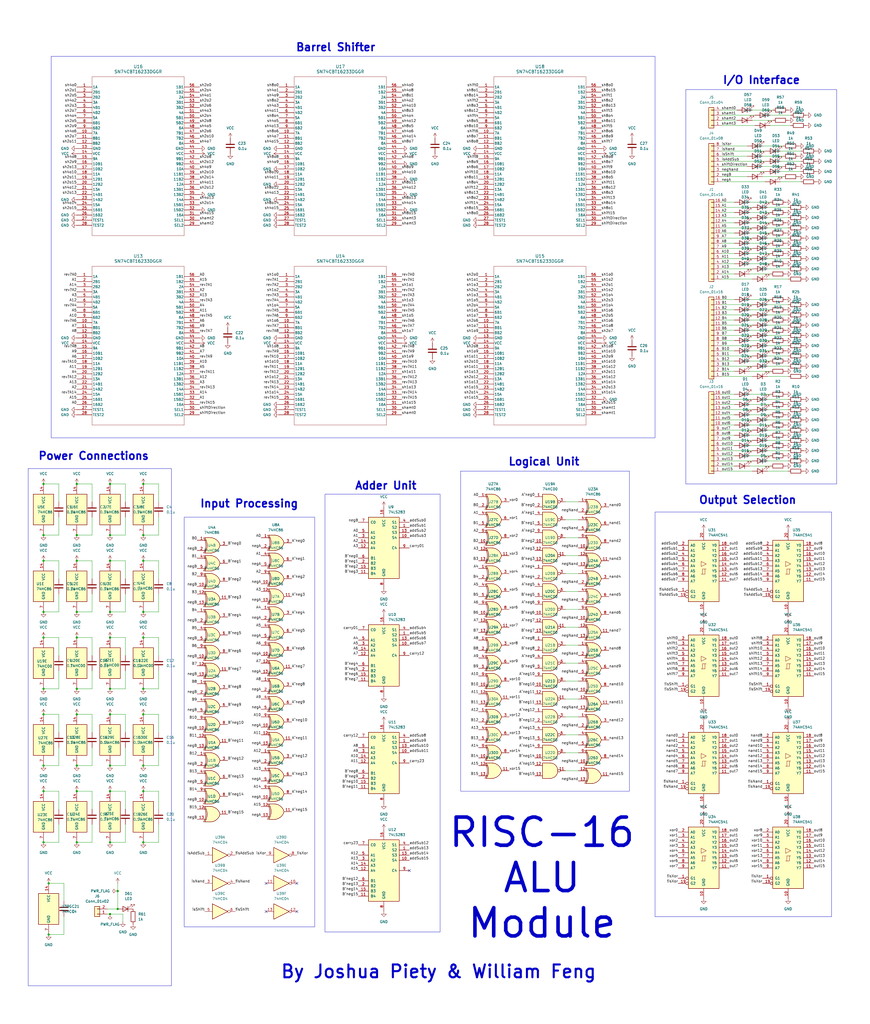
<source format=kicad_sch>
(kicad_sch (version 20231120) (generator "eeschema") (generator_version "8.0")
  (paper "User" 431.8 508)
  (title_block (title "RISC-16 ALU Module") (date "2025-04-09") (rev "1"))
  (junction (at 38.1 265.43))
  (junction (at 38.1 303.53))
  (junction (at 71.12 316.23))
  (junction (at 71.12 379.73))
  (junction (at 71.12 278.13))
  (junction (at 58.42 450.85))
  (junction (at 21.59 417.83))
  (junction (at 54.61 240.03))
  (junction (at 58.42 441.96))
  (junction (at 54.61 316.23))
  (junction (at 38.1 417.83))
  (junction (at 38.1 341.63))
  (junction (at 71.12 354.33))
  (junction (at 21.59 240.03))
  (junction (at 54.61 417.83))
  (junction (at 21.59 354.33))
  (junction (at 21.59 379.73))
  (junction (at 21.59 303.53))
  (junction (at 71.12 341.63))
  (junction (at 38.1 278.13))
  (junction (at 54.61 265.43))
  (junction (at 21.59 278.13))
  (junction (at 38.1 392.43))
  (junction (at 54.61 303.53))
  (junction (at 38.1 240.03))
  (junction (at 54.61 278.13))
  (junction (at 21.59 392.43))
  (junction (at 71.12 392.43))
  (junction (at 54.61 392.43))
  (junction (at 54.61 354.33))
  (junction (at 38.1 379.73))
  (junction (at 21.59 265.43))
  (junction (at 24.13 438.15))
  (junction (at 38.1 354.33))
  (junction (at 54.61 341.63))
  (junction (at 71.12 265.43))
  (junction (at 71.12 240.03))
  (junction (at 38.1 316.23))
  (junction (at 21.59 341.63))
  (junction (at 71.12 417.83))
  (junction (at 24.13 463.55))
  (junction (at 54.61 453.39))
  (junction (at 21.59 316.23))
  (junction (at 71.12 303.53))
  (junction (at 54.61 379.73))
  (no_connect (at 132.08 438.15))
  (no_connect (at 147.32 438.15))
  (no_connect (at 147.32 452.12))
  (no_connect (at 203.2 431.8))
  (no_connect (at 132.08 452.12))
  (wire (pts (xy 54.61 316.23) (xy 62.23 316.23)))
  (wire (pts (xy 62.23 379.73) (xy 54.61 379.73)))
  (wire (pts (xy 21.59 379.73) (xy 29.21 379.73)))
  (wire (pts (xy 358.14 215.9) (xy 364.49 215.9)))
  (wire (pts (xy 280.67 364.49) (xy 287.02 364.49)))
  (wire (pts (xy 280.67 248.92) (xy 287.02 248.92)))
  (wire (pts (xy 71.12 392.43) (xy 78.74 392.43)))
  (wire (pts (xy 358.14 138.43) (xy 373.38 138.43)))
  (wire (pts (xy 358.14 151.13) (xy 373.38 151.13)))
  (wire (pts (xy 373.38 59.69) (xy 383.54 59.69)))
  (wire (pts (xy 58.42 438.15) (xy 58.42 441.96)))
  (wire (pts (xy 358.14 195.58) (xy 364.49 195.58)))
  (wire (pts (xy 372.11 184.15) (xy 382.27 184.15)))
  (wire (pts (xy 21.59 303.53) (xy 29.21 303.53)))
  (wire (pts (xy 21.59 341.63) (xy 29.21 341.63)))
  (wire (pts (xy 21.59 278.13) (xy 29.21 278.13)))
  (wire (pts (xy 372.11 215.9) (xy 382.27 215.9)))
  (wire (pts (xy 378.46 87.63) (xy 388.62 87.63)))
  (wire (pts (xy 280.67 337.82) (xy 287.02 337.82)))
  (wire (pts (xy 78.74 294.64) (xy 78.74 303.53)))
  (wire (pts (xy 45.72 332.74) (xy 45.72 341.63)))
  (wire (pts (xy 78.74 392.43) (xy 78.74 401.32)))
  (wire (pts (xy 62.23 278.13) (xy 62.23 287.02)))
  (wire (pts (xy 45.72 240.03) (xy 45.72 248.92)))
  (wire (pts (xy 358.14 226.06) (xy 364.49 226.06)))
  (wire (pts (xy 358.14 213.36) (xy 373.38 213.36)))
  (wire (pts (xy 29.21 354.33) (xy 29.21 363.22)))
  (wire (pts (xy 358.14 203.2) (xy 373.38 203.2)))
  (wire (pts (xy 358.14 181.61) (xy 373.38 181.61)))
  (wire (pts (xy 78.74 332.74) (xy 78.74 341.63)))
  (wire (pts (xy 38.1 392.43) (xy 45.72 392.43)))
  (wire (pts (xy 372.11 105.41) (xy 382.27 105.41)))
  (wire (pts (xy 358.14 59.69) (xy 365.76 59.69)))
  (wire (pts (xy 381 181.61) (xy 391.16 181.61)))
  (wire (pts (xy 372.11 200.66) (xy 382.27 200.66)))
  (wire (pts (xy 372.11 231.14) (xy 382.27 231.14)))
  (wire (pts (xy 62.23 332.74) (xy 62.23 341.63)))
  (wire (pts (xy 45.72 278.13) (xy 45.72 287.02)))
  (wire (pts (xy 378.46 77.47) (xy 388.62 77.47)))
  (wire (pts (xy 280.67 320.04) (xy 287.02 320.04)))
  (wire (pts (xy 71.12 278.13) (xy 78.74 278.13)))
  (wire (pts (xy 372.11 158.75) (xy 382.27 158.75)))
  (wire (pts (xy 29.21 303.53) (xy 29.21 294.64)))
  (wire (pts (xy 21.59 392.43) (xy 29.21 392.43)))
  (wire (pts (xy 381 107.95) (xy 391.16 107.95)))
  (wire (pts (xy 381 156.21) (xy 391.16 156.21)))
  (wire (pts (xy 24.13 463.55) (xy 31.75 463.55)))
  (wire (pts (xy 381 203.2) (xy 391.16 203.2)))
  (wire (pts (xy 62.23 354.33) (xy 62.23 363.22)))
  (wire (pts (xy 45.72 256.54) (xy 45.72 265.43)))
  (wire (pts (xy 358.14 85.09) (xy 379.73 85.09)))
  (wire (pts (xy 372.11 205.74) (xy 382.27 205.74)))
  (wire (pts (xy 358.14 72.39) (xy 370.84 72.39)))
  (wire (pts (xy 358.14 87.63) (xy 370.84 87.63)))
  (wire (pts (xy 358.14 90.17) (xy 379.73 90.17)))
  (wire (pts (xy 358.14 113.03) (xy 373.38 113.03)))
  (wire (pts (xy 78.74 303.53) (xy 71.12 303.53)))
  (wire (pts (xy 358.14 57.15) (xy 374.65 57.15)))
  (wire (pts (xy 358.14 100.33) (xy 364.49 100.33)))
  (wire (pts (xy 280.67 275.59) (xy 287.02 275.59)))
  (wire (pts (xy 358.14 110.49) (xy 364.49 110.49)))
  (wire (pts (xy 381 138.43) (xy 391.16 138.43)))
  (wire (pts (xy 62.23 265.43) (xy 54.61 265.43)))
  (wire (pts (xy 381 128.27) (xy 391.16 128.27)))
  (wire (pts (xy 62.23 256.54) (xy 62.23 265.43)))
  (wire (pts (xy 62.23 417.83) (xy 54.61 417.83)))
  (wire (pts (xy 358.14 231.14) (xy 364.49 231.14)))
  (wire (pts (xy 71.12 354.33) (xy 78.74 354.33)))
  (wire (pts (xy 45.72 417.83) (xy 38.1 417.83)))
  (wire (pts (xy 381 166.37) (xy 391.16 166.37)))
  (wire (pts (xy 62.23 408.94) (xy 62.23 417.83)))
  (wire (pts (xy 53.34 450.85) (xy 58.42 450.85)))
  (wire (pts (xy 358.14 176.53) (xy 373.38 176.53)))
  (wire (pts (xy 280.67 346.71) (xy 287.02 346.71)))
  (wire (pts (xy 358.14 179.07) (xy 364.49 179.07)))
  (wire (pts (xy 372.11 130.81) (xy 382.27 130.81)))
  (wire (pts (xy 29.21 240.03) (xy 29.21 248.92)))
  (wire (pts (xy 372.11 135.89) (xy 382.27 135.89)))
  (wire (pts (xy 378.46 72.39) (xy 388.62 72.39)))
  (wire (pts (xy 78.74 379.73) (xy 71.12 379.73)))
  (wire (pts (xy 31.75 438.15) (xy 31.75 447.04)))
  (wire (pts (xy 381 208.28) (xy 391.16 208.28)))
  (wire (pts (xy 382.27 62.23) (xy 392.43 62.23)))
  (wire (pts (xy 381 171.45) (xy 391.16 171.45)))
  (wire (pts (xy 280.67 328.93) (xy 287.02 328.93)))
  (wire (pts (xy 280.67 293.37) (xy 287.02 293.37)))
  (wire (pts (xy 381 161.29) (xy 391.16 161.29)))
  (wire (pts (xy 381 223.52) (xy 391.16 223.52)))
  (wire (pts (xy 45.72 294.64) (xy 45.72 303.53)))
  (wire (pts (xy 387.35 85.09) (xy 397.51 85.09)))
  (wire (pts (xy 381 151.13) (xy 391.16 151.13)))
  (wire (pts (xy 38.1 278.13) (xy 45.72 278.13)))
  (wire (pts (xy 381 218.44) (xy 391.16 218.44)))
  (wire (pts (xy 62.23 303.53) (xy 54.61 303.53)))
  (wire (pts (xy 54.61 354.33) (xy 62.23 354.33)))
  (wire (pts (xy 358.14 220.98) (xy 364.49 220.98)))
  (wire (pts (xy 358.14 205.74) (xy 364.49 205.74)))
  (wire (pts (xy 372.11 110.49) (xy 382.27 110.49)))
  (wire (pts (xy 280.67 302.26) (xy 287.02 302.26)))
  (wire (pts (xy 358.14 210.82) (xy 364.49 210.82)))
  (wire (pts (xy 45.72 354.33) (xy 45.72 363.22)))
  (wire (pts (xy 372.11 195.58) (xy 382.27 195.58)))
  (wire (pts (xy 62.23 294.64) (xy 62.23 303.53)))
  (wire (pts (xy 358.14 153.67) (xy 364.49 153.67)))
  (wire (pts (xy 38.1 240.03) (xy 45.72 240.03)))
  (wire (pts (xy 358.14 118.11) (xy 373.38 118.11)))
  (wire (pts (xy 358.14 208.28) (xy 373.38 208.28)))
  (wire (pts (xy 71.12 240.03) (xy 78.74 240.03)))
  (wire (pts (xy 358.14 107.95) (xy 373.38 107.95)))
  (wire (pts (xy 45.72 316.23) (xy 45.72 325.12)))
  (wire (pts (xy 372.11 168.91) (xy 382.27 168.91)))
  (wire (pts (xy 45.72 341.63) (xy 38.1 341.63)))
  (wire (pts (xy 373.38 54.61) (xy 383.54 54.61)))
  (wire (pts (xy 381 233.68) (xy 391.16 233.68)))
  (wire (pts (xy 358.14 168.91) (xy 364.49 168.91)))
  (wire (pts (xy 387.35 90.17) (xy 397.51 90.17)))
  (wire (pts (xy 358.14 200.66) (xy 364.49 200.66)))
  (wire (pts (xy 358.14 228.6) (xy 373.38 228.6)))
  (wire (pts (xy 29.21 316.23) (xy 29.21 325.12)))
  (wire (pts (xy 381 176.53) (xy 391.16 176.53)))
  (wire (pts (xy 31.75 463.55) (xy 31.75 454.66)))
  (wire (pts (xy 378.46 82.55) (xy 388.62 82.55)))
  (wire (pts (xy 62.23 392.43) (xy 62.23 401.32)))
  (wire (pts (xy 78.74 316.23) (xy 78.74 325.12)))
  (wire (pts (xy 372.11 153.67) (xy 382.27 153.67)))
  (wire (pts (xy 24.13 438.15) (xy 31.75 438.15)))
  (wire (pts (xy 387.35 80.01) (xy 397.51 80.01)))
  (wire (pts (xy 78.74 354.33) (xy 78.74 363.22)))
  (wire (pts (xy 358.14 186.69) (xy 373.38 186.69)))
  (wire (pts (xy 372.11 163.83) (xy 382.27 163.83)))
  (wire (pts (xy 358.14 135.89) (xy 364.49 135.89)))
  (wire (pts (xy 372.11 220.98) (xy 382.27 220.98)))
  (wire (pts (xy 372.11 210.82) (xy 382.27 210.82)))
  (wire (pts (xy 21.59 417.83) (xy 29.21 417.83)))
  (wire (pts (xy 54.61 453.39) (xy 60.96 453.39)))
  (wire (pts (xy 372.11 100.33) (xy 382.27 100.33)))
  (wire (pts (xy 381 186.69) (xy 391.16 186.69)))
  (wire (pts (xy 358.14 102.87) (xy 373.38 102.87)))
  (wire (pts (xy 372.11 148.59) (xy 382.27 148.59)))
  (wire (pts (xy 29.21 417.83) (xy 29.21 408.94)))
  (wire (pts (xy 387.35 74.93) (xy 397.51 74.93)))
  (wire (pts (xy 29.21 265.43) (xy 29.21 256.54)))
  (wire (pts (xy 78.74 408.94) (xy 78.74 417.83)))
  (wire (pts (xy 358.14 171.45) (xy 373.38 171.45)))
  (wire (pts (xy 53.34 453.39) (xy 54.61 453.39)))
  (wire (pts (xy 21.59 354.33) (xy 29.21 354.33)))
  (wire (pts (xy 358.14 125.73) (xy 364.49 125.73)))
  (wire (pts (xy 45.72 408.94) (xy 45.72 417.83)))
  (wire (pts (xy 358.14 120.65) (xy 364.49 120.65)))
  (wire (pts (xy 381 228.6) (xy 391.16 228.6)))
  (wire (pts (xy 280.67 284.48) (xy 287.02 284.48)))
  (wire (pts (xy 381 113.03) (xy 391.16 113.03)))
  (wire (pts (xy 358.14 218.44) (xy 373.38 218.44)))
  (wire (pts (xy 280.67 257.81) (xy 287.02 257.81)))
  (wire (pts (xy 62.23 370.84) (xy 62.23 379.73)))
  (wire (pts (xy 280.67 311.15) (xy 287.02 311.15)))
  (wire (pts (xy 372.11 173.99) (xy 382.27 173.99)))
  (wire (pts (xy 358.14 148.59) (xy 364.49 148.59)))
  (wire (pts (xy 58.42 441.96) (xy 58.42 450.85)))
  (wire (pts (xy 29.21 341.63) (xy 29.21 332.74)))
  (wire (pts (xy 29.21 392.43) (xy 29.21 401.32)))
  (wire (pts (xy 358.14 166.37) (xy 373.38 166.37)))
  (wire (pts (xy 54.61 392.43) (xy 62.23 392.43)))
  (wire (pts (xy 358.14 77.47) (xy 370.84 77.47)))
  (wire (pts (xy 45.72 303.53) (xy 38.1 303.53)))
  (wire (pts (xy 358.14 74.93) (xy 379.73 74.93)))
  (wire (pts (xy 358.14 173.99) (xy 364.49 173.99)))
  (wire (pts (xy 372.11 125.73) (xy 382.27 125.73)))
  (wire (pts (xy 372.11 120.65) (xy 382.27 120.65)))
  (wire (pts (xy 54.61 278.13) (xy 62.23 278.13)))
  (wire (pts (xy 78.74 370.84) (xy 78.74 379.73)))
  (wire (pts (xy 358.14 163.83) (xy 364.49 163.83)))
  (wire (pts (xy 62.23 240.03) (xy 62.23 248.92)))
  (wire (pts (xy 78.74 265.43) (xy 71.12 265.43)))
  (wire (pts (xy 358.14 82.55) (xy 370.84 82.55)))
  (wire (pts (xy 78.74 256.54) (xy 78.74 265.43)))
  (wire (pts (xy 381 118.11) (xy 391.16 118.11)))
  (wire (pts (xy 358.14 223.52) (xy 373.38 223.52)))
  (wire (pts (xy 372.11 226.06) (xy 382.27 226.06)))
  (wire (pts (xy 280.67 382.27) (xy 287.02 382.27)))
  (wire (pts (xy 60.96 453.39) (xy 60.96 457.2)))
  (wire (pts (xy 45.72 265.43) (xy 38.1 265.43)))
  (wire (pts (xy 71.12 316.23) (xy 78.74 316.23)))
  (wire (pts (xy 78.74 341.63) (xy 71.12 341.63)))
  (wire (pts (xy 21.59 316.23) (xy 29.21 316.23)))
  (wire (pts (xy 21.59 240.03) (xy 29.21 240.03)))
  (wire (pts (xy 358.14 233.68) (xy 373.38 233.68)))
  (wire (pts (xy 78.74 417.83) (xy 71.12 417.83)))
  (wire (pts (xy 38.1 354.33) (xy 45.72 354.33)))
  (wire (pts (xy 358.14 158.75) (xy 364.49 158.75)))
  (wire (pts (xy 358.14 184.15) (xy 364.49 184.15)))
  (wire (pts (xy 358.14 80.01) (xy 379.73 80.01)))
  (wire (pts (xy 358.14 128.27) (xy 373.38 128.27)))
  (wire (pts (xy 45.72 379.73) (xy 38.1 379.73)))
  (wire (pts (xy 280.67 373.38) (xy 287.02 373.38)))
  (wire (pts (xy 29.21 278.13) (xy 29.21 287.02)))
  (wire (pts (xy 358.14 62.23) (xy 374.65 62.23)))
  (wire (pts (xy 78.74 278.13) (xy 78.74 287.02)))
  (wire (pts (xy 382.27 57.15) (xy 392.43 57.15)))
  (wire (pts (xy 78.74 240.03) (xy 78.74 248.92)))
  (wire (pts (xy 45.72 370.84) (xy 45.72 379.73)))
  (wire (pts (xy 381 198.12) (xy 391.16 198.12)))
  (wire (pts (xy 358.14 105.41) (xy 364.49 105.41)))
  (wire (pts (xy 280.67 266.7) (xy 287.02 266.7)))
  (wire (pts (xy 21.59 265.43) (xy 29.21 265.43)))
  (wire (pts (xy 358.14 156.21) (xy 373.38 156.21)))
  (wire (pts (xy 62.23 316.23) (xy 62.23 325.12)))
  (wire (pts (xy 381 213.36) (xy 391.16 213.36)))
  (wire (pts (xy 358.14 133.35) (xy 373.38 133.35)))
  (wire (pts (xy 358.14 115.57) (xy 364.49 115.57)))
  (wire (pts (xy 358.14 161.29) (xy 373.38 161.29)))
  (wire (pts (xy 38.1 316.23) (xy 45.72 316.23)))
  (wire (pts (xy 372.11 115.57) (xy 382.27 115.57)))
  (wire (pts (xy 54.61 240.03) (xy 62.23 240.03)))
  (wire (pts (xy 358.14 198.12) (xy 373.38 198.12)))
  (wire (pts (xy 381 123.19) (xy 391.16 123.19)))
  (wire (pts (xy 358.14 123.19) (xy 373.38 123.19)))
  (wire (pts (xy 45.72 392.43) (xy 45.72 401.32)))
  (wire (pts (xy 372.11 179.07) (xy 382.27 179.07)))
  (wire (pts (xy 358.14 130.81) (xy 364.49 130.81)))
  (wire (pts (xy 62.23 341.63) (xy 54.61 341.63)))
  (wire (pts (xy 381 133.35) (xy 391.16 133.35)))
  (wire (pts (xy 381 102.87) (xy 391.16 102.87)))
  (wire (pts (xy 358.14 54.61) (xy 365.76 54.61)))
  (wire (pts (xy 29.21 379.73) (xy 29.21 370.84)))
  (wire (pts (xy 280.67 355.6) (xy 287.02 355.6)))
  (rectangle (start 340.36 44.45) (end 415.29 240.03))
  (rectangle (start 13.97 232.41) (end 85.09 488.95))
  (rectangle (start 325.12 254) (end 412.75 454.66))
  (rectangle (start 228.6 233.68) (end 312.42 392.43))
  (rectangle (start 161.29 245.11) (end 218.44 462.28))
  (rectangle (start 91.44 256.54) (end 156.21 459.74))
  (rectangle (start 25.4 27.94) (end 325.12 217.17))
  (text "I/O Interface" (at 377.952 39.878 0) (effects (font (size 3.81 3.81) (thickness 0.762) (bold yes))))
  (text "Output Selection" (at 371.094 248.158 0) (effects (font (size 3.81 3.81) (thickness 0.762) (bold yes))))
  (text "Power Connections" (at 46.482 226.314 0) (effects (font (size 3.81 3.81) (thickness 0.762) (bold yes))))
  (text "Input Processing" (at 123.698 249.936 0) (effects (font (size 3.81 3.81) (thickness 0.762) (bold yes))))
  (text "Adder Unit" (at 191.516 241.046 0) (effects (font (size 3.81 3.81) (thickness 0.762) (bold yes))))
  (text "By Joshua Piety & William Feng\n" (at 217.678 482.092 0) (effects (font (size 6.35 6.35) (thickness 1.016) (bold yes))))
  (text "Barrel Shifter" (at 166.624 23.622 0) (effects (font (size 3.81 3.81) (thickness 0.762) (bold yes))))
  (text "RISC-16\nALU\nModule\n" (at 268.986 435.61 0) (effects (font (size 13.97 13.97) (thickness 1.778) (bold yes))))
  (text "Logical Unit" (at 270.002 229.108 0) (effects (font (size 3.81 3.81) (thickness 0.762) (bold yes))))
  (label "sh2o11" (at 38.1 71.12 180))
  (label "addSub0" (at 203.2 259.08 0))
  (label "nand3" (at 336.55 373.38 180))
  (label "sh2o15" (at 298.45 200.66 0))
  (label "sh1o7" (at 199.39 165.1 0))
  (label "A6" (at 38.1 177.8 180))
  (label "A13" (at 237.49 361.95 180))
  (label "A8" (at 99.06 172.72 0))
  (label "rev?A5" (at 199.39 154.94 0))
  (label "rev?A8" (at 199.39 172.72 0))
  (label "out11" (at 403.86 420.37 0))
  (label "A9" (at 177.8 373.38 180))
  (label "rev?A15" (at 199.39 198.12 0))
  (label "addSub6" (at 336.55 285.75 180) (effects (font (thickness 0.1588))))
  (label "B9" (at 237.49 331.47 180))
  (label "shift15" (at 378.46 335.28 180))
  (label "A2" (at 129.54 284.48 180))
  (label "nand13" (at 378.46 378.46 180))
  (label "shift14" (at 237.49 101.6 180))
  (label "negA" (at 129.54 351.79 180))
  (label "sh2o10" (at 99.06 86.36 0))
  (label "shiftDirection" (at 298.45 109.22 0))
  (label "xor6" (at 252.73 302.26 0))
  (label "A5" (at 129.54 311.15 180))
  (label "sh1o14" (at 298.45 190.5 0))
  (label "nand3" (at 302.26 278.13 0))
  (label "A7" (at 237.49 308.61 180))
  (label "addSub2" (at 203.2 264.16 0))
  (label "sh4o2" (at 199.39 50.8 0))
  (label "shift9" (at 298.45 83.82 0))
  (label "shamt0" (at 358.14 54.61 0))
  (label "sh4o3" (at 99.06 55.88 0))
  (label "sh8o11" (at 298.45 60.96 0))
  (label "B0" (at 97.79 267.97 180))
  (label "rev?A10" (at 199.39 180.34 0))
  (label "sh8o14" (at 237.49 48.26 180))
  (label "B^neg0" (at 265.43 251.46 180))
  (label "sh1o5" (at 237.49 154.94 180))
  (label "sh1o4" (at 298.45 147.32 0))
  (label "B^neg1" (at 265.43 260.35 180))
  (label "negNand" (at 287.02 289.56 180))
  (label "sh2o0" (at 99.06 43.18 0))
  (label "A12" (at 358.14 130.81 0))
  (label "sh1o11" (at 199.39 185.42 0))
  (label "A0" (at 99.06 137.16 0))
  (label "shamt3" (at 358.14 62.23 0))
  (label "sh1o15" (at 237.49 193.04 180))
  (label "sh1o6" (at 298.45 160.02 0))
  (label "A8" (at 358.14 120.65 0))
  (label "B10" (at 358.14 173.99 0))
  (label "B^neg3" (at 177.8 284.48 180))
  (label "rev?A9" (at 199.39 175.26 0))
  (label "sh1o5" (at 237.49 149.86 180))
  (label "sh8o11" (at 237.49 88.9 180))
  (label "rev?A8" (at 38.1 172.72 180))
  (label "sh8o9" (at 298.45 68.58 0))
  (label "negB" (at 97.79 388.62 180))
  (label "sh8o9" (at 237.49 81.28 180))
  (label "negA" (at 129.54 342.9 180))
  (label "rev?A5" (at 99.06 157.48 0))
  (label "out9" (at 403.86 273.05 0))
  (label "B6" (at 358.14 163.83 0))
  (label "sh2o15" (at 38.1 91.44 180))
  (label "sh4o8" (at 38.1 78.74 180))
  (label "xor7" (at 252.73 311.15 0))
  (label "B4" (at 358.14 158.75 0))
  (label "sh4o0" (at 38.1 43.18 180))
  (label "out3" (at 361.95 325.12 0))
  (label "addSub15" (at 378.46 288.29 180) (effects (font (thickness 0.1588))))
  (label "A6" (at 358.14 115.57 0))
  (label "sh4o7" (at 138.43 68.58 180))
  (label "shift11" (at 378.46 325.12 180))
  (label "sh2o13" (at 38.1 83.82 180))
  (label "sh8o6" (at 138.43 66.04 180))
  (label "B5" (at 237.49 295.91 180))
  (label "rev?A14" (at 199.39 195.58 0))
  (label "B9" (at 358.14 171.45 0))
  (label "xor13" (at 378.46 425.45 180))
  (label "sh2o10" (at 237.49 180.34 180))
  (label "out7" (at 361.95 430.53 0))
  (label "isShift" (at 101.6 452.12 180))
  (label "!isXor" (at 336.55 435.61 180))
  (label "out11" (at 403.86 325.12 0))
  (label "addSub15" (at 203.2 426.72 0))
  (label "rev?A8" (at 138.43 165.1 180))
  (label "rev?A2" (at 38.1 144.78 180))
  (label "rev?A6" (at 38.1 160.02 180))
  (label "sh1o9" (at 199.39 177.8 0))
  (label "A6" (at 177.8 322.58 180))
  (label "addSub4" (at 336.55 280.67 180) (effects (font (thickness 0.1588))))
  (label "B^neg12" (at 265.43 358.14 180))
  (label "A^neg0" (at 144.78 269.24 0))
  (label "B12" (at 358.14 179.07 0))
  (label "out10" (at 403.86 417.83 0))
  (label "sh2o8" (at 99.06 60.96 0))
  (label "B11" (at 237.49 349.25 180))
  (label "carry12" (at 177.8 365.76 180))
  (label "B^neg11" (at 113.03 368.3 0))
  (label "out10" (at 403.86 370.84 0))
  (label "out3" (at 361.95 373.38 0))
  (label "rev?A12" (at 138.43 185.42 180))
  (label "A12" (at 129.54 373.38 180))
  (label "addSub14" (at 378.46 285.75 180) (effects (font (thickness 0.1588))))
  (label "A^neg11" (at 144.78 367.03 0))
  (label "sh2o12" (at 99.06 93.98 0))
  (label "out7" (at 358.14 213.36 0))
  (label "out12" (at 403.86 280.67 0))
  (label "out13" (at 358.14 228.6 0))
  (label "sh1o11" (at 237.49 182.88 180))
  (label "xor9" (at 252.73 328.93 0))
  (label "B^neg2" (at 265.43 269.24 180))
  (label "A^neg4" (at 265.43 281.94 180))
  (label "nand0" (at 302.26 251.46 0))
  (label "B15" (at 97.79 401.32 180))
  (label "sh2o10" (at 99.06 68.58 0))
  (label "sh4o13" (at 138.43 63.5 180))
  (label "shift12" (at 237.49 93.98 180))
  (label "sh4o12" (at 199.39 60.96 0))
  (label "xor7" (at 336.55 430.53 180))
  (label "out5" (at 361.95 378.46 0))
  (label "xor14" (at 252.73 373.38 0))
  (label "A2" (at 237.49 264.16 180))
  (label "negB" (at 97.79 308.61 180))
  (label "shift6" (at 336.55 332.74 180))
  (label "sh4o2" (at 38.1 50.8 180))
  (label "A^neg15" (at 265.43 379.73 180))
  (label "negB" (at 97.79 290.83 180))
  (label "rev?A5" (at 138.43 154.94 180))
  (label "A^neg1" (at 144.78 278.13 0))
  (label "negNand" (at 287.02 378.46 180))
  (label "out7" (at 361.95 288.29 0))
  (label "A^neg4" (at 144.78 304.8 0))
  (label "A10" (at 358.14 125.73 0))
  (label "B^neg15" (at 177.8 444.5 180))
  (label "nand12" (at 378.46 375.92 180))
  (label "sh8o4" (at 298.45 58.42 0))
  (label "addSub9" (at 378.46 273.05 180) (effects (font (thickness 0.1588))))
  (label "out3" (at 358.14 203.2 0))
  (label "A13" (at 129.54 382.27 180))
  (label "sh4o13" (at 138.43 96.52 180))
  (label "B9" (at 97.79 347.98 180))
  (label "out5" (at 358.14 208.28 0))
  (label "negA" (at 129.54 334.01 180))
  (label "sh8o0" (at 237.49 106.68 180))
  (label "nand7" (at 302.26 313.69 0))
  (label "negA" (at 129.54 360.68 180))
  (label "negB" (at 97.79 370.84 180))
  (label "out9" (at 403.86 320.04 0))
  (label "negB" (at 177.8 259.08 180))
  (label "out6" (at 361.95 285.75 0))
  (label "negA" (at 129.54 405.13 180))
  (label "out2" (at 361.95 275.59 0))
  (label "B15" (at 237.49 384.81 180))
  (label "xor11" (at 378.46 420.37 180))
  (label "B^neg4" (at 265.43 287.02 180))
  (label "sh8o12" (at 237.49 55.88 180))
  (label "out7" (at 361.95 383.54 0))
  (label "A^neg7" (at 144.78 331.47 0))
  (label "negA" (at 129.54 369.57 180))
  (label "addSub14" (at 203.2 424.18 0))
  (label "out11" (at 403.86 278.13 0))
  (label "out14" (at 403.86 332.74 0))
  (label "rev?A4" (at 38.1 152.4 180))
  (label "nand5" (at 336.55 378.46 180))
  (label "B4" (at 97.79 303.53 180))
  (label "sh1o11" (at 237.49 177.8 180))
  (label "rev?A2" (at 199.39 144.78 0))
  (label "shift13" (at 298.45 99.06 0))
  (label "out8" (at 358.14 215.9 0))
  (label "sh4o15" (at 99.06 106.68 0))
  (label "sh8o10" (at 138.43 86.36 180))
  (label "B^neg14" (at 177.8 441.96 180))
  (label "A11" (at 38.1 182.88 180))
  (label "nand13" (at 302.26 367.03 0))
  (label "negA" (at 129.54 396.24 180))
  (label "sh4o12" (at 199.39 93.98 0))
  (label "sh2o0" (at 237.49 137.16 180))
  (label "out2" (at 361.95 322.58 0))
  (label "sh2o11" (at 298.45 185.42 0))
  (label "shift14" (at 378.46 332.74 180))
  (label "negNand" (at 287.02 334.01 180))
  (label "shamt1" (at 358.14 57.15 0))
  (label "nand6" (at 336.55 381 180))
  (label "B^neg6" (at 177.8 335.28 180))
  (label "A2" (at 38.1 193.04 180))
  (label "B^neg10" (at 113.03 359.41 0))
  (label "sh1o13" (at 237.49 190.5 180))
  (label "out8" (at 403.86 412.75 0))
  (label "rev?A13" (at 199.39 190.5 0))
  (label "xor6" (at 336.55 427.99 180))
  (label "out2" (at 361.95 370.84 0))
  (label "B12" (at 237.49 358.14 180))
  (label "!isXor" (at 147.32 424.18 0))
  (label "xor14" (at 378.46 427.99 180))
  (label "sh2o5" (at 38.1 60.96 180))
  (label "out15" (at 403.86 383.54 0))
  (label "isXor" (at 132.08 424.18 180))
  (label "!isNand" (at 336.55 388.62 180))
  (label "sh1o15" (at 237.49 198.12 180))
  (label "out4" (at 361.95 280.67 0))
  (label "sh8o4" (at 237.49 91.44 180))
  (label "B^neg12" (at 177.8 436.88 180))
  (label "A1" (at 358.14 102.87 0))
  (label "B^neg15" (at 265.43 384.81 180))
  (label "negA" (at 129.54 289.56 180))
  (label "sh4o9" (at 99.06 83.82 0))
  (label "!isXor" (at 378.46 438.15 180))
  (label "A^neg3" (at 265.43 273.05 180))
  (label "xor8" (at 252.73 320.04 0))
  (label "B2" (at 358.14 153.67 0))
  (label "B8" (at 358.14 168.91 0))
  (label "A^neg0" (at 265.43 246.38 180))
  (label "xor5" (at 336.55 425.45 180))
  (label "out10" (at 403.86 275.59 0))
  (label "sh4o0" (at 199.39 43.18 0))
  (label "A10" (at 237.49 335.28 180))
  (label "negNand" (at 287.02 262.89 180))
  (label "sh1o7" (at 237.49 162.56 180))
  (label "isAddSub" (at 358.14 80.01 0))
  (label "shift2" (at 336.55 322.58 180))
  (label "A0" (at 237.49 246.38 180))
  (label "B4" (at 237.49 287.02 180))
  (label "sh1o4" (at 138.43 152.4 180))
  (label "B7" (at 97.79 330.2 180))
  (label "sh2o2" (at 237.49 144.78 180))
  (label "sh4o11" (at 99.06 91.44 0))
  (label "A13" (at 38.1 190.5 180))
  (label "shift7" (at 298.45 71.12 0))
  (label "sh2o4" (at 99.06 45.72 0))
  (label "isNand" (at 358.14 74.93 0))
  (label "sh4o9" (at 138.43 81.28 180))
  (label "A4" (at 237.49 281.94 180))
  (label "sh2o9" (at 298.45 177.8 0))
  (label "A14" (at 129.54 391.16 180))
  (label "A10" (at 177.8 375.92 180))
  (label "shift7" (at 336.55 335.28 180))
  (label "negA" (at 358.14 90.17 0))
  (label "A^neg15" (at 144.78 402.59 0))
  (label "A9" (at 237.49 326.39 180))
  (label "addSub12" (at 378.46 280.67 180) (effects (font (thickness 0.1588))))
  (label "out8" (at 403.86 365.76 0))
  (label "shift4" (at 336.55 327.66 180))
  (label "rev?A12" (at 38.1 187.96 180))
  (label "B^neg5" (at 265.43 295.91 180))
  (label "sh8o12" (at 138.43 93.98 180))
  (label "A5" (at 237.49 290.83 180))
  (label "sh8o9" (at 199.39 83.82 0))
  (label "A8" (at 38.1 165.1 180))
  (label "rev?A15" (at 99.06 200.66 0))
  (label "B^neg2" (at 113.03 288.29 0))
  (label "out15" (at 403.86 430.53 0))
  (label "xor8" (at 378.46 412.75 180))
  (label "out8" (at 403.86 317.5 0))
  (label "shamt2" (at 99.06 109.22 0))
  (label "B^neg12" (at 113.03 377.19 0))
  (label "rev?A7" (at 99.06 165.1 0))
  (label "A^neg13" (at 144.78 384.81 0))
  (label "xor9" (at 378.46 415.29 180))
  (label "out11" (at 403.86 373.38 0))
  (label "sh4o8" (at 199.39 78.74 0))
  (label "nand14" (at 302.26 375.92 0))
  (label "A^neg12" (at 144.78 375.92 0))
  (label "sh8o1" (at 237.49 45.72 180))
  (label "B3" (at 358.14 156.21 0))
  (label "negB" (at 97.79 299.72 180))
  (label "nand12" (at 302.26 358.14 0))
  (label "out2" (at 361.95 417.83 0))
  (label "addSub2" (at 336.55 275.59 180) (effects (font (thickness 0.1588))))
  (label "nand5" (at 302.26 295.91 0))
  (label "B2" (at 237.49 269.24 180))
  (label "sh4o10" (at 38.1 86.36 180))
  (label "sh2o5" (at 298.45 157.48 0))
  (label "rev?A7" (at 199.39 162.56 0))
  (label "B^neg6" (at 265.43 304.8 180))
  (label "A^neg14" (at 265.43 370.84 180))
  (label "negA" (at 129.54 298.45 180))
  (label "B3" (at 237.49 278.13 180))
  (label "B^neg7" (at 177.8 337.82 180))
  (label "out4" (at 361.95 327.66 0))
  (label "shift4" (at 237.49 58.42 180))
  (label "xor1" (at 252.73 257.81 0))
  (label "A4" (at 38.1 185.42 180))
  (label "A2" (at 177.8 269.24 180))
  (label "negB" (at 97.79 281.94 180))
  (label "negNand" (at 287.02 298.45 180))
  (label "negNand" (at 287.02 254 180))
  (label "A9" (at 129.54 346.71 180))
  (label "sh1o0" (at 138.43 137.16 180))
  (label "B7" (at 237.49 313.69 180))
  (label "out6" (at 361.95 427.99 0))
  (label "sh4o8" (at 199.39 45.72 0))
  (label "B13" (at 237.49 367.03 180))
  (label "A15" (at 129.54 400.05 180))
  (label "out15" (at 358.14 233.68 0))
  (label "B^neg13" (at 113.03 386.08 0))
  (label "!isNand" (at 378.46 391.16 180))
  (label "out15" (at 403.86 288.29 0))
  (label "sh8o10" (at 237.49 63.5 180))
  (label "shamt3" (at 199.39 109.22 0))
  (label "nand15" (at 302.26 384.81 0))
  (label "sh1o14" (at 138.43 195.58 180))
  (label "sh4o14" (at 199.39 68.58 0))
  (label "shift13" (at 378.46 330.2 180))
  (label "rev?A6" (at 199.39 160.02 0))
  (label "addSub9" (at 203.2 368.3 0))
  (label "shiftDirection" (at 298.45 111.76 0))
  (label "negNand" (at 287.02 316.23 180))
  (label "xor11" (at 252.73 346.71 0))
  (label "B5" (at 358.14 161.29 0))
  (label "A^neg2" (at 144.78 287.02 0))
  (label "B^neg1" (at 177.8 279.4 180))
  (label "rev?A3" (at 199.39 147.32 0))
  (label "negA" (at 129.54 271.78 180))
  (label "out4" (at 361.95 375.92 0))
  (label "A13" (at 358.14 133.35 0))
  (label "sh4o4" (at 199.39 58.42 0))
  (label "negNand" (at 358.14 85.09 0))
  (label "sh2o5" (at 38.1 48.26 180))
  (label "out9" (at 358.14 218.44 0))
  (label "B14" (at 237.49 375.92 180))
  (label "isNand" (at 101.6 438.15 180))
  (label "A10" (at 38.1 157.48 180))
  (label "addSub4" (at 203.2 312.42 0))
  (label "carry01" (at 203.2 271.78 0))
  (label "addSub13" (at 378.46 283.21 180) (effects (font (thickness 0.1588))))
  (label "A15" (at 99.06 139.7 0))
  (label "out0" (at 361.95 412.75 0))
  (label "!isXor" (at 378.46 435.61 180))
  (label "nand14" (at 378.46 381 180))
  (label "sh4o1" (at 138.43 45.72 180))
  (label "sh2o1" (at 298.45 142.24 0))
  (label "!isShift" (at 378.46 342.9 180))
  (label "sh8o11" (at 199.39 91.44 0))
  (label "rev?A11" (at 138.43 182.88 180))
  (label "sh8o14" (at 298.45 101.6 0))
  (label "out13" (at 403.86 378.46 0))
  (label "xor10" (at 378.46 417.83 180))
  (label "sh2o11" (at 38.1 88.9 180))
  (label "addSub5" (at 203.2 314.96 0))
  (label "out10" (at 403.86 322.58 0))
  (label "B1" (at 358.14 151.13 0))
  (label "!isAddSub" (at 378.46 293.37 180))
  (label "sh1o0" (at 298.45 137.16 0))
  (label "sh4o7" (at 99.06 71.12 0))
  (label "A^neg5" (at 144.78 313.69 0))
  (label "A9" (at 358.14 123.19 0))
  (label "xor2" (at 336.55 417.83 180))
  (label "A^neg5" (at 265.43 290.83 180))
  (label "out12" (at 403.86 327.66 0))
  (label "B5" (at 97.79 312.42 180))
  (label "out5" (at 361.95 330.2 0))
  (label "sh8o2" (at 138.43 50.8 180))
  (label "sh4o3" (at 138.43 53.34 180))
  (label "sh8o8" (at 237.49 71.12 180))
  (label "rev?A4" (at 199.39 152.4 0))
  (label "!isShift" (at 336.55 340.36 180))
  (label "addSub8" (at 203.2 365.76 0))
  (label "rev?A13" (at 99.06 193.04 0))
  (label "sh2o6" (at 237.49 160.02 180))
  (label "sh2o7" (at 38.1 55.88 180))
  (label "sh8o7" (at 237.49 68.58 180))
  (label "A^neg6" (at 265.43 299.72 180))
  (label "sh4o10" (at 199.39 53.34 0))
  (label "out0" (at 361.95 317.5 0))
  (label "sh8o1" (at 199.39 48.26 0))
  (label "sh8o4" (at 138.43 58.42 180))
  (label "B11" (at 97.79 365.76 180))
  (label "sh2o7" (at 298.45 165.1 0))
  (label "addSub12" (at 203.2 419.1 0))
  (label "addSub7" (at 336.55 288.29 180) (effects (font (thickness 0.1588))))
  (label "sh8o7" (at 199.39 71.12 0))
  (label "xor10" (at 252.73 337.82 0))
  (label "out15" (at 403.86 335.28 0))
  (label "A^neg6" (at 144.78 322.58 0))
  (label "B2" (at 97.79 285.75 180))
  (label "out11" (at 358.14 223.52 0))
  (label "nand10" (at 378.46 370.84 180))
  (label "sh1o10" (at 138.43 180.34 180))
  (label "B3" (at 97.79 294.64 180))
  (label "A^neg10" (at 144.78 358.14 0))
  (label "shift5" (at 298.45 63.5 0))
  (label "sh2o12" (at 99.06 81.28 0))
  (label "nand7" (at 336.55 383.54 180))
  (label "!isXor" (at 336.55 438.15 180))
  (label "A0" (at 38.1 200.66 180))
  (label "shift6" (at 237.49 66.04 180))
  (label "A9" (at 38.1 175.26 180))
  (label "negB" (at 97.79 397.51 180))
  (label "A8" (at 129.54 337.82 180))
  (label "B^neg11" (at 265.43 349.25 180))
  (label "sh2o13" (at 298.45 193.04 0))
  (label "out10" (at 358.14 220.98 0))
  (label "A^neg8" (at 144.78 340.36 0))
  (label "A1" (at 129.54 275.59 180))
  (label "A15" (at 177.8 431.8 180))
  (label "out12" (at 403.86 375.92 0))
  (label "shamt1" (at 298.45 203.2 0))
  (label "sh8o15" (at 298.45 45.72 0))
  (label "nand4" (at 336.55 375.92 180))
  (label "negB" (at 97.79 344.17 180))
  (label "sh1o3" (at 199.39 149.86 0))
  (label "negNand" (at 287.02 360.68 180))
  (label "negA" (at 129.54 316.23 180))
  (label "shift15" (at 298.45 106.68 0))
  (label "rev?A6" (at 138.43 157.48 180))
  (label "rev?A4" (at 138.43 149.86 180))
  (label "rev?A0" (at 38.1 137.16 180))
  (label "sh4o6" (at 199.39 66.04 0))
  (label "xor1" (at 336.55 415.29 180))
  (label "nand10" (at 302.26 340.36 0))
  (label "out8" (at 403.86 270.51 0))
  (label "A14" (at 38.1 142.24 180))
  (label "B^neg10" (at 177.8 388.62 180))
  (label "A^neg9" (at 144.78 349.25 0))
  (label "A3" (at 38.1 147.32 180))
  (label "B14" (at 358.14 184.15 0))
  (label "rev?A0" (at 199.39 137.16 0))
  (label "B10" (at 237.49 340.36 180))
  (label "sh4o6" (at 38.1 66.04 180))
  (label "B^neg5" (at 113.03 314.96 0))
  (label "sh1o6" (at 298.45 154.94 0))
  (label "out3" (at 361.95 278.13 0))
  (label "shift0" (at 237.49 43.18 180))
  (label "B^neg15" (at 113.03 403.86 0))
  (label "sh4o11" (at 138.43 55.88 180))
  (label "out6" (at 358.14 210.82 0))
  (label "!isNand" (at 336.55 391.16 180))
  (label "B^neg9" (at 265.43 331.47 180))
  (label "addSub0" (at 336.55 270.51 180) (effects (font (thickness 0.1588))))
  (label "nand15" (at 378.46 383.54 180))
  (label "sh2o8" (at 99.06 78.74 0))
  (label "rev?A3" (at 138.43 147.32 180))
  (label "rev?A11" (at 199.39 182.88 0))
  (label "A3" (at 177.8 271.78 180))
  (label "out9" (at 403.86 415.29 0))
  (label "negB" (at 358.14 87.63 0))
  (label "rev?A14" (at 38.1 195.58 180))
  (label "sh8o15" (at 237.49 104.14 180))
  (label "A4" (at 358.14 110.49 0))
  (label "sh8o2" (at 237.49 99.06 180))
  (label "A^neg12" (at 265.43 353.06 180))
  (label "rev?A3" (at 99.06 149.86 0))
  (label "B13" (at 358.14 181.61 0))
  (label "out13" (at 403.86 425.45 0))
  (label "xor12" (at 252.73 355.6 0))
  (label "sh2o9" (at 38.1 81.28 180))
  (label "out7" (at 361.95 335.28 0))
  (label "A0" (at 177.8 264.16 180))
  (label "sh8o2" (at 298.45 50.8 0))
  (label "sh8o8" (at 298.45 78.74 0))
  (label "A5" (at 358.14 113.03 0))
  (label "B0" (at 237.49 251.46 180))
  (label "out1" (at 361.95 273.05 0))
  (label "A1" (at 99.06 198.12 0))
  (label "out0" (at 361.95 270.51 0))
  (label "nand8" (at 302.26 322.58 0))
  (label "nand2" (at 336.55 370.84 180))
  (label "rev?A9" (at 99.06 177.8 0))
  (label "B0" (at 358.14 148.59 0))
  (label "A14" (at 237.49 370.84 180))
  (label "A14" (at 177.8 429.26 180))
  (label "A5" (at 38.1 154.94 180))
  (label "A12" (at 38.1 149.86 180))
  (label "shiftDirection" (at 99.06 205.74 0))
  (label "sh8o6" (at 237.49 83.82 180))
  (label "sh2o3" (at 38.1 53.34 180))
  (label "shift0" (at 336.55 317.5 180))
  (label "sh1o8" (at 298.45 172.72 0))
  (label "carry12" (at 203.2 325.12 0))
  (label "rev?A1" (at 199.39 139.7 0))
  (label "A12" (at 99.06 187.96 0))
  (label "xor3" (at 336.55 420.37 180))
  (label "sh4o1" (at 99.06 48.26 0))
  (label "out9" (at 403.86 368.3 0))
  (label "rev?A9" (at 138.43 175.26 180))
  (label "rev?A10" (at 138.43 177.8 180))
  (label "sh2o8" (at 237.49 172.72 180))
  (label "sh2o12" (at 237.49 187.96 180))
  (label "sh1o15" (at 199.39 200.66 0))
  (label "addSub7" (at 203.2 320.04 0))
  (label "nand8" (at 378.46 365.76 180))
  (label "sh8o5" (at 298.45 88.9 0))
  (label "B^neg14" (at 113.03 394.97 0))
  (label "shamt1" (at 298.45 205.74 0))
  (label "isAddSub" (at 101.6 424.18 180))
  (label "shift8" (at 237.49 78.74 180))
  (label "sh4o10" (at 199.39 86.36 0))
  (label "A11" (at 129.54 364.49 180))
  (label "addSub1" (at 203.2 261.62 0))
  (label "A^neg2" (at 265.43 264.16 180))
  (label "negNand" (at 287.02 280.67 180))
  (label "out12" (at 358.14 226.06 0))
  (label "sh2o6" (at 99.06 66.04 0))
  (label "B^neg5" (at 177.8 332.74 180))
  (label "sh1o9" (at 237.49 165.1 180))
  (label "sh1o4" (at 298.45 152.4 0))
  (label "nand6" (at 302.26 304.8 0))
  (label "out14" (at 358.14 231.14 0))
  (label "negA" (at 129.54 280.67 180))
  (label "sh1o12" (at 298.45 187.96 0))
  (label "B8" (at 237.49 322.58 180))
  (label "nand4" (at 302.26 287.02 0))
  (label "A15" (at 358.14 138.43 0))
  (label "sh1o10" (at 298.45 175.26 0))
  (label "sh2o3" (at 298.45 149.86 0))
  (label "nand0" (at 336.55 365.76 180))
  (label "B^neg8" (at 113.03 341.63 0))
  (label "negA" (at 129.54 325.12 180))
  (label "addSub6" (at 203.2 317.5 0))
  (label "nand2" (at 302.26 269.24 0))
  (label "sh1o14" (at 298.45 195.58 0))
  (label "A9" (at 99.06 162.56 0))
  (label "A6" (at 237.49 299.72 180))
  (label "sh4o5" (at 99.06 63.5 0))
  (label "negB" (at 97.79 326.39 180))
  (label "sh8o15" (at 199.39 106.68 0))
  (label "sh8o3" (at 237.49 53.34 180))
  (label "rev?A10" (at 38.1 180.34 180))
  (label "shift10" (at 378.46 322.58 180))
  (label "A^neg7" (at 265.43 308.61 180))
  (label "B^neg2" (at 177.8 281.94 180))
  (label "A14" (at 358.14 135.89 0))
  (label "sh8o13" (at 237.49 96.52 180))
  (label "B12" (at 97.79 374.65 180))
  (label "B^neg7" (at 265.43 313.69 180))
  (label "shift11" (at 298.45 91.44 0))
  (label "sh8o12" (at 298.45 93.98 0))
  (label "addSub10" (at 378.46 275.59 180) (effects (font (thickness 0.1588))))
  (label "negNand" (at 287.02 325.12 180))
  (label "sh4o15" (at 138.43 104.14 180))
  (label "A3" (at 129.54 293.37 180))
  (label "sh1o7" (at 237.49 157.48 180))
  (label "carry23" (at 203.2 378.46 0))
  (label "sh1o2" (at 298.45 144.78 0))
  (label "xor3" (at 252.73 275.59 0))
  (label "A10" (at 99.06 180.34 0))
  (label "xor4" (at 252.73 284.48 0))
  (label "negNand" (at 287.02 307.34 180))
  (label "sh2o14" (at 237.49 195.58 180))
  (label "B^neg14" (at 265.43 375.92 180))
  (label "sh8o5" (at 199.39 63.5 0))
  (label "negNand" (at 287.02 351.79 180))
  (label "A1" (at 38.1 139.7 180))
  (label "sh8o5" (at 237.49 60.96 180))
  (label "rev?A1" (at 99.06 142.24 0))
  (label "out6" (at 361.95 332.74 0))
  (label "xor4" (at 336.55 422.91 180))
  (label "A^neg13" (at 265.43 361.95 180))
  (label "nand11" (at 302.26 349.25 0))
  (label "A6" (at 129.54 320.04 180))
  (label "rev?A7" (at 138.43 162.56 180))
  (label "xor15" (at 378.46 430.53 180))
  (label "A3" (at 358.14 107.95 0))
  (label "shift9" (at 378.46 320.04 180))
  (label "!isAddSub" (at 378.46 295.91 180))
  (label "B^neg10" (at 265.43 340.36 180))
  (label "sh4o11" (at 138.43 88.9 180))
  (label "out1" (at 361.95 368.3 0))
  (label "negNand" (at 287.02 369.57 180))
  (label "B^neg11" (at 177.8 391.16 180))
  (label "B^neg9" (at 113.03 350.52 0))
  (label "B7" (at 358.14 166.37 0))
  (label "A11" (at 99.06 154.94 0))
  (label "sh2o13" (at 38.1 96.52 180))
  (label "shift1" (at 298.45 48.26 0))
  (label "sh8o10" (at 298.45 86.36 0))
  (label "A7" (at 99.06 175.26 0))
  (label "A0" (at 129.54 266.7 180))
  (label "addSub10" (at 203.2 370.84 0))
  (label "out0" (at 361.95 365.76 0))
  (label "shift5" (at 336.55 330.2 180))
  (label "nand9" (at 302.26 331.47 0))
  (label "nand1" (at 336.55 368.3 180))
  (label "sh2o1" (at 38.1 45.72 180))
  (label "A10" (at 129.54 355.6 180))
  (label "A^neg3" (at 144.78 295.91 0))
  (label "sh8o3" (at 298.45 96.52 0))
  (label "out6" (at 361.95 381 0))
  (label "A0" (at 358.14 100.33 0))
  (label "xor12" (at 378.46 422.91 180))
  (label "negNand" (at 287.02 387.35 180))
  (label "sh2o6" (at 99.06 53.34 0))
  (label "A^neg11" (at 265.43 344.17 180))
  (label "sh1o8" (at 298.45 162.56 0))
  (label "sh2o7" (at 38.1 68.58 180))
  (label "B8" (at 97.79 339.09 180))
  (label "rev?A14" (at 138.43 193.04 180))
  (label "shift10" (at 237.49 86.36 180))
  (label "A^neg14" (at 144.78 393.7 0))
  (label "A11" (at 358.14 128.27 0))
  (label "A5" (at 99.06 182.88 0))
  (label "sh4o12" (at 38.1 93.98 180))
  (label "B^neg4" (at 113.03 306.07 0))
  (label "out13" (at 403.86 283.21 0))
  (label "out4" (at 361.95 422.91 0))
  (label "A1" (at 177.8 266.7 180))
  (label "out14" (at 403.86 427.99 0))
  (label "!isShift" (at 116.84 452.12 0))
  (label "sh1o12" (at 298.45 182.88 0))
  (label "addSub11" (at 203.2 373.38 0))
  (label "sh8o6" (at 298.45 66.04 0))
  (label "!isNand" (at 116.84 438.15 0))
  (label "sh4o5" (at 138.43 60.96 180))
  (label "sh1o13" (at 199.39 193.04 0))
  (label "!isShift" (at 378.46 340.36 180))
  (label "!isAddSub" (at 336.55 295.91 180))
  (label "out4" (at 358.14 205.74 0))
  (label "sh2o4" (at 237.49 152.4 180))
  (label "nand1" (at 302.26 260.35 0))
  (label "negNand" (at 287.02 271.78 180))
  (label "out5" (at 361.95 283.21 0))
  (label "A4" (at 129.54 302.26 180))
  (label "sh1o13" (at 237.49 185.42 180))
  (label "sh1o6" (at 138.43 160.02 180))
  (label "B^neg7" (at 113.03 332.74 0))
  (label "sh1o3" (at 237.49 147.32 180))
  (label "shift3" (at 336.55 325.12 180))
  (label "rev?A11" (at 99.06 185.42 0))
  (label "shamt2" (at 358.14 59.69 0))
  (label "sh4o15" (at 138.43 71.12 180))
  (label "A12" (at 177.8 424.18 180))
  (label "sh4o14" (at 199.39 101.6 0))
  (label "isXor" (at 358.14 72.39 0))
  (label "negB" (at 97.79 273.05 180))
  (label "addSub1" (at 336.55 273.05 180) (effects (font (thickness 0.1588))))
  (label "sh8o7" (at 298.45 81.28 0))
  (label "B^neg4" (at 177.8 330.2 180))
  (label "sh8o0" (at 138.43 43.18 180))
  (label "shiftDirection" (at 358.14 82.55 0))
  (label "sh1o10" (at 298.45 180.34 0))
  (label "addSub3" (at 336.55 278.13 180) (effects (font (thickness 0.1588))))
  (label "A13" (at 99.06 147.32 0))
  (label "A8" (at 237.49 317.5 180))
  (label "negB" (at 97.79 361.95 180))
  (label "!isNand" (at 378.46 388.62 180))
  (label "A5" (at 177.8 320.04 180))
  (label "B^neg0" (at 177.8 276.86 180))
  (label "B^neg13" (at 265.43 367.03 180))
  (label "sh1o1" (at 199.39 142.24 0))
  (label "A^neg8" (at 265.43 317.5 180))
  (label "nand9" (at 378.46 368.3 180))
  (label "rev?A2" (at 138.43 142.24 180))
  (label "xor13" (at 252.73 364.49 0))
  (label "shamt0" (at 199.39 203.2 0))
  (label "B^neg3" (at 113.03 297.18 0))
  (label "sh8o13" (at 298.45 53.34 0))
  (label "addSub3" (at 203.2 266.7 0))
  (label "B6" (at 97.79 321.31 180))
  (label "negB" (at 97.79 335.28 180))
  (label "!isAddSub" (at 336.55 293.37 180))
  (label "sh8o13" (at 199.39 99.06 0))
  (label "A^neg10" (at 265.43 335.28 180))
  (label "A7" (at 129.54 328.93 180))
  (label "!isShift" (at 336.55 342.9 180))
  (label "sh1o8" (at 138.43 172.72 180))
  (label "A2" (at 99.06 144.78 0))
  (label "shamt0" (at 199.39 205.74 0))
  (label "shift1" (at 336.55 320.04 180))
  (label "shift3" (at 298.45 55.88 0))
  (label "A12" (at 237.49 353.06 180))
  (label "addSub8" (at 378.46 270.51 180) (effects (font (thickness 0.1588))))
  (label "negA" (at 129.54 307.34 180))
  (label "B10" (at 97.79 356.87 180))
  (label "B^neg8" (at 177.8 383.54 180))
  (label "isShift" (at 358.14 77.47 0))
  (label "B^neg8" (at 265.43 322.58 180))
  (label "addSub5" (at 336.55 283.21 180) (effects (font (thickness 0.1588))))
  (label "B13" (at 97.79 383.54 180))
  (label "negB" (at 97.79 317.5 180))
  (label "A3" (at 99.06 190.5 0))
  (label "out5" (at 361.95 425.45 0))
  (label "sh1o9" (at 237.49 175.26 180))
  (label "xor5" (at 252.73 293.37 0))
  (label "out3" (at 361.95 420.37 0))
  (label "sh1o3" (at 237.49 142.24 180))
  (label "rev?A13" (at 138.43 190.5 180))
  (label "sh2o2" (at 99.06 50.8 0))
  (label "A15" (at 38.1 198.12 180))
  (label "A4" (at 177.8 317.5 180))
  (label "out14" (at 403.86 285.75 0))
  (label "out12" (at 403.86 422.91 0))
  (label "sh4o13" (at 99.06 99.06 0))
  (label "xor0" (at 252.73 248.92 0))
  (label "sh8o3" (at 199.39 55.88 0))
  (label "sh2o14" (at 99.06 88.9 0))
  (label "B6" (at 237.49 304.8 180))
  (label "B^neg0" (at 113.03 270.51 0))
  (label "B^neg1" (at 113.03 279.4 0))
  (label "negB" (at 97.79 353.06 180))
  (label "A8" (at 177.8 370.84 180))
  (label "B1" (at 97.79 276.86 180))
  (label "A2" (at 358.14 105.41 0))
  (label "out14" (at 403.86 381 0))
  (label "A^neg1" (at 265.43 255.27 180))
  (label "sh2o15" (at 38.1 104.14 180))
  (label "B1" (at 237.49 260.35 180))
  (label "out0" (at 358.14 195.58 0))
  (label "B15" (at 358.14 186.69 0))
  (label "A11" (at 177.8 378.46 180))
  (label "sh1o2" (at 138.43 144.78 180))
  (label "A7" (at 177.8 325.12 180))
  (label "rev?A15" (at 138.43 198.12 180))
  (label "addSub11" (at 378.46 278.13 180) (effects (font (thickness 0.1588))))
  (label "sh2o9" (at 38.1 63.5 180))
  (label "sh2o14" (at 99.06 101.6 0))
  (label "sh1o5" (at 199.39 157.48 0))
  (label "sh4o14" (at 38.1 101.6 180))
  (label "A4" (at 99.06 152.4 0))
  (label "negB" (at 97.79 379.73 180))
  (label "sh4o4" (at 38.1 58.42 180))
  (label "xor15" (at 252.73 382.27 0))
  (label "out1" (at 361.95 415.29 0))
  (label "sh1o1" (at 237.49 139.7 180))
  (label "negB" (at 97.79 406.4 180))
  (label "A15" (at 237.49 379.73 180))
  (label "A1" (at 237.49 255.27 180))
  (label "sh1o12" (at 138.43 187.96 180))
  (label "B11" (at 358.14 176.53 0))
  (label "A13" (at 177.8 426.72 180))
  (label "A7" (at 38.1 162.56 180))
  (label "sh8o1" (at 298.45 104.14 0))
  (label "xor0" (at 336.55 412.75 180))
  (label "rev?A1" (at 138.43 139.7 180))
  (label "B^neg13" (at 177.8 439.42 180))
  (label "shift8" (at 378.46 317.5 180))
  (label "B^neg3" (at 265.43 278.13 180))
  (label "!isAddSub" (at 116.84 424.18 0))
  (label "sh4o9" (at 138.43 48.26 180))
  (label "carry01" (at 177.8 312.42 180))
  (label "negNand" (at 287.02 342.9 180))
  (label "A6" (at 99.06 160.02 0))
  (label "A14" (at 99.06 195.58 0))
  (label "nand11" (at 378.46 373.38 180))
  (label "B14" (at 97.79 392.43 180))
  (label "sh8o8" (at 138.43 78.74 180))
  (label "out1" (at 361.95 320.04 0))
  (label "shamt3" (at 199.39 111.76 0))
  (label "sh1o2" (at 298.45 139.7 0))
  (label "addSub13" (at 203.2 421.64 0))
  (label "sh2o4" (at 99.06 58.42 0))
  (label "out2" (at 358.14 200.66 0))
  (label "negA" (at 129.54 378.46 180))
  (label "shiftDirection" (at 99.06 203.2 0))
  (label "rev?A12" (at 199.39 187.96 0))
  (label "xor2" (at 252.73 266.7 0))
  (label "shamt2" (at 99.06 111.76 0))
  (label "negA" (at 129.54 387.35 180))
  (label "sh8o0" (at 298.45 43.18 0))
  (label "B^neg6" (at 113.03 323.85 0))
  (label "A^neg9" (at 265.43 326.39 180))
  (label "A11" (at 237.49 344.17 180))
  (label "carry23" (at 177.8 419.1 180))
  (label "sh8o14" (at 138.43 101.6 180))
  (label "out13" (at 403.86 330.2 0))
  (label "out1" (at 358.14 198.12 0))
  (label "shift12" (at 378.46 327.66 180))
  (label "shift2" (at 237.49 50.8 180))
  (label "A3" (at 237.49 273.05 180))
  (label "A7" (at 358.14 118.11 0))
  (label "B^neg9" (at 177.8 386.08 180))
  (symbol (lib_id "Device:LED") (at 377.19 228.6 180) (unit 1)
    (property "Reference" "D15" (at 378.7775 220.98 0))
    (property "Value" "LED" (at 378.7775 223.52 0))
    (property "Footprint" "LED_SMD:LED_0603_1608Metric" (effects (hide yes)))
    (property "Description" "Light emitting diode" (effects (hide yes)))
  )
  (symbol (lib_id "74xx:74HC86") (at 21.59 367.03 0) (unit 5)
    (property "Reference" "U27" (at 18.796 366.014 0) (effects (justify left)))
    (property "Value" "74HC86" (at 18.796 368.554 0) (effects (justify left)))
    (property "Footprint" "Package_SO:SO-14_3.9x8.65mm_P1.27mm" (effects (hide yes)))
    (property "Datasheet" "http://www.ti.com/lit/gpn/sn74HC86" (effects (hide yes)))
    (property "Description" "Quad 2-input XOR" (effects (hide yes)))
  )
  (symbol (lib_id "power:GND") (at 398.78 171.45 90) (unit 1)
    (property "Reference" "#PWR062" (effects (hide yes)))
    (property "Value" "GND" (at 402.59 171.4499 90) (effects (justify right)))
    (property "Description" "Power symbol creates a global label with name \"GND\" , ground" (effects (hide yes)))
  )
  (symbol (lib_id "74xx:74HC86") (at 137.16 384.81 0) (unit 2)
    (property "Reference" "U5" (at 136.8552 375.92 0))
    (property "Value" "74HC86" (at 136.8552 378.46 0))
    (property "Footprint" "Package_SO:SO-14_3.9x8.65mm_P1.27mm" (effects (hide yes)))
    (property "Datasheet" "http://www.ti.com/lit/gpn/sn74HC86" (effects (hide yes)))
    (property "Description" "Quad 2-input XOR" (effects (hide yes)))
  )
  (symbol (lib_id "power:GND") (at 21.59 265.43 0) (unit 1)
    (property "Reference" "#PWR05" (effects (hide yes)))
    (property "Value" "GND" (at 21.59 270.51 0))
    (property "Description" "Power symbol creates a global label with name \"GND\" , ground" (effects (hide yes)))
  )
  (symbol (lib_id "Device:R") (at 394.97 138.43 90) (unit 1)
    (property "Reference" "R48" (at 394.97 132.08 90))
    (property "Value" "1k" (at 394.97 134.62 90))
    (property "Footprint" "Resistor_SMD:R_0603_1608Metric" (effects (hide yes)))
    (property "Description" "Resistor" (effects (hide yes)))
  )
  (symbol (lib_id "power:GND") (at 349.25 303.53 0) (unit 1)
    (property "Reference" "#PWR0106" (effects (hide yes)))
    (property "Value" "GND" (at 349.25 308.61 0))
    (property "Description" "Power symbol creates a global label with name \"GND\" , ground" (effects (hide yes)))
  )
  (symbol (lib_id "74xx:74HC86") (at 245.11 275.59 0) (unit 4)
    (property "Reference" "U27" (at 244.8052 266.7 0))
    (property "Value" "74HC86" (at 244.8052 269.24 0))
    (property "Footprint" "Package_SO:SO-14_3.9x8.65mm_P1.27mm" (effects (hide yes)))
    (property "Datasheet" "http://www.ti.com/lit/gpn/sn74HC86" (effects (hide yes)))
    (property "Description" "Quad 2-input XOR" (effects (hide yes)))
  )
  (symbol (lib_id "2025-04-09_01-22-27:SN74CBT16233DGGR") (at 237.49 137.16 0) (unit 1)
    (property "Reference" "U15" (at 267.97 127 0) (effects (font (size 1.524 1.524))))
    (property "Value" "SN74CBT16233DGGR" (at 267.97 129.54 0) (effects (font (size 1.524 1.524))))
    (property "Footprint" "footprints:DGG56" (effects (hide yes)))
    (property "Datasheet" "SN74CBT16233DGGR" (effects (hide yes)))
  )
  (symbol (lib_id "power:GND") (at 391.16 398.78 0) (unit 1)
    (property "Reference" "#PWR0110" (effects (hide yes)))
    (property "Value" "GND" (at 391.16 403.86 0))
    (property "Description" "Power symbol creates a global label with name \"GND\" , ground" (effects (hide yes)))
  )
  (symbol (lib_id "power:GND") (at 349.25 445.77 0) (unit 1)
    (property "Reference" "#PWR0112" (effects (hide yes)))
    (property "Value" "GND" (at 349.25 450.85 0))
    (property "Description" "Power symbol creates a global label with name \"GND\" , ground" (effects (hide yes)))
  )
  (symbol (lib_id "74xx:74HC86") (at 245.11 373.38 0) (unit 3)
    (property "Reference" "U30" (at 244.8052 364.49 0))
    (property "Value" "74HC86" (at 244.8052 367.03 0))
    (property "Footprint" "Package_SO:SO-14_3.9x8.65mm_P1.27mm" (effects (hide yes)))
    (property "Datasheet" "http://www.ti.com/lit/gpn/sn74HC86" (effects (hide yes)))
    (property "Description" "Quad 2-input XOR" (effects (hide yes)))
  )
  (symbol (lib_id "74xx:74HC00") (at 273.05 355.6 0) (unit 1)
    (property "Reference" "U22" (at 273.0417 346.71 0))
    (property "Value" "74HC00" (at 273.0417 349.25 0))
    (property "Footprint" "Package_SO:SO-14_3.9x8.65mm_P1.27mm" (effects (hide yes)))
    (property "Datasheet" "http://www.ti.com/lit/gpn/sn74hc00" (effects (hide yes)))
    (property "Description" "quad 2-input NAND gate" (effects (hide yes)))
  )
  (symbol (lib_id "power:VCC") (at 38.1 76.2 90) (unit 1)
    (property "Reference" "#PWR0139" (effects (hide yes)))
    (property "Value" "VCC" (at 34.29 76.1999 90) (effects (justify left)))
    (property "Description" "Power symbol creates a global label with name \"VCC\"" (effects (hide yes)))
  )
  (symbol (lib_id "power:GND") (at 389.89 200.66 90) (unit 1)
    (property "Reference" "#PWR036" (effects (hide yes)))
    (property "Value" "GND" (at 393.7 200.6599 90) (effects (justify right)))
    (property "Description" "Power symbol creates a global label with name \"GND\" , ground" (effects (hide yes)))
  )
  (symbol (lib_id "power:GND") (at 398.78 228.6 90) (unit 1)
    (property "Reference" "#PWR044" (effects (hide yes)))
    (property "Value" "GND" (at 402.59 228.5999 90) (effects (justify right)))
    (property "Description" "Power symbol creates a global label with name \"GND\" , ground" (effects (hide yes)))
  )
  (symbol (lib_id "74xx:74HC00") (at 273.05 284.48 0) (unit 1)
    (property "Reference" "U20" (at 273.0417 275.59 0))
    (property "Value" "74HC00" (at 273.0417 278.13 0))
    (property "Footprint" "Package_SO:SO-14_3.9x8.65mm_P1.27mm" (effects (hide yes)))
    (property "Datasheet" "http://www.ti.com/lit/gpn/sn74hc00" (effects (hide yes)))
    (property "Description" "quad 2-input NAND gate" (effects (hide yes)))
  )
  (symbol (lib_id "74xx:74HC86") (at 71.12 405.13 0) (unit 5)
    (property "Reference" "U26" (at 68.326 403.86 0) (effects (justify left)))
    (property "Value" "74HC86" (at 68.326 406.4 0) (effects (justify left)))
    (property "Footprint" "Package_SO:SO-14_3.9x8.65mm_P1.27mm" (effects (hide yes)))
    (property "Datasheet" "http://www.ti.com/lit/gpn/sn74HC86" (effects (hide yes)))
    (property "Description" "Quad 2-input XOR" (effects (hide yes)))
  )
  (symbol (lib_id "power:VCC") (at 313.69 168.91 0) (unit 1)
    (property "Reference" "#PWR0189" (effects (hide yes)))
    (property "Value" "VCC" (at 313.69 163.83 0))
    (property "Description" "Power symbol creates a global label with name \"VCC\"" (effects (hide yes)))
  )
  (symbol (lib_id "power:VCC") (at 54.61 316.23 0) (unit 1)
    (property "Reference" "#PWR0100" (effects (hide yes)))
    (property "Value" "VCC" (at 54.61 311.15 0))
    (property "Description" "Power symbol creates a global label with name \"VCC\"" (effects (hide yes)))
  )
  (symbol (lib_id "74xx:74HC86") (at 294.64 375.92 0) (unit 3)
    (property "Reference" "U26" (at 294.3352 367.03 0))
    (property "Value" "74HC86" (at 294.3352 369.57 0))
    (property "Footprint" "Package_SO:SO-14_3.9x8.65mm_P1.27mm" (effects (hide yes)))
    (property "Datasheet" "http://www.ti.com/lit/gpn/sn74HC86" (effects (hide yes)))
    (property "Description" "Quad 2-input XOR" (effects (hide yes)))
  )
  (symbol (lib_id "power:GND") (at 215.9 76.2 0) (unit 1)
    (property "Reference" "#PWR0186" (effects (hide yes)))
    (property "Value" "GND" (at 215.9 81.28 0))
    (property "Description" "Power symbol creates a global label with name \"GND\" , ground" (effects (hide yes)))
  )
  (symbol (lib_id "Device:C") (at 78.74 405.13 0) (unit 1)
    (property "Reference" "C20" (at 82.55 403.8599 0) (effects (justify left)))
    (property "Value" "0.1u" (at 82.55 406.3999 0) (effects (justify left)))
    (property "Footprint" "Capacitor_SMD:C_0603_1608Metric" (effects (hide yes)))
    (property "Description" "Unpolarized capacitor" (effects (hide yes)))
  )
  (symbol (lib_id "power:VCC") (at 113.03 162.56 0) (unit 1)
    (property "Reference" "#PWR0182" (effects (hide yes)))
    (property "Value" "VCC" (at 113.03 157.48 0))
    (property "Description" "Power symbol creates a global label with name \"VCC\"" (effects (hide yes)))
  )
  (symbol (lib_id "74xx:74HC86") (at 137.16 278.13 0) (unit 2)
    (property "Reference" "U8" (at 136.8552 269.24 0))
    (property "Value" "74HC86" (at 136.8552 271.78 0))
    (property "Footprint" "Package_SO:SO-14_3.9x8.65mm_P1.27mm" (effects (hide yes)))
    (property "Datasheet" "http://www.ti.com/lit/gpn/sn74HC86" (effects (hide yes)))
    (property "Description" "Quad 2-input XOR" (effects (hide yes)))
  )
  (symbol (lib_id "Device:LED") (at 377.19 198.12 180) (unit 1)
    (property "Reference" "D3" (at 378.7775 190.5 0))
    (property "Value" "LED" (at 378.7775 193.04 0))
    (property "Footprint" "LED_SMD:LED_0603_1608Metric" (effects (hide yes)))
    (property "Description" "Light emitting diode" (effects (hide yes)))
  )
  (symbol (lib_id "74xx:74HC86") (at 105.41 350.52 0) (unit 2)
    (property "Reference" "U2" (at 105.1052 341.63 0))
    (property "Value" "74HC86" (at 105.1052 344.17 0))
    (property "Footprint" "Package_SO:SO-14_3.9x8.65mm_P1.27mm" (effects (hide yes)))
    (property "Datasheet" "http://www.ti.com/lit/gpn/sn74HC86" (effects (hide yes)))
    (property "Description" "Quad 2-input XOR" (effects (hide yes)))
  )
  (symbol (lib_id "power:VCC") (at 391.16 358.14 0) (unit 1)
    (property "Reference" "#PWR0117" (effects (hide yes)))
    (property "Value" "VCC" (at 391.16 353.06 0))
    (property "Description" "Power symbol creates a global label with name \"VCC\"" (effects (hide yes)))
  )
  (symbol (lib_id "74xx:74HC86") (at 137.16 393.7 0) (unit 3)
    (property "Reference" "U5" (at 136.8552 384.81 0))
    (property "Value" "74HC86" (at 136.8552 387.35 0))
    (property "Footprint" "Package_SO:SO-14_3.9x8.65mm_P1.27mm" (effects (hide yes)))
    (property "Datasheet" "http://www.ti.com/lit/gpn/sn74HC86" (effects (hide yes)))
    (property "Description" "Quad 2-input XOR" (effects (hide yes)))
  )
  (symbol (lib_id "power:VCC") (at 199.39 170.18 270) (unit 1)
    (property "Reference" "#PWR033" (effects (hide yes)))
    (property "Value" "VCC" (at 203.2 170.1799 90) (effects (justify left)))
    (property "Description" "Power symbol creates a global label with name \"VCC\"" (effects (hide yes)))
  )
  (symbol (lib_id "2025-04-09_01-22-27:SN74CBT16233DGGR") (at 38.1 43.18 0) (unit 1)
    (property "Reference" "U16" (at 68.58 33.02 0) (effects (font (size 1.524 1.524))))
    (property "Value" "SN74CBT16233DGGR" (at 68.58 35.56 0) (effects (font (size 1.524 1.524))))
    (property "Footprint" "footprints:DGG56" (effects (hide yes)))
    (property "Datasheet" "SN74CBT16233DGGR" (effects (hide yes)))
  )
  (symbol (lib_id "power:VCC") (at 38.1 354.33 0) (unit 1)
    (property "Reference" "#PWR0163" (effects (hide yes)))
    (property "Value" "VCC" (at 38.1 349.25 0))
    (property "Description" "Power symbol creates a global label with name \"VCC\"" (effects (hide yes)))
  )
  (symbol (lib_id "power:GND") (at 398.78 123.19 90) (unit 1)
    (property "Reference" "#PWR078" (effects (hide yes)))
    (property "Value" "GND" (at 402.59 123.1899 90) (effects (justify right)))
    (property "Description" "Power symbol creates a global label with name \"GND\" , ground" (effects (hide yes)))
  )
  (symbol (lib_id "power:VCC") (at 214.63 170.18 0) (unit 1)
    (property "Reference" "#PWR0187" (effects (hide yes)))
    (property "Value" "VCC" (at 214.63 165.1 0))
    (property "Description" "Power symbol creates a global label with name \"VCC\"" (effects (hide yes)))
  )
  (symbol (lib_id "Device:R") (at 386.08 110.49 90) (unit 1)
    (property "Reference" "R35" (at 386.08 104.14 90))
    (property "Value" "1k" (at 386.08 106.68 90))
    (property "Footprint" "Resistor_SMD:R_0603_1608Metric" (effects (hide yes)))
    (property "Description" "Resistor" (effects (hide yes)))
  )
  (symbol (lib_id "Device:LED") (at 377.19 176.53 180) (unit 1)
    (property "Reference" "D30" (at 378.7775 168.91 0))
    (property "Value" "LED" (at 378.7775 171.45 0))
    (property "Footprint" "LED_SMD:LED_0603_1608Metric" (effects (hide yes)))
    (property "Description" "Light emitting diode" (effects (hide yes)))
  )
  (symbol (lib_id "power:GND") (at 138.43 99.06 270) (unit 1)
    (property "Reference" "#PWR0147" (effects (hide yes)))
    (property "Value" "GND" (at 134.62 99.0599 90) (effects (justify right)))
    (property "Description" "Power symbol creates a global label with name \"GND\" , ground" (effects (hide yes)))
  )
  (symbol (lib_id "power:GND") (at 54.61 265.43 0) (unit 1)
    (property "Reference" "#PWR07" (effects (hide yes)))
    (property "Value" "GND" (at 54.61 270.51 0))
    (property "Description" "Power symbol creates a global label with name \"GND\" , ground" (effects (hide yes)))
  )
  (symbol (lib_id "power:GND") (at 313.69 176.53 0) (unit 1)
    (property "Reference" "#PWR0190" (effects (hide yes)))
    (property "Value" "GND" (at 313.69 181.61 0))
    (property "Description" "Power symbol creates a global label with name \"GND\" , ground" (effects (hide yes)))
  )
  (symbol (lib_id "74xx:74HC86") (at 105.41 368.3 0) (unit 4)
    (property "Reference" "U2" (at 105.1052 359.41 0))
    (property "Value" "74HC86" (at 105.1052 361.95 0))
    (property "Footprint" "Package_SO:SO-14_3.9x8.65mm_P1.27mm" (effects (hide yes)))
    (property "Datasheet" "http://www.ti.com/lit/gpn/sn74HC86" (effects (hide yes)))
    (property "Description" "Quad 2-input XOR" (effects (hide yes)))
  )
  (symbol (lib_id "Device:LED") (at 368.3 110.49 180) (unit 1)
    (property "Reference" "D35" (at 369.8875 102.87 0))
    (property "Value" "LED" (at 369.8875 105.41 0))
    (property "Footprint" "LED_SMD:LED_0603_1608Metric" (effects (hide yes)))
    (property "Description" "Light emitting diode" (effects (hide yes)))
  )
  (symbol (lib_id "74xx:74HC86") (at 137.16 295.91 0) (unit 4)
    (property "Reference" "U8" (at 136.8552 287.02 0))
    (property "Value" "74HC86" (at 136.8552 289.56 0))
    (property "Footprint" "Package_SO:SO-14_3.9x8.65mm_P1.27mm" (effects (hide yes)))
    (property "Datasheet" "http://www.ti.com/lit/gpn/sn74HC86" (effects (hide yes)))
    (property "Description" "Quad 2-input XOR" (effects (hide yes)))
  )
  (symbol (lib_id "power:GND") (at 400.05 62.23 90) (unit 1)
    (property "Reference" "#PWR093" (effects (hide yes)))
    (property "Value" "GND" (at 403.86 62.2299 90) (effects (justify right)))
    (property "Description" "Power symbol creates a global label with name \"GND\" , ground" (effects (hide yes)))
  )
  (symbol (lib_id "Device:LED") (at 368.3 168.91 180) (unit 1)
    (property "Reference" "D21" (at 369.8875 161.29 0))
    (property "Value" "LED" (at 369.8875 163.83 0))
    (property "Footprint" "LED_SMD:LED_0603_1608Metric" (effects (hide yes)))
    (property "Description" "Light emitting diode" (effects (hide yes)))
  )
  (symbol (lib_id "74xx:74HC86") (at 245.11 284.48 0) (unit 1)
    (property "Reference" "U28" (at 244.8052 275.59 0))
    (property "Value" "74HC86" (at 244.8052 278.13 0))
    (property "Footprint" "Package_SO:SO-14_3.9x8.65mm_P1.27mm" (effects (hide yes)))
    (property "Datasheet" "http://www.ti.com/lit/gpn/sn74HC86" (effects (hide yes)))
    (property "Description" "Quad 2-input XOR" (effects (hide yes)))
  )
  (symbol (lib_id "power:PWR_FLAG") (at 54.61 453.39 180) (unit 1)
    (property "Reference" "#FLG01" (effects (hide yes)))
    (property "Value" "PWR_FLAG" (at 54.61 458.47 0))
    (property "Description" "Special symbol for telling ERC where power comes from" (effects (hide yes)))
  )
  (symbol (lib_id "power:GND") (at 38.1 205.74 270) (unit 1)
    (property "Reference" "#PWR026" (effects (hide yes)))
    (property "Value" "GND" (at 34.29 205.7399 90) (effects (justify right)))
    (property "Description" "Power symbol creates a global label with name \"GND\" , ground" (effects (hide yes)))
  )
  (symbol (lib_id "74xx:74HC86") (at 137.16 269.24 0) (unit 1)
    (property "Reference" "U8" (at 136.8552 260.35 0))
    (property "Value" "74HC86" (at 136.8552 262.89 0))
    (property "Footprint" "Package_SO:SO-14_3.9x8.65mm_P1.27mm" (effects (hide yes)))
    (property "Datasheet" "http://www.ti.com/lit/gpn/sn74HC86" (effects (hide yes)))
    (property "Description" "Quad 2-input XOR" (effects (hide yes)))
  )
  (symbol (lib_id "Device:LED") (at 368.3 226.06 180) (unit 1)
    (property "Reference" "D14" (at 369.8875 218.44 0))
    (property "Value" "LED" (at 369.8875 220.98 0))
    (property "Footprint" "LED_SMD:LED_0603_1608Metric" (effects (hide yes)))
    (property "Description" "Light emitting diode" (effects (hide yes)))
  )
  (symbol (lib_id "Device:C") (at 62.23 328.93 0) (unit 1)
    (property "Reference" "C11" (at 66.04 327.6599 0) (effects (justify left)))
    (property "Value" "0.1u" (at 66.04 330.1999 0) (effects (justify left)))
    (property "Footprint" "Capacitor_SMD:C_0603_1608Metric" (effects (hide yes)))
    (property "Description" "Unpolarized capacitor" (effects (hide yes)))
  )
  (symbol (lib_id "74xx:74HC86") (at 294.64 384.81 0) (unit 4)
    (property "Reference" "U26" (at 294.3352 375.92 0))
    (property "Value" "74HC86" (at 294.3352 378.46 0))
    (property "Footprint" "Package_SO:SO-14_3.9x8.65mm_P1.27mm" (effects (hide yes)))
    (property "Datasheet" "http://www.ti.com/lit/gpn/sn74HC86" (effects (hide yes)))
    (property "Description" "Quad 2-input XOR" (effects (hide yes)))
  )
  (symbol (lib_id "power:GND") (at 190.5 398.78 0) (unit 1)
    (property "Reference" "#PWR010" (effects (hide yes)))
    (property "Value" "GND" (at 190.5 403.86 0))
    (property "Description" "Power symbol creates a global label with name \"GND\" , ground" (effects (hide yes)))
  )
  (symbol (lib_id "Device:LED") (at 369.57 54.61 180) (unit 1)
    (property "Reference" "D57" (at 371.1575 46.99 0))
    (property "Value" "LED" (at 371.1575 49.53 0))
    (property "Footprint" "LED_SMD:LED_0603_1608Metric" (effects (hide yes)))
    (property "Description" "Light emitting diode" (effects (hide yes)))
  )
  (symbol (lib_id "power:GND") (at 138.43 203.2 270) (unit 1)
    (property "Reference" "#PWR028" (effects (hide yes)))
    (property "Value" "GND" (at 134.62 203.1999 90) (effects (justify right)))
    (property "Description" "Power symbol creates a global label with name \"GND\" , ground" (effects (hide yes)))
  )
  (symbol (lib_id "Device:C") (at 78.74 328.93 0) (unit 1)
    (property "Reference" "C12" (at 82.55 327.6599 0) (effects (justify left)))
    (property "Value" "0.1u" (at 82.55 330.1999 0) (effects (justify left)))
    (property "Footprint" "Capacitor_SMD:C_0603_1608Metric" (effects (hide yes)))
    (property "Description" "Unpolarized capacitor" (effects (hide yes)))
  )
  (symbol (lib_id "Device:R") (at 392.43 77.47 90) (unit 1)
    (property "Reference" "R50" (at 392.43 71.12 90))
    (property "Value" "1k" (at 392.43 73.66 90))
    (property "Footprint" "Resistor_SMD:R_0603_1608Metric" (effects (hide yes)))
    (property "Description" "Resistor" (effects (hide yes)))
  )
  (symbol (lib_id "power:GND") (at 396.24 87.63 90) (unit 1)
    (property "Reference" "#PWR085" (effects (hide yes)))
    (property "Value" "GND" (at 400.05 87.6299 90) (effects (justify right)))
    (property "Description" "Power symbol creates a global label with name \"GND\" , ground" (effects (hide yes)))
  )
  (symbol (lib_id "74xx:74HC00") (at 273.05 346.71 0) (unit 4)
    (property "Reference" "U21" (at 273.0417 337.82 0))
    (property "Value" "74HC00" (at 273.0417 340.36 0))
    (property "Footprint" "Package_SO:SO-14_3.9x8.65mm_P1.27mm" (effects (hide yes)))
    (property "Datasheet" "http://www.ti.com/lit/gpn/sn74hc00" (effects (hide yes)))
    (property "Description" "quad 2-input NAND gate" (effects (hide yes)))
  )
  (symbol (lib_id "power:VCC") (at 349.25 262.89 0) (unit 1)
    (property "Reference" "#PWR0120" (effects (hide yes)))
    (property "Value" "VCC" (at 349.25 257.81 0))
    (property "Description" "Power symbol creates a global label with name \"VCC\"" (effects (hide yes)))
  )
  (symbol (lib_id "power:GND") (at 138.43 109.22 270) (unit 1)
    (property "Reference" "#PWR0152" (effects (hide yes)))
    (property "Value" "GND" (at 134.62 109.2199 90) (effects (justify right)))
    (property "Description" "Power symbol creates a global label with name \"GND\" , ground" (effects (hide yes)))
  )
  (symbol (lib_id "Connector_Generic:Conn_01x16") (at 353.06 215.9 180) (unit 1)
    (property "Reference" "J3" (at 353.06 189.23 0))
    (property "Value" "Conn_01x16" (at 353.06 191.77 0))
    (property "Footprint" "Connector_PinSocket_2.54mm:PinSocket_1x16_P2.54mm_Horizontal" (effects (hide yes)))
    (property "Description" "Generic connector, single row, 01x16, script generated (kicad-library-utils/schlib/autogen/connector/)" (effects (hide yes)))
  )
  (symbol (lib_id "Device:LED") (at 378.46 62.23 180) (unit 1)
    (property "Reference" "D60" (at 380.0475 54.61 0))
    (property "Value" "LED" (at 380.0475 57.15 0))
    (property "Footprint" "LED_SMD:LED_0603_1608Metric" (effects (hide yes)))
    (property "Description" "Light emitting diode" (effects (hide yes)))
  )
  (symbol (lib_id "74xx:74HC86") (at 294.64 313.69 0) (unit 4)
    (property "Reference" "U24" (at 294.3352 304.8 0))
    (property "Value" "74HC86" (at 294.3352 307.34 0))
    (property "Footprint" "Package_SO:SO-14_3.9x8.65mm_P1.27mm" (effects (hide yes)))
    (property "Datasheet" "http://www.ti.com/lit/gpn/sn74HC86" (effects (hide yes)))
    (property "Description" "Quad 2-input XOR" (effects (hide yes)))
  )
  (symbol (lib_id "74xx:74HC86") (at 105.41 323.85 0) (unit 3)
    (property "Reference" "U3" (at 105.1052 314.96 0))
    (property "Value" "74HC86" (at 105.1052 317.5 0))
    (property "Footprint" "Package_SO:SO-14_3.9x8.65mm_P1.27mm" (effects (hide yes)))
    (property "Datasheet" "http://www.ti.com/lit/gpn/sn74HC86" (effects (hide yes)))
    (property "Description" "Quad 2-input XOR" (effects (hide yes)))
  )
  (symbol (lib_id "Device:R") (at 386.08 105.41 90) (unit 1)
    (property "Reference" "R34" (at 386.08 99.06 90))
    (property "Value" "1k" (at 386.08 101.6 90))
    (property "Footprint" "Resistor_SMD:R_0603_1608Metric" (effects (hide yes)))
    (property "Description" "Resistor" (effects (hide yes)))
  )
  (symbol (lib_id "Device:LED") (at 368.3 163.83 180) (unit 1)
    (property "Reference" "D20" (at 369.8875 156.21 0))
    (property "Value" "LED" (at 369.8875 158.75 0))
    (property "Footprint" "LED_SMD:LED_0603_1608Metric" (effects (hide yes)))
    (property "Description" "Light emitting diode" (effects (hide yes)))
  )
  (symbol (lib_id "Device:R") (at 386.08 215.9 90) (unit 1)
    (property "Reference" "R6" (at 386.08 209.55 90))
    (property "Value" "1k" (at 386.08 212.09 90))
    (property "Footprint" "Resistor_SMD:R_0603_1608Metric" (effects (hide yes)))
    (property "Description" "Resistor" (effects (hide yes)))
  )
  (symbol (lib_id "Device:R") (at 386.08 200.66 90) (unit 1)
    (property "Reference" "R3" (at 386.08 194.31 90))
    (property "Value" "1k" (at 386.08 196.85 90))
    (property "Footprint" "Resistor_SMD:R_0603_1608Metric" (effects (hide yes)))
    (property "Description" "Resistor" (effects (hide yes)))
  )
  (symbol (lib_id "power:GND") (at 60.96 457.2 0) (unit 1)
    (property "Reference" "#PWR0178" (effects (hide yes)))
    (property "Value" "GND" (at 60.96 462.28 0))
    (property "Description" "Power symbol creates a global label with name \"GND\" , ground" (effects (hide yes)))
  )
  (symbol (lib_id "power:GND") (at 396.24 82.55 90) (unit 1)
    (property "Reference" "#PWR084" (effects (hide yes)))
    (property "Value" "GND" (at 400.05 82.5499 90) (effects (justify right)))
    (property "Description" "Power symbol creates a global label with name \"GND\" , ground" (effects (hide yes)))
  )
  (symbol (lib_id "power:GND") (at 71.12 417.83 0) (unit 1)
    (property "Reference" "#PWR0177" (effects (hide yes)))
    (property "Value" "GND" (at 71.12 422.91 0))
    (property "Description" "Power symbol creates a global label with name \"GND\" , ground" (effects (hide yes)))
  )
  (symbol (lib_id "74xx:74HC86") (at 245.11 257.81 0) (unit 2)
    (property "Reference" "U27" (at 244.8052 248.92 0))
    (property "Value" "74HC86" (at 244.8052 251.46 0))
    (property "Footprint" "Package_SO:SO-14_3.9x8.65mm_P1.27mm" (effects (hide yes)))
    (property "Datasheet" "http://www.ti.com/lit/gpn/sn74HC86" (effects (hide yes)))
    (property "Description" "Quad 2-input XOR" (effects (hide yes)))
  )
  (symbol (lib_id "power:GND") (at 389.89 158.75 90) (unit 1)
    (property "Reference" "#PWR052" (effects (hide yes)))
    (property "Value" "GND" (at 393.7 158.7499 90) (effects (justify right)))
    (property "Description" "Power symbol creates a global label with name \"GND\" , ground" (effects (hide yes)))
  )
  (symbol (lib_id "2025-04-09_01-22-27:SN74CBT16233DGGR") (at 237.49 43.18 0) (unit 1)
    (property "Reference" "U18" (at 267.97 33.02 0) (effects (font (size 1.524 1.524))))
    (property "Value" "SN74CBT16233DGGR" (at 267.97 35.56 0) (effects (font (size 1.524 1.524))))
    (property "Footprint" "footprints:DGG56" (effects (hide yes)))
    (property "Datasheet" "SN74CBT16233DGGR" (effects (hide yes)))
  )
  (symbol (lib_id "power:GND") (at 199.39 96.52 90) (unit 1)
    (property "Reference" "#PWR0146" (effects (hide yes)))
    (property "Value" "GND" (at 203.2 96.5199 90) (effects (justify right)))
    (property "Description" "Power symbol creates a global label with name \"GND\" , ground" (effects (hide yes)))
  )
  (symbol (lib_id "power:VCC") (at 54.61 278.13 0) (unit 1)
    (property "Reference" "#PWR095" (effects (hide yes)))
    (property "Value" "VCC" (at 54.61 273.05 0))
    (property "Description" "Power symbol creates a global label with name \"VCC\"" (effects (hide yes)))
  )
  (symbol (lib_id "power:GND") (at 190.5 292.1 0) (unit 1)
    (property "Reference" "#PWR012" (effects (hide yes)))
    (property "Value" "GND" (at 190.5 297.18 0))
    (property "Description" "Power symbol creates a global label with name \"GND\" , ground" (effects (hide yes)))
  )
  (symbol (lib_id "Device:LED") (at 368.3 135.89 180) (unit 1)
    (property "Reference" "D40" (at 369.8875 128.27 0))
    (property "Value" "LED" (at 369.8875 130.81 0))
    (property "Footprint" "LED_SMD:LED_0603_1608Metric" (effects (hide yes)))
    (property "Description" "Light emitting diode" (effects (hide yes)))
  )
  (symbol (lib_id "Device:LED") (at 377.19 218.44 180) (unit 1)
    (property "Reference" "D11" (at 378.7775 210.82 0))
    (property "Value" "LED" (at 378.7775 213.36 0))
    (property "Footprint" "LED_SMD:LED_0603_1608Metric" (effects (hide yes)))
    (property "Description" "Light emitting diode" (effects (hide yes)))
  )
  (symbol (lib_id "Device:C") (at 62.23 252.73 0) (unit 1)
    (property "Reference" "C3" (at 66.04 251.4599 0) (effects (justify left)))
    (property "Value" "0.1u" (at 66.04 253.9999 0) (effects (justify left)))
    (property "Footprint" "Capacitor_SMD:C_0603_1608Metric" (effects (hide yes)))
    (property "Description" "Unpolarized capacitor" (effects (hide yes)))
  )
  (symbol (lib_id "74xx:74HC04") (at 139.7 424.18 0) (unit 4)
    (property "Reference" "U39" (at 139.7 415.29 0))
    (property "Value" "74HC04" (at 139.7 417.83 0))
    (property "Footprint" "Package_SO:TSSOP-14_4.4x5mm_P0.65mm" (effects (hide yes)))
    (property "Datasheet" "https://assets.nexperia.com/documents/data-sheet/74HC_HCT04.pdf" (effects (hide yes)))
    (property "Description" "Hex Inverter" (effects (hide yes)))
  )
  (symbol (lib_id "power:GND") (at 391.16 303.53 0) (unit 1)
    (property "Reference" "#PWR0107" (effects (hide yes)))
    (property "Value" "GND" (at 391.16 308.61 0))
    (property "Description" "Power symbol creates a global label with name \"GND\" , ground" (effects (hide yes)))
  )
  (symbol (lib_id "power:GND") (at 398.78 233.68 90) (unit 1)
    (property "Reference" "#PWR043" (effects (hide yes)))
    (property "Value" "GND" (at 402.59 233.6799 90) (effects (justify right)))
    (property "Description" "Power symbol creates a global label with name \"GND\" , ground" (effects (hide yes)))
  )
  (symbol (lib_id "Device:R") (at 386.08 226.06 90) (unit 1)
    (property "Reference" "R8" (at 386.08 219.71 90))
    (property "Value" "1k" (at 386.08 222.25 90))
    (property "Footprint" "Resistor_SMD:R_0603_1608Metric" (effects (hide yes)))
    (property "Description" "Resistor" (effects (hide yes)))
  )
  (symbol (lib_id "power:VCC") (at 71.12 240.03 0) (unit 1)
    (property "Reference" "#PWR024" (effects (hide yes)))
    (property "Value" "VCC" (at 71.12 234.95 0))
    (property "Description" "Power symbol creates a global label with name \"VCC\"" (effects (hide yes)))
  )
  (symbol (lib_id "Device:LED") (at 377.19 128.27 180) (unit 1)
    (property "Reference" "D46" (at 378.7775 120.65 0))
    (property "Value" "LED" (at 378.7775 123.19 0))
    (property "Footprint" "LED_SMD:LED_0603_1608Metric" (effects (hide yes)))
    (property "Description" "Light emitting diode" (effects (hide yes)))
  )
  (symbol (lib_id "power:VCC") (at 99.06 170.18 270) (unit 1)
    (property "Reference" "#PWR019" (effects (hide yes)))
    (property "Value" "VCC" (at 102.87 170.1799 90) (effects (justify left)))
    (property "Description" "Power symbol creates a global label with name \"VCC\"" (effects (hide yes)))
  )
  (symbol (lib_id "Device:C") (at 31.75 450.85 0) (unit 1)
    (property "Reference" "C21" (at 35.56 449.5799 0) (effects (justify left)))
    (property "Value" "C" (at 35.56 452.1199 0) (effects (justify left)))
    (property "Footprint" "Capacitor_SMD:C_0603_1608Metric" (effects (hide yes)))
    (property "Description" "Unpolarized capacitor" (effects (hide yes)))
  )
  (symbol (lib_id "power:GND") (at 38.1 99.06 270) (unit 1)
    (property "Reference" "#PWR0133" (effects (hide yes)))
    (property "Value" "GND" (at 34.29 99.0599 90) (effects (justify right)))
    (property "Description" "Power symbol creates a global label with name \"GND\" , ground" (effects (hide yes)))
  )
  (symbol (lib_id "power:GND") (at 38.1 109.22 270) (unit 1)
    (property "Reference" "#PWR0140" (effects (hide yes)))
    (property "Value" "GND" (at 34.29 109.2199 90) (effects (justify right)))
    (property "Description" "Power symbol creates a global label with name \"GND\" , ground" (effects (hide yes)))
  )
  (symbol (lib_id "Device:R") (at 386.08 100.33 90) (unit 1)
    (property "Reference" "R33" (at 386.08 93.98 90))
    (property "Value" "1k" (at 386.08 96.52 90))
    (property "Footprint" "Resistor_SMD:R_0603_1608Metric" (effects (hide yes)))
    (property "Description" "Resistor" (effects (hide yes)))
  )
  (symbol (lib_id "74xx:74HC00") (at 71.12 328.93 0) (unit 5)
    (property "Reference" "U22" (at 68.58 327.66 0) (effects (justify left)))
    (property "Value" "74HC00" (at 68.58 330.2 0) (effects (justify left)))
    (property "Footprint" "Package_SO:SO-14_3.9x8.65mm_P1.27mm" (effects (hide yes)))
    (property "Datasheet" "http://www.ti.com/lit/gpn/sn74hc00" (effects (hide yes)))
    (property "Description" "quad 2-input NAND gate" (effects (hide yes)))
  )
  (symbol (lib_id "power:GND") (at 138.43 167.64 270) (unit 1)
    (property "Reference" "#PWR030" (effects (hide yes)))
    (property "Value" "GND" (at 134.62 167.6399 90) (effects (justify right)))
    (property "Description" "Power symbol creates a global label with name \"GND\" , ground" (effects (hide yes)))
  )
  (symbol (lib_id "Device:R") (at 394.97 113.03 90) (unit 1)
    (property "Reference" "R43" (at 394.97 106.68 90))
    (property "Value" "1k" (at 394.97 109.22 90))
    (property "Footprint" "Resistor_SMD:R_0603_1608Metric" (effects (hide yes)))
    (property "Description" "Resistor" (effects (hide yes)))
  )
  (symbol (lib_id "74xx:74HC86") (at 105.41 288.29 0) (unit 3)
    (property "Reference" "U4" (at 105.1052 279.4 0))
    (property "Value" "74HC86" (at 105.1052 281.94 0))
    (property "Footprint" "Package_SO:SO-14_3.9x8.65mm_P1.27mm" (effects (hide yes)))
    (property "Datasheet" "http://www.ti.com/lit/gpn/sn74HC86" (effects (hide yes)))
    (property "Description" "Quad 2-input XOR" (effects (hide yes)))
  )
  (symbol (lib_id "Device:R") (at 394.97 161.29 90) (unit 1)
    (property "Reference" "R27" (at 394.97 154.94 90))
    (property "Value" "1k" (at 394.97 157.48 90))
    (property "Footprint" "Resistor_SMD:R_0603_1608Metric" (effects (hide yes)))
    (property "Description" "Resistor" (effects (hide yes)))
  )
  (symbol (lib_id "Device:R") (at 394.97 176.53 90) (unit 1)
    (property "Reference" "R30" (at 394.97 170.18 90))
    (property "Value" "1k" (at 394.97 172.72 90))
    (property "Footprint" "Resistor_SMD:R_0603_1608Metric" (effects (hide yes)))
    (property "Description" "Resistor" (effects (hide yes)))
  )
  (symbol (lib_id "Device:R") (at 386.08 220.98 90) (unit 1)
    (property "Reference" "R7" (at 386.08 214.63 90))
    (property "Value" "1k" (at 386.08 217.17 90))
    (property "Footprint" "Resistor_SMD:R_0603_1608Metric" (effects (hide yes)))
    (property "Description" "Resistor" (effects (hide yes)))
  )
  (symbol (lib_id "power:GND") (at 38.1 265.43 0) (unit 1)
    (property "Reference" "#PWR06" (effects (hide yes)))
    (property "Value" "GND" (at 38.1 270.51 0))
    (property "Description" "Power symbol creates a global label with name \"GND\" , ground" (effects (hide yes)))
  )
  (symbol (lib_id "power:GND") (at 398.78 203.2 90) (unit 1)
    (property "Reference" "#PWR049" (effects (hide yes)))
    (property "Value" "GND" (at 402.59 203.1999 90) (effects (justify right)))
    (property "Description" "Power symbol creates a global label with name \"GND\" , ground" (effects (hide yes)))
  )
  (symbol (lib_id "74xx:74HC86") (at 137.16 331.47 0) (unit 4)
    (property "Reference" "U7" (at 136.8552 322.58 0))
    (property "Value" "74HC86" (at 136.8552 325.12 0))
    (property "Footprint" "Package_SO:SO-14_3.9x8.65mm_P1.27mm" (effects (hide yes)))
    (property "Datasheet" "http://www.ti.com/lit/gpn/sn74HC86" (effects (hide yes)))
    (property "Description" "Quad 2-input XOR" (effects (hide yes)))
  )
  (symbol (lib_id "power:GND") (at 199.39 73.66 90) (unit 1)
    (property "Reference" "#PWR0151" (effects (hide yes)))
    (property "Value" "GND" (at 203.2 73.6599 90) (effects (justify right)))
    (property "Description" "Power symbol creates a global label with name \"GND\" , ground" (effects (hide yes)))
  )
  (symbol (lib_id "74xx:74HC86") (at 245.11 328.93 0) (unit 2)
    (property "Reference" "U29" (at 244.8052 320.04 0))
    (property "Value" "74HC86" (at 244.8052 322.58 0))
    (property "Footprint" "Package_SO:SO-14_3.9x8.65mm_P1.27mm" (effects (hide yes)))
    (property "Datasheet" "http://www.ti.com/lit/gpn/sn74HC86" (effects (hide yes)))
    (property "Description" "Quad 2-input XOR" (effects (hide yes)))
  )
  (symbol (lib_id "Device:C") (at 29.21 290.83 0) (unit 1)
    (property "Reference" "C5" (at 33.02 289.5599 0) (effects (justify left)))
    (property "Value" "0.1u" (at 33.02 292.0999 0) (effects (justify left)))
    (property "Footprint" "Capacitor_SMD:C_0603_1608Metric" (effects (hide yes)))
    (property "Description" "Unpolarized capacitor" (effects (hide yes)))
  )
  (symbol (lib_id "74xx:74HC00") (at 273.05 311.15 0) (unit 4)
    (property "Reference" "U20" (at 273.0417 302.26 0))
    (property "Value" "74HC00" (at 273.0417 304.8 0))
    (property "Footprint" "Package_SO:SO-14_3.9x8.65mm_P1.27mm" (effects (hide yes)))
    (property "Datasheet" "http://www.ti.com/lit/gpn/sn74hc00" (effects (hide yes)))
    (property "Description" "quad 2-input NAND gate" (effects (hide yes)))
  )
  (symbol (lib_id "74xx:74HC86") (at 245.11 364.49 0) (unit 2)
    (property "Reference" "U30" (at 244.8052 355.6 0))
    (property "Value" "74HC86" (at 244.8052 358.14 0))
    (property "Footprint" "Package_SO:SO-14_3.9x8.65mm_P1.27mm" (effects (hide yes)))
    (property "Datasheet" "http://www.ti.com/lit/gpn/sn74HC86" (effects (hide yes)))
    (property "Description" "Quad 2-input XOR" (effects (hide yes)))
  )
  (symbol (lib_id "power:GND") (at 398.78 118.11 90) (unit 1)
    (property "Reference" "#PWR077" (effects (hide yes)))
    (property "Value" "GND" (at 402.59 118.1099 90) (effects (justify right)))
    (property "Description" "Power symbol creates a global label with name \"GND\" , ground" (effects (hide yes)))
  )
  (symbol (lib_id "power:GND") (at 138.43 111.76 270) (unit 1)
    (property "Reference" "#PWR0153" (effects (hide yes)))
    (property "Value" "GND" (at 134.62 111.7599 90) (effects (justify right)))
    (property "Description" "Power symbol creates a global label with name \"GND\" , ground" (effects (hide yes)))
  )
  (symbol (lib_id "Device:C") (at 45.72 252.73 0) (unit 1)
    (property "Reference" "C2" (at 49.53 251.4599 0) (effects (justify left)))
    (property "Value" "0.1u" (at 49.53 253.9999 0) (effects (justify left)))
    (property "Footprint" "Capacitor_SMD:C_0603_1608Metric" (effects (hide yes)))
    (property "Description" "Unpolarized capacitor" (effects (hide yes)))
  )
  (symbol (lib_id "74xx:74HC86") (at 105.41 394.97 0) (unit 3)
    (property "Reference" "U1" (at 105.1052 386.08 0))
    (property "Value" "74HC86" (at 105.1052 388.62 0))
    (property "Footprint" "Package_SO:SO-14_3.9x8.65mm_P1.27mm" (effects (hide yes)))
    (property "Datasheet" "http://www.ti.com/lit/gpn/sn74HC86" (effects (hide yes)))
    (property "Description" "Quad 2-input XOR" (effects (hide yes)))
  )
  (symbol (lib_id "Device:LED") (at 378.46 57.15 180) (unit 1)
    (property "Reference" "D59" (at 380.0475 49.53 0))
    (property "Value" "LED" (at 380.0475 52.07 0))
    (property "Footprint" "LED_SMD:LED_0603_1608Metric" (effects (hide yes)))
    (property "Description" "Light emitting diode" (effects (hide yes)))
  )
  (symbol (lib_id "Device:C") (at 45.72 328.93 0) (unit 1)
    (property "Reference" "C10" (at 49.53 327.6599 0) (effects (justify left)))
    (property "Value" "0.1u" (at 49.53 330.1999 0) (effects (justify left)))
    (property "Footprint" "Capacitor_SMD:C_0603_1608Metric" (effects (hide yes)))
    (property "Description" "Unpolarized capacitor" (effects (hide yes)))
  )
  (symbol (lib_id "power:GND") (at 398.78 107.95 90) (unit 1)
    (property "Reference" "#PWR075" (effects (hide yes)))
    (property "Value" "GND" (at 402.59 107.9499 90) (effects (justify right)))
    (property "Description" "Power symbol creates a global label with name \"GND\" , ground" (effects (hide yes)))
  )
  (symbol (lib_id "Device:R") (at 394.97 107.95 90) (unit 1)
    (property "Reference" "R42" (at 394.97 101.6 90))
    (property "Value" "1k" (at 394.97 104.14 90))
    (property "Footprint" "Resistor_SMD:R_0603_1608Metric" (effects (hide yes)))
    (property "Description" "Resistor" (effects (hide yes)))
  )
  (symbol (lib_id "Device:R") (at 386.08 231.14 90) (unit 1)
    (property "Reference" "R1" (at 386.08 224.79 90))
    (property "Value" "1k" (at 386.08 227.33 90))
    (property "Footprint" "Resistor_SMD:R_0603_1608Metric" (effects (hide yes)))
    (property "Description" "Resistor" (effects (hide yes)))
  )
  (symbol (lib_id "Device:R") (at 66.04 454.66 0) (unit 1)
    (property "Reference" "R61" (at 68.58 453.3899 0) (effects (justify left)))
    (property "Value" "1k" (at 68.58 455.9299 0) (effects (justify left)))
    (property "Footprint" "Resistor_SMD:R_0603_1608Metric" (effects (hide yes)))
    (property "Description" "Resistor" (effects (hide yes)))
  )
  (symbol (lib_id "power:VCC") (at 54.61 392.43 0) (unit 1)
    (property "Reference" "#PWR0172" (effects (hide yes)))
    (property "Value" "VCC" (at 54.61 387.35 0))
    (property "Description" "Power symbol creates a global label with name \"VCC\"" (effects (hide yes)))
  )
  (symbol (lib_id "power:GND") (at 199.39 104.14 90) (unit 1)
    (property "Reference" "#PWR0148" (effects (hide yes)))
    (property "Value" "GND" (at 203.2 104.1399 90) (effects (justify right)))
    (property "Description" "Power symbol creates a global label with name \"GND\" , ground" (effects (hide yes)))
  )
  (symbol (lib_id "74xx:74HC86") (at 137.16 322.58 0) (unit 3)
    (property "Reference" "U7" (at 136.8552 313.69 0))
    (property "Value" "74HC86" (at 136.8552 316.23 0))
    (property "Footprint" "Package_SO:SO-14_3.9x8.65mm_P1.27mm" (effects (hide yes)))
    (property "Datasheet" "http://www.ti.com/lit/gpn/sn74HC86" (effects (hide yes)))
    (property "Description" "Quad 2-input XOR" (effects (hide yes)))
  )
  (symbol (lib_id "Device:LED") (at 377.19 156.21 180) (unit 1)
    (property "Reference" "D26" (at 378.7775 148.59 0))
    (property "Value" "LED" (at 378.7775 151.13 0))
    (property "Footprint" "LED_SMD:LED_0603_1608Metric" (effects (hide yes)))
    (property "Description" "Light emitting diode" (effects (hide yes)))
  )
  (symbol (lib_id "Device:R") (at 392.43 87.63 90) (unit 1)
    (property "Reference" "R52" (at 392.43 81.28 90))
    (property "Value" "1k" (at 392.43 83.82 90))
    (property "Footprint" "Resistor_SMD:R_0603_1608Metric" (effects (hide yes)))
    (property "Description" "Resistor" (effects (hide yes)))
  )
  (symbol (lib_id "Device:LED") (at 368.3 200.66 180) (unit 1)
    (property "Reference" "D4" (at 369.8875 193.04 0))
    (property "Value" "LED" (at 369.8875 195.58 0))
    (property "Footprint" "LED_SMD:LED_0603_1608Metric" (effects (hide yes)))
    (property "Description" "Light emitting diode" (effects (hide yes)))
  )
  (symbol (lib_id "Device:R") (at 394.97 213.36 90) (unit 1)
    (property "Reference" "R13" (at 394.97 207.01 90))
    (property "Value" "1k" (at 394.97 209.55 90))
    (property "Footprint" "Resistor_SMD:R_0603_1608Metric" (effects (hide yes)))
    (property "Description" "Resistor" (effects (hide yes)))
  )
  (symbol (lib_id "power:GND") (at 398.78 113.03 90) (unit 1)
    (property "Reference" "#PWR076" (effects (hide yes)))
    (property "Value" "GND" (at 402.59 113.0299 90) (effects (justify right)))
    (property "Description" "Power symbol creates a global label with name \"GND\" , ground" (effects (hide yes)))
  )
  (symbol (lib_id "power:GND") (at 138.43 73.66 270) (unit 1)
    (property "Reference" "#PWR0150" (effects (hide yes)))
    (property "Value" "GND" (at 134.62 73.6599 90) (effects (justify right)))
    (property "Description" "Power symbol creates a global label with name \"GND\" , ground" (effects (hide yes)))
  )
  (symbol (lib_id "74xx:74HC86") (at 245.11 302.26 0) (unit 3)
    (property "Reference" "U28" (at 244.8052 293.37 0))
    (property "Value" "74HC86" (at 244.8052 295.91 0))
    (property "Footprint" "Package_SO:SO-14_3.9x8.65mm_P1.27mm" (effects (hide yes)))
    (property "Datasheet" "http://www.ti.com/lit/gpn/sn74HC86" (effects (hide yes)))
    (property "Description" "Quad 2-input XOR" (effects (hide yes)))
  )
  (symbol (lib_id "74xx:74HC86") (at 105.41 403.86 0) (unit 4)
    (property "Reference" "U1" (at 105.1052 394.97 0))
    (property "Value" "74HC86" (at 105.1052 397.51 0))
    (property "Footprint" "Package_SO:SO-14_3.9x8.65mm_P1.27mm" (effects (hide yes)))
    (property "Datasheet" "http://www.ti.com/lit/gpn/sn74HC86" (effects (hide yes)))
    (property "Description" "Quad 2-input XOR" (effects (hide yes)))
  )
  (symbol (lib_id "74xx:74HC04") (at 24.13 450.85 0) (unit 7)
    (property "Reference" "U39" (at 30.48 449.5799 0) (effects (justify left)))
    (property "Value" "74HC04" (at 30.48 452.1199 0) (effects (justify left)))
    (property "Footprint" "Package_SO:TSSOP-14_4.4x5mm_P0.65mm" (effects (hide yes)))
    (property "Datasheet" "https://assets.nexperia.com/documents/data-sheet/74HC_HCT04.pdf" (effects (hide yes)))
    (property "Description" "Hex Inverter" (effects (hide yes)))
  )
  (symbol (lib_id "Device:LED") (at 369.57 59.69 180) (unit 1)
    (property "Reference" "D58" (at 371.1575 52.07 0))
    (property "Value" "LED" (at 371.1575 54.61 0))
    (property "Footprint" "LED_SMD:LED_0603_1608Metric" (effects (hide yes)))
    (property "Description" "Light emitting diode" (effects (hide yes)))
  )
  (symbol (lib_id "Device:C") (at 62.23 367.03 0) (unit 1)
    (property "Reference" "C15" (at 66.04 365.7599 0) (effects (justify left)))
    (property "Value" "0.1u" (at 66.04 368.2999 0) (effects (justify left)))
    (property "Footprint" "Capacitor_SMD:C_0603_1608Metric" (effects (hide yes)))
    (property "Description" "Unpolarized capacitor" (effects (hide yes)))
  )
  (symbol (lib_id "power:VCC") (at 24.13 438.15 0) (unit 1)
    (property "Reference" "#PWR0123" (effects (hide yes)))
    (property "Value" "VCC" (at 24.13 433.07 0))
    (property "Description" "Power symbol creates a global label with name \"VCC\"" (effects (hide yes)))
  )
  (symbol (lib_id "power:GND") (at 389.89 205.74 90) (unit 1)
    (property "Reference" "#PWR037" (effects (hide yes)))
    (property "Value" "GND" (at 393.7 205.7399 90) (effects (justify right)))
    (property "Description" "Power symbol creates a global label with name \"GND\" , ground" (effects (hide yes)))
  )
  (symbol (lib_id "power:VCC") (at 38.1 170.18 90) (unit 1)
    (property "Reference" "#PWR020" (effects (hide yes)))
    (property "Value" "VCC" (at 34.29 170.1799 90) (effects (justify left)))
    (property "Description" "Power symbol creates a global label with name \"VCC\"" (effects (hide yes)))
  )
  (symbol (lib_id "74xx:74HC86") (at 71.12 367.03 0) (unit 5)
    (property "Reference" "U30" (at 68.326 365.76 0) (effects (justify left)))
    (property "Value" "74HC86" (at 68.326 368.3 0) (effects (justify left)))
    (property "Footprint" "Package_SO:SO-14_3.9x8.65mm_P1.27mm" (effects (hide yes)))
    (property "Datasheet" "http://www.ti.com/lit/gpn/sn74HC86" (effects (hide yes)))
    (property "Description" "Quad 2-input XOR" (effects (hide yes)))
  )
  (symbol (lib_id "74xx:74HC86") (at 137.16 375.92 0) (unit 1)
    (property "Reference" "U5" (at 136.8552 367.03 0))
    (property "Value" "74HC86" (at 136.8552 369.57 0))
    (property "Footprint" "Package_SO:SO-14_3.9x8.65mm_P1.27mm" (effects (hide yes)))
    (property "Datasheet" "http://www.ti.com/lit/gpn/sn74HC86" (effects (hide yes)))
    (property "Description" "Quad 2-input XOR" (effects (hide yes)))
  )
  (symbol (lib_id "74xx:74HC00") (at 273.05 373.38 0) (unit 3)
    (property "Reference" "U22" (at 273.0417 364.49 0))
    (property "Value" "74HC00" (at 273.0417 367.03 0))
    (property "Footprint" "Package_SO:SO-14_3.9x8.65mm_P1.27mm" (effects (hide yes)))
    (property "Datasheet" "http://www.ti.com/lit/gpn/sn74hc00" (effects (hide yes)))
    (property "Description" "quad 2-input NAND gate" (effects (hide yes)))
  )
  (symbol (lib_id "power:GND") (at 237.49 167.64 270) (unit 1)
    (property "Reference" "#PWR0128" (effects (hide yes)))
    (property "Value" "GND" (at 233.68 167.6399 90) (effects (justify right)))
    (property "Description" "Power symbol creates a global label with name \"GND\" , ground" (effects (hide yes)))
  )
  (symbol (lib_id "power:GND") (at 138.43 200.66 270) (unit 1)
    (property "Reference" "#PWR027" (effects (hide yes)))
    (property "Value" "GND" (at 134.62 200.6599 90) (effects (justify right)))
    (property "Description" "Power symbol creates a global label with name \"GND\" , ground" (effects (hide yes)))
  )
  (symbol (lib_id "power:VCC") (at 54.61 240.03 0) (unit 1)
    (property "Reference" "#PWR023" (effects (hide yes)))
    (property "Value" "VCC" (at 54.61 234.95 0))
    (property "Description" "Power symbol creates a global label with name \"VCC\"" (effects (hide yes)))
  )
  (symbol (lib_id "Connector_Generic:Conn_01x08") (at 353.06 82.55 180) (unit 1)
    (property "Reference" "J4" (at 353.06 66.04 0))
    (property "Value" "Conn_01x08" (at 353.06 68.58 0))
    (property "Footprint" "Connector_PinSocket_2.54mm:PinSocket_1x08_P2.54mm_Horizontal" (effects (hide yes)))
    (property "Description" "Generic connector, single row, 01x08, script generated (kicad-library-utils/schlib/autogen/connector/)" (effects (hide yes)))
  )
  (symbol (lib_id "power:GND") (at 71.12 379.73 0) (unit 1)
    (property "Reference" "#PWR0169" (effects (hide yes)))
    (property "Value" "GND" (at 71.12 384.81 0))
    (property "Description" "Power symbol creates a global label with name \"GND\" , ground" (effects (hide yes)))
  )
  (symbol (lib_id "power:GND") (at 398.78 133.35 90) (unit 1)
    (property "Reference" "#PWR080" (effects (hide yes)))
    (property "Value" "GND" (at 402.59 133.3499 90) (effects (justify right)))
    (property "Description" "Power symbol creates a global label with name \"GND\" , ground" (effects (hide yes)))
  )
  (symbol (lib_id "Device:R") (at 386.08 163.83 90) (unit 1)
    (property "Reference" "R20" (at 386.08 157.48 90))
    (property "Value" "1k" (at 386.08 160.02 90))
    (property "Footprint" "Resistor_SMD:R_0603_1608Metric" (effects (hide yes)))
    (property "Description" "Resistor" (effects (hide yes)))
  )
  (symbol (lib_id "74xx:74LS283") (at 190.5 325.12 0) (unit 1)
    (property "Reference" "U10" (at 192.6941 304.8 0) (effects (justify left)))
    (property "Value" "74LS283" (at 192.6941 307.34 0) (effects (justify left)))
    (property "Footprint" "Package_SO:SO-16_3.9x9.9mm_P1.27mm" (effects (hide yes)))
    (property "Datasheet" "http://www.ti.com/lit/gpn/sn74LS283" (effects (hide yes)))
    (property "Description" "4-bit full Adder" (effects (hide yes)))
  )
  (symbol (lib_id "power:GND") (at 405.13 80.01 90) (unit 1)
    (property "Reference" "#PWR087" (effects (hide yes)))
    (property "Value" "GND" (at 408.94 80.0099 90) (effects (justify right)))
    (property "Description" "Power symbol creates a global label with name \"GND\" , ground" (effects (hide yes)))
  )
  (symbol (lib_id "74xx:74AHC541") (at 349.25 283.21 0) (unit 1)
    (property "Reference" "U31" (at 351.4441 262.89 0) (effects (justify left)))
    (property "Value" "74AHC541" (at 351.4441 265.43 0) (effects (justify left)))
    (property "Footprint" "Package_SO:TSSOP-20_4.4x6.5mm_P0.65mm" (effects (hide yes)))
    (property "Datasheet" "https://www.ti.com/lit/ds/symlink/sn74ahc541.pdf" (effects (hide yes)))
    (property "Description" "8-bit Buffer/Line Driver 3-state outputs" (effects (hide yes)))
  )
  (symbol (lib_id "Device:R") (at 401.32 74.93 90) (unit 1)
    (property "Reference" "R53" (at 401.32 68.58 90))
    (property "Value" "1k" (at 401.32 71.12 90))
    (property "Footprint" "Resistor_SMD:R_0603_1608Metric" (effects (hide yes)))
    (property "Description" "Resistor" (effects (hide yes)))
  )
  (symbol (lib_id "power:GND") (at 405.13 85.09 90) (unit 1)
    (property "Reference" "#PWR088" (effects (hide yes)))
    (property "Value" "GND" (at 408.94 85.0899 90) (effects (justify right)))
    (property "Description" "Power symbol creates a global label with name \"GND\" , ground" (effects (hide yes)))
  )
  (symbol (lib_id "power:GND") (at 38.1 106.68 270) (unit 1)
    (property "Reference" "#PWR0135" (effects (hide yes)))
    (property "Value" "GND" (at 34.29 106.6799 90) (effects (justify right)))
    (property "Description" "Power symbol creates a global label with name \"GND\" , ground" (effects (hide yes)))
  )
  (symbol (lib_id "power:VCC") (at 237.49 76.2 90) (unit 1)
    (property "Reference" "#PWR0160" (effects (hide yes)))
    (property "Value" "VCC" (at 233.68 76.1999 90) (effects (justify left)))
    (property "Description" "Power symbol creates a global label with name \"VCC\"" (effects (hide yes)))
  )
  (symbol (lib_id "power:GND") (at 199.39 167.64 90) (unit 1)
    (property "Reference" "#PWR031" (effects (hide yes)))
    (property "Value" "GND" (at 203.2 167.6399 90) (effects (justify right)))
    (property "Description" "Power symbol creates a global label with name \"GND\" , ground" (effects (hide yes)))
  )
  (symbol (lib_id "74xx:74HC86") (at 294.64 287.02 0) (unit 1)
    (property "Reference" "U24" (at 294.3352 278.13 0))
    (property "Value" "74HC86" (at 294.3352 280.67 0))
    (property "Footprint" "Package_SO:SO-14_3.9x8.65mm_P1.27mm" (effects (hide yes)))
    (property "Datasheet" "http://www.ti.com/lit/gpn/sn74HC86" (effects (hide yes)))
    (property "Description" "Quad 2-input XOR" (effects (hide yes)))
  )
  (symbol (lib_id "power:GND") (at 389.89 115.57 90) (unit 1)
    (property "Reference" "#PWR069" (effects (hide yes)))
    (property "Value" "GND" (at 393.7 115.5699 90) (effects (justify right)))
    (property "Description" "Power symbol creates a global label with name \"GND\" , ground" (effects (hide yes)))
  )
  (symbol (lib_id "Device:R") (at 386.08 184.15 90) (unit 1)
    (property "Reference" "R24" (at 386.08 177.8 90))
    (property "Value" "1k" (at 386.08 180.34 90))
    (property "Footprint" "Resistor_SMD:R_0603_1608Metric" (effects (hide yes)))
    (property "Description" "Resistor" (effects (hide yes)))
  )
  (symbol (lib_id "power:GND") (at 398.78 213.36 90) (unit 1)
    (property "Reference" "#PWR047" (effects (hide yes)))
    (property "Value" "GND" (at 402.59 213.3599 90) (effects (justify right)))
    (property "Description" "Power symbol creates a global label with name \"GND\" , ground" (effects (hide yes)))
  )
  (symbol (lib_id "power:GND") (at 398.78 166.37 90) (unit 1)
    (property "Reference" "#PWR061" (effects (hide yes)))
    (property "Value" "GND" (at 402.59 166.3699 90) (effects (justify right)))
    (property "Description" "Power symbol creates a global label with name \"GND\" , ground" (effects (hide yes)))
  )
  (symbol (lib_id "74xx:74HC86") (at 38.1 367.03 0) (unit 5)
    (property "Reference" "U28" (at 35.052 365.76 0) (effects (justify left)))
    (property "Value" "74HC86" (at 35.052 368.3 0) (effects (justify left)))
    (property "Footprint" "Package_SO:SO-14_3.9x8.65mm_P1.27mm" (effects (hide yes)))
    (property "Datasheet" "http://www.ti.com/lit/gpn/sn74HC86" (effects (hide yes)))
    (property "Description" "Quad 2-input XOR" (effects (hide yes)))
  )
  (symbol (lib_id "Device:R") (at 394.97 186.69 90) (unit 1)
    (property "Reference" "R32" (at 394.97 180.34 90))
    (property "Value" "1k" (at 394.97 182.88 90))
    (property "Footprint" "Resistor_SMD:R_0603_1608Metric" (effects (hide yes)))
    (property "Description" "Resistor" (effects (hide yes)))
  )
  (symbol (lib_id "power:VCC") (at 138.43 76.2 90) (unit 1)
    (property "Reference" "#PWR0154" (effects (hide yes)))
    (property "Value" "VCC" (at 134.62 76.1999 90) (effects (justify left)))
    (property "Description" "Power symbol creates a global label with name \"VCC\"" (effects (hide yes)))
  )
  (symbol (lib_id "74xx:74HC86") (at 294.64 340.36 0) (unit 3)
    (property "Reference" "U25" (at 294.3352 331.47 0))
    (property "Value" "74HC86" (at 294.3352 334.01 0))
    (property "Footprint" "Package_SO:SO-14_3.9x8.65mm_P1.27mm" (effects (hide yes)))
    (property "Datasheet" "http://www.ti.com/lit/gpn/sn74HC86" (effects (hide yes)))
    (property "Description" "Quad 2-input XOR" (effects (hide yes)))
  )
  (symbol (lib_id "Connector_Generic:Conn_01x16") (at 353.06 120.65 180) (unit 1)
    (property "Reference" "J1" (at 353.06 93.98 0))
    (property "Value" "Conn_01x16" (at 353.06 96.52 0))
    (property "Footprint" "Connector_PinSocket_2.54mm:PinSocket_1x16_P2.54mm_Horizontal" (effects (hide yes)))
    (property "Description" "Generic connector, single row, 01x16, script generated (kicad-library-utils/schlib/autogen/connector/)" (effects (hide yes)))
  )
  (symbol (lib_id "Device:R") (at 387.35 54.61 90) (unit 1)
    (property "Reference" "R57" (at 387.35 48.26 90))
    (property "Value" "1k" (at 387.35 50.8 90))
    (property "Footprint" "Resistor_SMD:R_0603_1608Metric" (effects (hide yes)))
    (property "Description" "Resistor" (effects (hide yes)))
  )
  (symbol (lib_id "power:VCC") (at 38.1 316.23 0) (unit 1)
    (property "Reference" "#PWR099" (effects (hide yes)))
    (property "Value" "VCC" (at 38.1 311.15 0))
    (property "Description" "Power symbol creates a global label with name \"VCC\"" (effects (hide yes)))
  )
  (symbol (lib_id "power:GND") (at 391.16 445.77 0) (unit 1)
    (property "Reference" "#PWR0113" (effects (hide yes)))
    (property "Value" "GND" (at 391.16 450.85 0))
    (property "Description" "Power symbol creates a global label with name \"GND\" , ground" (effects (hide yes)))
  )
  (symbol (lib_id "74xx:74HC04") (at 109.22 438.15 0) (unit 2)
    (property "Reference" "U39" (at 109.22 429.26 0))
    (property "Value" "74HC04" (at 109.22 431.8 0))
    (property "Footprint" "Package_SO:TSSOP-14_4.4x5mm_P0.65mm" (effects (hide yes)))
    (property "Datasheet" "https://assets.nexperia.com/documents/data-sheet/74HC_HCT04.pdf" (effects (hide yes)))
    (property "Description" "Hex Inverter" (effects (hide yes)))
  )
  (symbol (lib_id "power:VCC") (at 190.5 304.8 0) (unit 1)
    (property "Reference" "#PWR014" (effects (hide yes)))
    (property "Value" "VCC" (at 190.5 299.72 0))
    (property "Description" "Power symbol creates a global label with name \"VCC\"" (effects (hide yes)))
  )
  (symbol (lib_id "74xx:74HC86") (at 137.16 287.02 0) (unit 3)
    (property "Reference" "U8" (at 136.8552 278.13 0))
    (property "Value" "74HC86" (at 136.8552 280.67 0))
    (property "Footprint" "Package_SO:SO-14_3.9x8.65mm_P1.27mm" (effects (hide yes)))
    (property "Datasheet" "http://www.ti.com/lit/gpn/sn74HC86" (effects (hide yes)))
    (property "Description" "Quad 2-input XOR" (effects (hide yes)))
  )
  (symbol (lib_id "Device:LED") (at 383.54 90.17 180) (unit 1)
    (property "Reference" "D56" (at 385.1275 82.55 0))
    (property "Value" "LED" (at 385.1275 85.09 0))
    (property "Footprint" "LED_SMD:LED_0603_1608Metric" (effects (hide yes)))
    (property "Description" "Light emitting diode" (effects (hide yes)))
  )
  (symbol (lib_id "Device:LED") (at 377.19 151.13 180) (unit 1)
    (property "Reference" "D25" (at 378.7775 143.51 0))
    (property "Value" "LED" (at 378.7775 146.05 0))
    (property "Footprint" "LED_SMD:LED_0603_1608Metric" (effects (hide yes)))
    (property "Description" "Light emitting diode" (effects (hide yes)))
  )
  (symbol (lib_id "power:VCC") (at 21.59 392.43 0) (unit 1)
    (property "Reference" "#PWR0170" (effects (hide yes)))
    (property "Value" "VCC" (at 21.59 387.35 0))
    (property "Description" "Power symbol creates a global label with name \"VCC\"" (effects (hide yes)))
  )
  (symbol (lib_id "power:GND") (at 54.61 341.63 0) (unit 1)
    (property "Reference" "#PWR0103" (effects (hide yes)))
    (property "Value" "GND" (at 54.61 346.71 0))
    (property "Description" "Power symbol creates a global label with name \"GND\" , ground" (effects (hide yes)))
  )
  (symbol (lib_id "power:GND") (at 24.13 463.55 0) (unit 1)
    (property "Reference" "#PWR0122" (effects (hide yes)))
    (property "Value" "GND" (at 24.13 468.63 0))
    (property "Description" "Power symbol creates a global label with name \"GND\" , ground" (effects (hide yes)))
  )
  (symbol (lib_id "74xx:74HC04") (at 139.7 452.12 0) (unit 6)
    (property "Reference" "U39" (at 139.7 443.23 0))
    (property "Value" "74HC04" (at 139.7 445.77 0))
    (property "Footprint" "Package_SO:TSSOP-14_4.4x5mm_P0.65mm" (effects (hide yes)))
    (property "Datasheet" "https://assets.nexperia.com/documents/data-sheet/74HC_HCT04.pdf" (effects (hide yes)))
    (property "Description" "Hex Inverter" (effects (hide yes)))
  )
  (symbol (lib_id "Device:C") (at 78.74 252.73 0) (unit 1)
    (property "Reference" "C4" (at 82.55 251.4599 0) (effects (justify left)))
    (property "Value" "0.1u" (at 82.55 253.9999 0) (effects (justify left)))
    (property "Footprint" "Capacitor_SMD:C_0603_1608Metric" (effects (hide yes)))
    (property "Description" "Unpolarized capacitor" (effects (hide yes)))
  )
  (symbol (lib_id "power:GND") (at 298.45 198.12 90) (unit 1)
    (property "Reference" "#PWR0126" (effects (hide yes)))
    (property "Value" "GND" (at 302.26 198.1199 90) (effects (justify right)))
    (property "Description" "Power symbol creates a global label with name \"GND\" , ground" (effects (hide yes)))
  )
  (symbol (lib_id "power:GND") (at 138.43 83.82 270) (unit 1)
    (property "Reference" "#PWR0143" (effects (hide yes)))
    (property "Value" "GND" (at 134.62 83.8199 90) (effects (justify right)))
    (property "Description" "Power symbol creates a global label with name \"GND\" , ground" (effects (hide yes)))
  )
  (symbol (lib_id "Device:LED") (at 374.65 72.39 180) (unit 1)
    (property "Reference" "D49" (at 376.2375 64.77 0))
    (property "Value" "LED" (at 376.2375 67.31 0))
    (property "Footprint" "LED_SMD:LED_0603_1608Metric" (effects (hide yes)))
    (property "Description" "Light emitting diode" (effects (hide yes)))
  )
  (symbol (lib_id "Device:R") (at 386.08 179.07 90) (unit 1)
    (property "Reference" "R23" (at 386.08 172.72 90))
    (property "Value" "1k" (at 386.08 175.26 90))
    (property "Footprint" "Resistor_SMD:R_0603_1608Metric" (effects (hide yes)))
    (property "Description" "Resistor" (effects (hide yes)))
  )
  (symbol (lib_id "power:GND") (at 38.1 417.83 0) (unit 1)
    (property "Reference" "#PWR0175" (effects (hide yes)))
    (property "Value" "GND" (at 38.1 422.91 0))
    (property "Description" "Power symbol creates a global label with name \"GND\" , ground" (effects (hide yes)))
  )
  (symbol (lib_id "Device:R") (at 386.08 125.73 90) (unit 1)
    (property "Reference" "R38" (at 386.08 119.38 90))
    (property "Value" "1k" (at 386.08 121.92 90))
    (property "Footprint" "Resistor_SMD:R_0603_1608Metric" (effects (hide yes)))
    (property "Description" "Resistor" (effects (hide yes)))
  )
  (symbol (lib_id "74xx:74HC00") (at 273.05 328.93 0) (unit 2)
    (property "Reference" "U21" (at 273.0417 320.04 0))
    (property "Value" "74HC00" (at 273.0417 322.58 0))
    (property "Footprint" "Package_SO:SO-14_3.9x8.65mm_P1.27mm" (effects (hide yes)))
    (property "Datasheet" "http://www.ti.com/lit/gpn/sn74hc00" (effects (hide yes)))
    (property "Description" "quad 2-input NAND gate" (effects (hide yes)))
  )
  (symbol (lib_id "Device:R") (at 394.97 166.37 90) (unit 1)
    (property "Reference" "R28" (at 394.97 160.02 90))
    (property "Value" "1k" (at 394.97 162.56 90))
    (property "Footprint" "Resistor_SMD:R_0603_1608Metric" (effects (hide yes)))
    (property "Description" "Resistor" (effects (hide yes)))
  )
  (symbol (lib_id "Connector_Generic:Conn_01x02") (at 48.26 453.39 180) (unit 1)
    (property "Reference" "J6" (at 48.26 444.5 0))
    (property "Value" "Conn_01x02" (at 48.26 447.04 0))
    (property "Footprint" "Connector_PinSocket_2.54mm:PinSocket_1x02_P2.54mm_Horizontal" (effects (hide yes)))
    (property "Description" "Generic connector, single row, 01x02, script generated (kicad-library-utils/schlib/autogen/connector/)" (effects (hide yes)))
  )
  (symbol (lib_id "power:GND") (at 389.89 120.65 90) (unit 1)
    (property "Reference" "#PWR070" (effects (hide yes)))
    (property "Value" "GND" (at 393.7 120.6499 90) (effects (justify right)))
    (property "Description" "Power symbol creates a global label with name \"GND\" , ground" (effects (hide yes)))
  )
  (symbol (lib_id "Device:C") (at 29.21 405.13 0) (unit 1)
    (property "Reference" "C17" (at 33.02 403.8599 0) (effects (justify left)))
    (property "Value" "0.1u" (at 33.02 406.3999 0) (effects (justify left)))
    (property "Footprint" "Capacitor_SMD:C_0603_1608Metric" (effects (hide yes)))
    (property "Description" "Unpolarized capacitor" (effects (hide yes)))
  )
  (symbol (lib_id "power:VCC") (at 391.16 405.13 0) (unit 1)
    (property "Reference" "#PWR0114" (effects (hide yes)))
    (property "Value" "VCC" (at 391.16 400.05 0))
    (property "Description" "Power symbol creates a global label with name \"VCC\"" (effects (hide yes)))
  )
  (symbol (lib_id "2025-04-09_01-22-27:SN74CBT16233DGGR") (at 38.1 137.16 0) (unit 1)
    (property "Reference" "U13" (at 68.58 127 0) (effects (font (size 1.524 1.524))))
    (property "Value" "SN74CBT16233DGGR" (at 68.58 129.54 0) (effects (font (size 1.524 1.524))))
    (property "Footprint" "footprints:DGG56" (effects (hide yes)))
    (property "Datasheet" "SN74CBT16233DGGR" (effects (hide yes)))
  )
  (symbol (lib_id "power:VCC") (at 215.9 68.58 0) (unit 1)
    (property "Reference" "#PWR0185" (effects (hide yes)))
    (property "Value" "VCC" (at 215.9 63.5 0))
    (property "Description" "Power symbol creates a global label with name \"VCC\"" (effects (hide yes)))
  )
  (symbol (lib_id "power:GND") (at 214.63 177.8 0) (unit 1)
    (property "Reference" "#PWR0188" (effects (hide yes)))
    (property "Value" "GND" (at 214.63 182.88 0))
    (property "Description" "Power symbol creates a global label with name \"GND\" , ground" (effects (hide yes)))
  )
  (symbol (lib_id "74xx:74HC00") (at 273.05 266.7 0) (unit 3)
    (property "Reference" "U19" (at 273.0417 257.81 0))
    (property "Value" "74HC00" (at 273.0417 260.35 0))
    (property "Footprint" "Package_SO:SO-14_3.9x8.65mm_P1.27mm" (effects (hide yes)))
    (property "Datasheet" "http://www.ti.com/lit/gpn/sn74hc00" (effects (hide yes)))
    (property "Description" "quad 2-input NAND gate" (effects (hide yes)))
  )
  (symbol (lib_id "power:GND") (at 389.89 173.99 90) (unit 1)
    (property "Reference" "#PWR055" (effects (hide yes)))
    (property "Value" "GND" (at 393.7 173.9899 90) (effects (justify right)))
    (property "Description" "Power symbol creates a global label with name \"GND\" , ground" (effects (hide yes)))
  )
  (symbol (lib_id "Device:LED") (at 62.23 450.85 180) (unit 1)
    (property "Reference" "D61" (at 63.8175 443.23 0))
    (property "Value" "LED" (at 63.8175 445.77 0))
    (property "Footprint" "LED_SMD:LED_0603_1608Metric" (effects (hide yes)))
    (property "Description" "Light emitting diode" (effects (hide yes)))
  )
  (symbol (lib_id "74xx:74HC00") (at 273.05 293.37 0) (unit 2)
    (property "Reference" "U20" (at 273.0417 284.48 0))
    (property "Value" "74HC00" (at 273.0417 287.02 0))
    (property "Footprint" "Package_SO:SO-14_3.9x8.65mm_P1.27mm" (effects (hide yes)))
    (property "Datasheet" "http://www.ti.com/lit/gpn/sn74hc00" (effects (hide yes)))
    (property "Description" "quad 2-input NAND gate" (effects (hide yes)))
  )
  (symbol (lib_id "power:VCC") (at 71.12 316.23 0) (unit 1)
    (property "Reference" "#PWR0101" (effects (hide yes)))
    (property "Value" "VCC" (at 71.12 311.15 0))
    (property "Description" "Power symbol creates a global label with name \"VCC\"" (effects (hide yes)))
  )
  (symbol (lib_id "74xx:74HC00") (at 273.05 302.26 0) (unit 3)
    (property "Reference" "U20" (at 273.0417 293.37 0))
    (property "Value" "74HC00" (at 273.0417 295.91 0))
    (property "Footprint" "Package_SO:SO-14_3.9x8.65mm_P1.27mm" (effects (hide yes)))
    (property "Datasheet" "http://www.ti.com/lit/gpn/sn74hc00" (effects (hide yes)))
    (property "Description" "quad 2-input NAND gate" (effects (hide yes)))
  )
  (symbol (lib_id "74xx:74HC00") (at 38.1 328.93 0) (unit 5)
    (property "Reference" "U20" (at 34.798 327.66 0) (effects (justify left)))
    (property "Value" "74HC00" (at 34.798 330.2 0) (effects (justify left)))
    (property "Footprint" "Package_SO:SO-14_3.9x8.65mm_P1.27mm" (effects (hide yes)))
    (property "Datasheet" "http://www.ti.com/lit/gpn/sn74hc00" (effects (hide yes)))
    (property "Description" "quad 2-input NAND gate" (effects (hide yes)))
  )
  (symbol (lib_id "74xx:74HC86") (at 105.41 386.08 0) (unit 2)
    (property "Reference" "U1" (at 105.1052 377.19 0))
    (property "Value" "74HC86" (at 105.1052 379.73 0))
    (property "Footprint" "Package_SO:SO-14_3.9x8.65mm_P1.27mm" (effects (hide yes)))
    (property "Datasheet" "http://www.ti.com/lit/gpn/sn74HC86" (effects (hide yes)))
    (property "Description" "Quad 2-input XOR" (effects (hide yes)))
  )
  (symbol (lib_id "Device:LED") (at 377.19 213.36 180) (unit 1)
    (property "Reference" "D9" (at 378.7775 205.74 0))
    (property "Value" "LED" (at 378.7775 208.28 0))
    (property "Footprint" "LED_SMD:LED_0603_1608Metric" (effects (hide yes)))
    (property "Description" "Light emitting diode" (effects (hide yes)))
  )
  (symbol (lib_id "Device:C") (at 78.74 367.03 0) (unit 1)
    (property "Reference" "C16" (at 82.55 365.7599 0) (effects (justify left)))
    (property "Value" "0.1u" (at 82.55 368.2999 0) (effects (justify left)))
    (property "Footprint" "Capacitor_SMD:C_0603_1608Metric" (effects (hide yes)))
    (property "Description" "Unpolarized capacitor" (effects (hide yes)))
  )
  (symbol (lib_id "power:GND") (at 199.39 88.9 90) (unit 1)
    (property "Reference" "#PWR0144" (effects (hide yes)))
    (property "Value" "GND" (at 203.2 88.8999 90) (effects (justify right)))
    (property "Description" "Power symbol creates a global label with name \"GND\" , ground" (effects (hide yes)))
  )
  (symbol (lib_id "power:GND") (at 190.5 452.12 0) (unit 1)
    (property "Reference" "#PWR09" (effects (hide yes)))
    (property "Value" "GND" (at 190.5 457.2 0))
    (property "Description" "Power symbol creates a global label with name \"GND\" , ground" (effects (hide yes)))
  )
  (symbol (lib_id "Device:C") (at 214.63 173.99 0) (unit 1)
    (property "Reference" "C25" (at 218.44 172.7199 0) (effects (justify left)))
    (property "Value" "0.1u" (at 218.44 175.2599 0) (effects (justify left)))
    (property "Footprint" "Capacitor_SMD:C_0603_1608Metric" (effects (hide yes)))
    (property "Description" "Unpolarized capacitor" (effects (hide yes)))
  )
  (symbol (lib_id "power:GND") (at 389.89 153.67 90) (unit 1)
    (property "Reference" "#PWR051" (effects (hide yes)))
    (property "Value" "GND" (at 393.7 153.6699 90) (effects (justify right)))
    (property "Description" "Power symbol creates a global label with name \"GND\" , ground" (effects (hide yes)))
  )
  (symbol (lib_id "Device:R") (at 386.08 115.57 90) (unit 1)
    (property "Reference" "R36" (at 386.08 109.22 90))
    (property "Value" "1k" (at 386.08 111.76 90))
    (property "Footprint" "Resistor_SMD:R_0603_1608Metric" (effects (hide yes)))
    (property "Description" "Resistor" (effects (hide yes)))
  )
  (symbol (lib_id "power:GND") (at 398.78 186.69 90) (unit 1)
    (property "Reference" "#PWR065" (effects (hide yes)))
    (property "Value" "GND" (at 402.59 186.6899 90) (effects (justify right)))
    (property "Description" "Power symbol creates a global label with name \"GND\" , ground" (effects (hide yes)))
  )
  (symbol (lib_id "74xx:74HC86") (at 137.16 349.25 0) (unit 2)
    (property "Reference" "U6" (at 136.8552 340.36 0))
    (property "Value" "74HC86" (at 136.8552 342.9 0))
    (property "Footprint" "Package_SO:SO-14_3.9x8.65mm_P1.27mm" (effects (hide yes)))
    (property "Datasheet" "http://www.ti.com/lit/gpn/sn74HC86" (effects (hide yes)))
    (property "Description" "Quad 2-input XOR" (effects (hide yes)))
  )
  (symbol (lib_id "Device:C") (at 45.72 367.03 0) (unit 1)
    (property "Reference" "C14" (at 49.53 365.7599 0) (effects (justify left)))
    (property "Value" "0.1u" (at 49.53 368.2999 0) (effects (justify left)))
    (property "Footprint" "Capacitor_SMD:C_0603_1608Metric" (effects (hide yes)))
    (property "Description" "Unpolarized capacitor" (effects (hide yes)))
  )
  (symbol (lib_id "power:GND") (at 349.25 350.52 0) (unit 1)
    (property "Reference" "#PWR0108" (effects (hide yes)))
    (property "Value" "GND" (at 349.25 355.6 0))
    (property "Description" "Power symbol creates a global label with name \"GND\" , ground" (effects (hide yes)))
  )
  (symbol (lib_id "Device:LED") (at 368.3 184.15 180) (unit 1)
    (property "Reference" "D24" (at 369.8875 176.53 0))
    (property "Value" "LED" (at 369.8875 179.07 0))
    (property "Footprint" "LED_SMD:LED_0603_1608Metric" (effects (hide yes)))
    (property "Description" "Light emitting diode" (effects (hide yes)))
  )
  (symbol (lib_id "74xx:74HC86") (at 245.11 248.92 0) (unit 1)
    (property "Reference" "U27" (at 244.8052 240.03 0))
    (property "Value" "74HC86" (at 244.8052 242.57 0))
    (property "Footprint" "Package_SO:SO-14_3.9x8.65mm_P1.27mm" (effects (hide yes)))
    (property "Datasheet" "http://www.ti.com/lit/gpn/sn74HC86" (effects (hide yes)))
    (property "Description" "Quad 2-input XOR" (effects (hide yes)))
  )
  (symbol (lib_id "power:GND") (at 391.16 54.61 90) (unit 1)
    (property "Reference" "#PWR090" (effects (hide yes)))
    (property "Value" "GND" (at 394.97 54.6099 90) (effects (justify right)))
    (property "Description" "Power symbol creates a global label with name \"GND\" , ground" (effects (hide yes)))
  )
  (symbol (lib_id "power:GND") (at 398.78 176.53 90) (unit 1)
    (property "Reference" "#PWR063" (effects (hide yes)))
    (property "Value" "GND" (at 402.59 176.5299 90) (effects (justify right)))
    (property "Description" "Power symbol creates a global label with name \"GND\" , ground" (effects (hide yes)))
  )
  (symbol (lib_id "power:GND") (at 313.69 76.2 0) (unit 1)
    (property "Reference" "#PWR0192" (effects (hide yes)))
    (property "Value" "GND" (at 313.69 81.28 0))
    (property "Description" "Power symbol creates a global label with name \"GND\" , ground" (effects (hide yes)))
  )
  (symbol (lib_id "power:VCC") (at 21.59 240.03 0) (unit 1)
    (property "Reference" "#PWR021" (effects (hide yes)))
    (property "Value" "VCC" (at 21.59 234.95 0))
    (property "Description" "Power symbol creates a global label with name \"VCC\"" (effects (hide yes)))
  )
  (symbol (lib_id "74xx:74AHC541") (at 391.16 425.45 0) (unit 1)
    (property "Reference" "U38" (at 393.3541 405.13 0) (effects (justify left)))
    (property "Value" "74AHC541" (at 393.3541 407.67 0) (effects (justify left)))
    (property "Footprint" "Package_SO:TSSOP-20_4.4x6.5mm_P0.65mm" (effects (hide yes)))
    (property "Datasheet" "https://www.ti.com/lit/ds/symlink/sn74ahc541.pdf" (effects (hide yes)))
    (property "Description" "8-bit Buffer/Line Driver 3-state outputs" (effects (hide yes)))
  )
  (symbol (lib_id "power:GND") (at 237.49 200.66 270) (unit 1)
    (property "Reference" "#PWR0127" (effects (hide yes)))
    (property "Value" "GND" (at 233.68 200.6599 90) (effects (justify right)))
    (property "Description" "Power symbol creates a global label with name \"GND\" , ground" (effects (hide yes)))
  )
  (symbol (lib_id "power:GND") (at 54.61 303.53 0) (unit 1)
    (property "Reference" "#PWR03" (effects (hide yes)))
    (property "Value" "GND" (at 54.61 308.61 0))
    (property "Description" "Power symbol creates a global label with name \"GND\" , ground" (effects (hide yes)))
  )
  (symbol (lib_id "Device:C") (at 78.74 290.83 0) (unit 1)
    (property "Reference" "C8" (at 82.55 289.5599 0) (effects (justify left)))
    (property "Value" "0.1u" (at 82.55 292.0999 0) (effects (justify left)))
    (property "Footprint" "Capacitor_SMD:C_0603_1608Metric" (effects (hide yes)))
    (property "Description" "Unpolarized capacitor" (effects (hide yes)))
  )
  (symbol (lib_id "74xx:74HC86") (at 137.16 367.03 0) (unit 4)
    (property "Reference" "U6" (at 136.8552 358.14 0))
    (property "Value" "74HC86" (at 136.8552 360.68 0))
    (property "Footprint" "Package_SO:SO-14_3.9x8.65mm_P1.27mm" (effects (hide yes)))
    (property "Datasheet" "http://www.ti.com/lit/gpn/sn74HC86" (effects (hide yes)))
    (property "Description" "Quad 2-input XOR" (effects (hide yes)))
  )
  (symbol (lib_id "Device:R") (at 401.32 80.01 90) (unit 1)
    (property "Reference" "R54" (at 401.32 73.66 90))
    (property "Value" "1k" (at 401.32 76.2 90))
    (property "Footprint" "Resistor_SMD:R_0603_1608Metric" (effects (hide yes)))
    (property "Description" "Resistor" (effects (hide yes)))
  )
  (symbol (lib_id "power:GND") (at 38.1 379.73 0) (unit 1)
    (property "Reference" "#PWR0167" (effects (hide yes)))
    (property "Value" "GND" (at 38.1 384.81 0))
    (property "Description" "Power symbol creates a global label with name \"GND\" , ground" (effects (hide yes)))
  )
  (symbol (lib_id "power:GND") (at 237.49 203.2 270) (unit 1)
    (property "Reference" "#PWR0124" (effects (hide yes)))
    (property "Value" "GND" (at 233.68 203.1999 90) (effects (justify right)))
    (property "Description" "Power symbol creates a global label with name \"GND\" , ground" (effects (hide yes)))
  )
  (symbol (lib_id "power:VCC") (at 313.69 68.58 0) (unit 1)
    (property "Reference" "#PWR0191" (effects (hide yes)))
    (property "Value" "VCC" (at 313.69 63.5 0))
    (property "Description" "Power symbol creates a global label with name \"VCC\"" (effects (hide yes)))
  )
  (symbol (lib_id "Device:R") (at 394.97 156.21 90) (unit 1)
    (property "Reference" "R26" (at 394.97 149.86 90))
    (property "Value" "1k" (at 394.97 152.4 90))
    (property "Footprint" "Resistor_SMD:R_0603_1608Metric" (effects (hide yes)))
    (property "Description" "Resistor" (effects (hide yes)))
  )
  (symbol (lib_id "Device:LED") (at 377.19 133.35 180) (unit 1)
    (property "Reference" "D47" (at 378.7775 125.73 0))
    (property "Value" "LED" (at 378.7775 128.27 0))
    (property "Footprint" "LED_SMD:LED_0603_1608Metric" (effects (hide yes)))
    (property "Description" "Light emitting diode" (effects (hide yes)))
  )
  (symbol (lib_id "power:GND") (at 398.78 181.61 90) (unit 1)
    (property "Reference" "#PWR064" (effects (hide yes)))
    (property "Value" "GND" (at 402.59 181.6099 90) (effects (justify right)))
    (property "Description" "Power symbol creates a global label with name \"GND\" , ground" (effects (hide yes)))
  )
  (symbol (lib_id "Device:R") (at 401.32 90.17 90) (unit 1)
    (property "Reference" "R56" (at 401.32 83.82 90))
    (property "Value" "1k" (at 401.32 86.36 90))
    (property "Footprint" "Resistor_SMD:R_0603_1608Metric" (effects (hide yes)))
    (property "Description" "Resistor" (effects (hide yes)))
  )
  (symbol (lib_id "Device:LED") (at 368.3 210.82 180) (unit 1)
    (property "Reference" "D8" (at 369.8875 203.2 0))
    (property "Value" "LED" (at 369.8875 205.74 0))
    (property "Footprint" "LED_SMD:LED_0603_1608Metric" (effects (hide yes)))
    (property "Description" "Light emitting diode" (effects (hide yes)))
  )
  (symbol (lib_id "74xx:74HC86") (at 245.11 346.71 0) (unit 4)
    (property "Reference" "U29" (at 244.8052 337.82 0))
    (property "Value" "74HC86" (at 244.8052 340.36 0))
    (property "Footprint" "Package_SO:SO-14_3.9x8.65mm_P1.27mm" (effects (hide yes)))
    (property "Datasheet" "http://www.ti.com/lit/gpn/sn74HC86" (effects (hide yes)))
    (property "Description" "Quad 2-input XOR" (effects (hide yes)))
  )
  (symbol (lib_id "power:GND") (at 190.5 345.44 0) (unit 1)
    (property "Reference" "#PWR011" (effects (hide yes)))
    (property "Value" "GND" (at 190.5 350.52 0))
    (property "Description" "Power symbol creates a global label with name \"GND\" , ground" (effects (hide yes)))
  )
  (symbol (lib_id "74xx:74HC86") (at 294.64 251.46 0) (unit 1)
    (property "Reference" "U23" (at 294.3352 242.57 0))
    (property "Value" "74HC86" (at 294.3352 245.11 0))
    (property "Footprint" "Package_SO:SO-14_3.9x8.65mm_P1.27mm" (effects (hide yes)))
    (property "Datasheet" "http://www.ti.com/lit/gpn/sn74HC86" (effects (hide yes)))
    (property "Description" "Quad 2-input XOR" (effects (hide yes)))
  )
  (symbol (lib_id "power:VCC") (at 21.59 354.33 0) (unit 1)
    (property "Reference" "#PWR0162" (effects (hide yes)))
    (property "Value" "VCC" (at 21.59 349.25 0))
    (property "Description" "Power symbol creates a global label with name \"VCC\"" (effects (hide yes)))
  )
  (symbol (lib_id "power:GND") (at 391.16 350.52 0) (unit 1)
    (property "Reference" "#PWR0109" (effects (hide yes)))
    (property "Value" "GND" (at 391.16 355.6 0))
    (property "Description" "Power symbol creates a global label with name \"GND\" , ground" (effects (hide yes)))
  )
  (symbol (lib_id "Device:R") (at 386.08 205.74 90) (unit 1)
    (property "Reference" "R4" (at 386.08 199.39 90))
    (property "Value" "1k" (at 386.08 201.93 90))
    (property "Footprint" "Resistor_SMD:R_0603_1608Metric" (effects (hide yes)))
    (property "Description" "Resistor" (effects (hide yes)))
  )
  (symbol (lib_id "Device:C") (at 29.21 252.73 0) (unit 1)
    (property "Reference" "C1" (at 33.02 251.4599 0) (effects (justify left)))
    (property "Value" "0.1u" (at 33.02 253.9999 0) (effects (justify left)))
    (property "Footprint" "Capacitor_SMD:C_0603_1608Metric" (effects (hide yes)))
    (property "Description" "Unpolarized capacitor" (effects (hide yes)))
  )
  (symbol (lib_id "74xx:74HC86") (at 21.59 405.13 0) (unit 5)
    (property "Reference" "U23" (at 18.542 404.114 0) (effects (justify left)))
    (property "Value" "74HC86" (at 18.542 406.654 0) (effects (justify left)))
    (property "Footprint" "Package_SO:SO-14_3.9x8.65mm_P1.27mm" (effects (hide yes)))
    (property "Datasheet" "http://www.ti.com/lit/gpn/sn74HC86" (effects (hide yes)))
    (property "Description" "Quad 2-input XOR" (effects (hide yes)))
  )
  (symbol (lib_id "power:GND") (at 389.89 168.91 90) (unit 1)
    (property "Reference" "#PWR054" (effects (hide yes)))
    (property "Value" "GND" (at 393.7 168.9099 90) (effects (justify right)))
    (property "Description" "Power symbol creates a global label with name \"GND\" , ground" (effects (hide yes)))
  )
  (symbol (lib_id "Device:LED") (at 377.19 102.87 180) (unit 1)
    (property "Reference" "D41" (at 378.7775 95.25 0))
    (property "Value" "LED" (at 378.7775 97.79 0))
    (property "Footprint" "LED_SMD:LED_0603_1608Metric" (effects (hide yes)))
    (property "Description" "Light emitting diode" (effects (hide yes)))
  )
  (symbol (lib_id "power:VCC") (at 391.16 309.88 0) (unit 1)
    (property "Reference" "#PWR0118" (effects (hide yes)))
    (property "Value" "VCC" (at 391.16 304.8 0))
    (property "Description" "Power symbol creates a global label with name \"VCC\"" (effects (hide yes)))
  )
  (symbol (lib_id "Device:R") (at 394.97 102.87 90) (unit 1)
    (property "Reference" "R41" (at 394.97 96.52 90))
    (property "Value" "1k" (at 394.97 99.06 90))
    (property "Footprint" "Resistor_SMD:R_0603_1608Metric" (effects (hide yes)))
    (property "Description" "Resistor" (effects (hide yes)))
  )
  (symbol (lib_id "Device:R") (at 394.97 208.28 90) (unit 1)
    (property "Reference" "R12" (at 394.97 201.93 90))
    (property "Value" "1k" (at 394.97 204.47 90))
    (property "Footprint" "Resistor_SMD:R_0603_1608Metric" (effects (hide yes)))
    (property "Description" "Resistor" (effects (hide yes)))
  )
  (symbol (lib_id "74xx:74HC86") (at 71.12 252.73 0) (unit 5)
    (property "Reference" "U8" (at 68.072 251.46 0) (effects (justify left)))
    (property "Value" "74HC86" (at 68.072 254 0) (effects (justify left)))
    (property "Footprint" "Package_SO:SO-14_3.9x8.65mm_P1.27mm" (effects (hide yes)))
    (property "Datasheet" "http://www.ti.com/lit/gpn/sn74HC86" (effects (hide yes)))
    (property "Description" "Quad 2-input XOR" (effects (hide yes)))
  )
  (symbol (lib_id "Device:LED") (at 377.19 161.29 180) (unit 1)
    (property "Reference" "D27" (at 378.7775 153.67 0))
    (property "Value" "LED" (at 378.7775 156.21 0))
    (property "Footprint" "LED_SMD:LED_0603_1608Metric" (effects (hide yes)))
    (property "Description" "Light emitting diode" (effects (hide yes)))
  )
  (symbol (lib_id "Device:R") (at 386.08 158.75 90) (unit 1)
    (property "Reference" "R19" (at 386.08 152.4 90))
    (property "Value" "1k" (at 386.08 154.94 90))
    (property "Footprint" "Resistor_SMD:R_0603_1608Metric" (effects (hide yes)))
    (property "Description" "Resistor" (effects (hide yes)))
  )
  (symbol (lib_id "power:VCC") (at 391.16 262.89 0) (unit 1)
    (property "Reference" "#PWR0121" (effects (hide yes)))
    (property "Value" "VCC" (at 391.16 257.81 0))
    (property "Description" "Power symbol creates a global label with name \"VCC\"" (effects (hide yes)))
  )
  (symbol (lib_id "power:GND") (at 398.78 161.29 90) (unit 1)
    (property "Reference" "#PWR060" (effects (hide yes)))
    (property "Value" "GND" (at 402.59 161.2899 90) (effects (justify right)))
    (property "Description" "Power symbol creates a global label with name \"GND\" , ground" (effects (hide yes)))
  )
  (symbol (lib_id "74xx:74HC86") (at 38.1 252.73 0) (unit 5)
    (property "Reference" "U6" (at 35.052 251.46 0) (effects (justify left)))
    (property "Value" "74HC86" (at 35.052 254 0) (effects (justify left)))
    (property "Footprint" "Package_SO:SO-14_3.9x8.65mm_P1.27mm" (effects (hide yes)))
    (property "Datasheet" "http://www.ti.com/lit/gpn/sn74HC86" (effects (hide yes)))
    (property "Description" "Quad 2-input XOR" (effects (hide yes)))
  )
  (symbol (lib_id "Device:LED") (at 377.19 181.61 180) (unit 1)
    (property "Reference" "D31" (at 378.7775 173.99 0))
    (property "Value" "LED" (at 378.7775 176.53 0))
    (property "Footprint" "LED_SMD:LED_0603_1608Metric" (effects (hide yes)))
    (property "Description" "Light emitting diode" (effects (hide yes)))
  )
  (symbol (lib_id "74xx:74HC86") (at 105.41 359.41 0) (unit 3)
    (property "Reference" "U2" (at 105.1052 350.52 0))
    (property "Value" "74HC86" (at 105.1052 353.06 0))
    (property "Footprint" "Package_SO:SO-14_3.9x8.65mm_P1.27mm" (effects (hide yes)))
    (property "Datasheet" "http://www.ti.com/lit/gpn/sn74HC86" (effects (hide yes)))
    (property "Description" "Quad 2-input XOR" (effects (hide yes)))
  )
  (symbol (lib_id "74xx:74HC86") (at 71.12 290.83 0) (unit 5)
    (property "Reference" "U4" (at 68.326 289.306 0) (effects (justify left)))
    (property "Value" "74HC86" (at 68.326 291.846 0) (effects (justify left)))
    (property "Footprint" "Package_SO:SO-14_3.9x8.65mm_P1.27mm" (effects (hide yes)))
    (property "Datasheet" "http://www.ti.com/lit/gpn/sn74HC86" (effects (hide yes)))
    (property "Description" "Quad 2-input XOR" (effects (hide yes)))
  )
  (symbol (lib_id "74xx:74HC86") (at 294.64 322.58 0) (unit 1)
    (property "Reference" "U25" (at 294.3352 313.69 0))
    (property "Value" "74HC86" (at 294.3352 316.23 0))
    (property "Footprint" "Package_SO:SO-14_3.9x8.65mm_P1.27mm" (effects (hide yes)))
    (property "Datasheet" "http://www.ti.com/lit/gpn/sn74HC86" (effects (hide yes)))
    (property "Description" "Quad 2-input XOR" (effects (hide yes)))
  )
  (symbol (lib_id "74xx:74HC86") (at 54.61 367.03 0) (unit 5)
    (property "Reference" "U29" (at 51.816 365.76 0) (effects (justify left)))
    (property "Value" "74HC86" (at 51.816 368.3 0) (effects (justify left)))
    (property "Footprint" "Package_SO:SO-14_3.9x8.65mm_P1.27mm" (effects (hide yes)))
    (property "Datasheet" "http://www.ti.com/lit/gpn/sn74HC86" (effects (hide yes)))
    (property "Description" "Quad 2-input XOR" (effects (hide yes)))
  )
  (symbol (lib_id "power:VCC") (at 38.1 278.13 0) (unit 1)
    (property "Reference" "#PWR096" (effects (hide yes)))
    (property "Value" "VCC" (at 38.1 273.05 0))
    (property "Description" "Power symbol creates a global label with name \"VCC\"" (effects (hide yes)))
  )
  (symbol (lib_id "power:VCC") (at 190.5 411.48 0) (unit 1)
    (property "Reference" "#PWR013" (effects (hide yes)))
    (property "Value" "VCC" (at 190.5 406.4 0))
    (property "Description" "Power symbol creates a global label with name \"VCC\"" (effects (hide yes)))
  )
  (symbol (lib_id "74xx:74HC00") (at 273.05 248.92 0) (unit 1)
    (property "Reference" "U19" (at 273.0417 240.03 0))
    (property "Value" "74HC00" (at 273.0417 242.57 0))
    (property "Footprint" "Package_SO:SO-14_3.9x8.65mm_P1.27mm" (effects (hide yes)))
    (property "Datasheet" "http://www.ti.com/lit/gpn/sn74hc00" (effects (hide yes)))
    (property "Description" "quad 2-input NAND gate" (effects (hide yes)))
  )
  (symbol (lib_id "power:VCC") (at 71.12 278.13 0) (unit 1)
    (property "Reference" "#PWR094" (effects (hide yes)))
    (property "Value" "VCC" (at 71.12 273.05 0))
    (property "Description" "Power symbol creates a global label with name \"VCC\"" (effects (hide yes)))
  )
  (symbol (lib_id "Device:C") (at 29.21 367.03 0) (unit 1)
    (property "Reference" "C13" (at 33.02 365.7599 0) (effects (justify left)))
    (property "Value" "0.1u" (at 33.02 368.2999 0) (effects (justify left)))
    (property "Footprint" "Capacitor_SMD:C_0603_1608Metric" (effects (hide yes)))
    (property "Description" "Unpolarized capacitor" (effects (hide yes)))
  )
  (symbol (lib_id "Device:LED") (at 368.3 148.59 180) (unit 1)
    (property "Reference" "D17" (at 369.8875 140.97 0))
    (property "Value" "LED" (at 369.8875 143.51 0))
    (property "Footprint" "LED_SMD:LED_0603_1608Metric" (effects (hide yes)))
    (property "Description" "Light emitting diode" (effects (hide yes)))
  )
  (symbol (lib_id "Device:LED") (at 368.3 105.41 180) (unit 1)
    (property "Reference" "D34" (at 369.8875 97.79 0))
    (property "Value" "LED" (at 369.8875 100.33 0))
    (property "Footprint" "LED_SMD:LED_0603_1608Metric" (effects (hide yes)))
    (property "Description" "Light emitting diode" (effects (hide yes)))
  )
  (symbol (lib_id "74xx:74HC86") (at 294.64 358.14 0) (unit 1)
    (property "Reference" "U26" (at 294.3352 349.25 0))
    (property "Value" "74HC86" (at 294.3352 351.79 0))
    (property "Footprint" "Package_SO:SO-14_3.9x8.65mm_P1.27mm" (effects (hide yes)))
    (property "Datasheet" "http://www.ti.com/lit/gpn/sn74HC86" (effects (hide yes)))
    (property "Description" "Quad 2-input XOR" (effects (hide yes)))
  )
  (symbol (lib_id "74xx:74HC86") (at 105.41 377.19 0) (unit 1)
    (property "Reference" "U1" (at 105.1052 368.3 0))
    (property "Value" "74HC86" (at 105.1052 370.84 0))
    (property "Footprint" "Package_SO:SO-14_3.9x8.65mm_P1.27mm" (effects (hide yes)))
    (property "Datasheet" "http://www.ti.com/lit/gpn/sn74HC86" (effects (hide yes)))
    (property "Description" "Quad 2-input XOR" (effects (hide yes)))
  )
  (symbol (lib_id "power:VCC") (at 71.12 392.43 0) (unit 1)
    (property "Reference" "#PWR0173" (effects (hide yes)))
    (property "Value" "VCC" (at 71.12 387.35 0))
    (property "Description" "Power symbol creates a global label with name \"VCC\"" (effects (hide yes)))
  )
  (symbol (lib_id "power:GND") (at 237.49 111.76 270) (unit 1)
    (property "Reference" "#PWR0157" (effects (hide yes)))
    (property "Value" "GND" (at 233.68 111.7599 90) (effects (justify right)))
    (property "Description" "Power symbol creates a global label with name \"GND\" , ground" (effects (hide yes)))
  )
  (symbol (lib_id "74xx:74HC86") (at 137.16 402.59 0) (unit 4)
    (property "Reference" "U5" (at 136.8552 393.7 0))
    (property "Value" "74HC86" (at 136.8552 396.24 0))
    (property "Footprint" "Package_SO:SO-14_3.9x8.65mm_P1.27mm" (effects (hide yes)))
    (property "Datasheet" "http://www.ti.com/lit/gpn/sn74HC86" (effects (hide yes)))
    (property "Description" "Quad 2-input XOR" (effects (hide yes)))
  )
  (symbol (lib_id "74xx:74HC00") (at 273.05 382.27 0) (unit 4)
    (property "Reference" "U22" (at 273.0417 373.38 0))
    (property "Value" "74HC00" (at 273.0417 375.92 0))
    (property "Footprint" "Package_SO:SO-14_3.9x8.65mm_P1.27mm" (effects (hide yes)))
    (property "Datasheet" "http://www.ti.com/lit/gpn/sn74hc00" (effects (hide yes)))
    (property "Description" "quad 2-input NAND gate" (effects (hide yes)))
  )
  (symbol (lib_id "Device:LED") (at 374.65 77.47 180) (unit 1)
    (property "Reference" "D50" (at 376.2375 69.85 0))
    (property "Value" "LED" (at 376.2375 72.39 0))
    (property "Footprint" "LED_SMD:LED_0603_1608Metric" (effects (hide yes)))
    (property "Description" "Light emitting diode" (effects (hide yes)))
  )
  (symbol (lib_id "74xx:74HC86") (at 245.11 311.15 0) (unit 4)
    (property "Reference" "U28" (at 244.8052 302.26 0))
    (property "Value" "74HC86" (at 244.8052 304.8 0))
    (property "Footprint" "Package_SO:SO-14_3.9x8.65mm_P1.27mm" (effects (hide yes)))
    (property "Datasheet" "http://www.ti.com/lit/gpn/sn74HC86" (effects (hide yes)))
    (property "Description" "Quad 2-input XOR" (effects (hide yes)))
  )
  (symbol (lib_id "Device:R") (at 386.08 168.91 90) (unit 1)
    (property "Reference" "R21" (at 386.08 162.56 90))
    (property "Value" "1k" (at 386.08 165.1 90))
    (property "Footprint" "Resistor_SMD:R_0603_1608Metric" (effects (hide yes)))
    (property "Description" "Resistor" (effects (hide yes)))
  )
  (symbol (lib_id "power:GND") (at 298.45 167.64 90) (unit 1)
    (property "Reference" "#PWR0129" (effects (hide yes)))
    (property "Value" "GND" (at 302.26 167.6399 90) (effects (justify right)))
    (property "Description" "Power symbol creates a global label with name \"GND\" , ground" (effects (hide yes)))
  )
  (symbol (lib_id "74xx:74HC04") (at 109.22 424.18 0) (unit 1)
    (property "Reference" "U39" (at 109.22 415.29 0))
    (property "Value" "74HC04" (at 109.22 417.83 0))
    (property "Footprint" "Package_SO:TSSOP-14_4.4x5mm_P0.65mm" (effects (hide yes)))
    (property "Datasheet" "https://assets.nexperia.com/documents/data-sheet/74HC_HCT04.pdf" (effects (hide yes)))
    (property "Description" "Hex Inverter" (effects (hide yes)))
  )
  (symbol (lib_id "74xx:74HC00") (at 273.05 257.81 0) (unit 2)
    (property "Reference" "U19" (at 273.0417 248.92 0))
    (property "Value" "74HC00" (at 273.0417 251.46 0))
    (property "Footprint" "Package_SO:SO-14_3.9x8.65mm_P1.27mm" (effects (hide yes)))
    (property "Datasheet" "http://www.ti.com/lit/gpn/sn74hc00" (effects (hide yes)))
    (property "Description" "quad 2-input NAND gate" (effects (hide yes)))
  )
  (symbol (lib_id "power:VCC") (at 237.49 170.18 90) (unit 1)
    (property "Reference" "#PWR0130" (effects (hide yes)))
    (property "Value" "VCC" (at 233.68 170.1799 90) (effects (justify left)))
    (property "Description" "Power symbol creates a global label with name \"VCC\"" (effects (hide yes)))
  )
  (symbol (lib_id "Device:R") (at 394.97 223.52 90) (unit 1)
    (property "Reference" "R15" (at 394.97 217.17 90))
    (property "Value" "1k" (at 394.97 219.71 90))
    (property "Footprint" "Resistor_SMD:R_0603_1608Metric" (effects (hide yes)))
    (property "Description" "Resistor" (effects (hide yes)))
  )
  (symbol (lib_id "power:VCC") (at 21.59 316.23 0) (unit 1)
    (property "Reference" "#PWR098" (effects (hide yes)))
    (property "Value" "VCC" (at 21.59 311.15 0))
    (property "Description" "Power symbol creates a global label with name \"VCC\"" (effects (hide yes)))
  )
  (symbol (lib_id "power:GND") (at 389.89 125.73 90) (unit 1)
    (property "Reference" "#PWR071" (effects (hide yes)))
    (property "Value" "GND" (at 393.7 125.7299 90) (effects (justify right)))
    (property "Description" "Power symbol creates a global label with name \"GND\" , ground" (effects (hide yes)))
  )
  (symbol (lib_id "power:GND") (at 38.1 203.2 270) (unit 1)
    (property "Reference" "#PWR025" (effects (hide yes)))
    (property "Value" "GND" (at 34.29 203.1999 90) (effects (justify right)))
    (property "Description" "Power symbol creates a global label with name \"GND\" , ground" (effects (hide yes)))
  )
  (symbol (lib_id "power:GND") (at 398.78 208.28 90) (unit 1)
    (property "Reference" "#PWR048" (effects (hide yes)))
    (property "Value" "GND" (at 402.59 208.2799 90) (effects (justify right)))
    (property "Description" "Power symbol creates a global label with name \"GND\" , ground" (effects (hide yes)))
  )
  (symbol (lib_id "Device:R") (at 394.97 203.2 90) (unit 1)
    (property "Reference" "R11" (at 394.97 196.85 90))
    (property "Value" "1k" (at 394.97 199.39 90))
    (property "Footprint" "Resistor_SMD:R_0603_1608Metric" (effects (hide yes)))
    (property "Description" "Resistor" (effects (hide yes)))
  )
  (symbol (lib_id "power:GND") (at 138.43 91.44 270) (unit 1)
    (property "Reference" "#PWR0145" (effects (hide yes)))
    (property "Value" "GND" (at 134.62 91.4399 90) (effects (justify right)))
    (property "Description" "Power symbol creates a global label with name \"GND\" , ground" (effects (hide yes)))
  )
  (symbol (lib_id "Device:R") (at 386.08 195.58 90) (unit 1)
    (property "Reference" "R2" (at 386.08 189.23 90))
    (property "Value" "1k" (at 386.08 191.77 90))
    (property "Footprint" "Resistor_SMD:R_0603_1608Metric" (effects (hide yes)))
    (property "Description" "Resistor" (effects (hide yes)))
  )
  (symbol (lib_id "power:VCC") (at 298.45 170.18 270) (unit 1)
    (property "Reference" "#PWR0131" (effects (hide yes)))
    (property "Value" "VCC" (at 302.26 170.1799 90) (effects (justify left)))
    (property "Description" "Power symbol creates a global label with name \"VCC\"" (effects (hide yes)))
  )
  (symbol (lib_id "power:GND") (at 349.25 398.78 0) (unit 1)
    (property "Reference" "#PWR0111" (effects (hide yes)))
    (property "Value" "GND" (at 349.25 403.86 0))
    (property "Description" "Power symbol creates a global label with name \"GND\" , ground" (effects (hide yes)))
  )
  (symbol (lib_id "74xx:74LS283") (at 190.5 271.78 0) (unit 1)
    (property "Reference" "U9" (at 192.6941 251.46 0) (effects (justify left)))
    (property "Value" "74LS283" (at 192.6941 254 0) (effects (justify left)))
    (property "Footprint" "Package_SO:SO-16_3.9x9.9mm_P1.27mm" (effects (hide yes)))
    (property "Datasheet" "http://www.ti.com/lit/gpn/sn74LS283" (effects (hide yes)))
    (property "Description" "4-bit full Adder" (effects (hide yes)))
  )
  (symbol (lib_id "power:GND") (at 99.06 73.66 90) (unit 1)
    (property "Reference" "#PWR0137" (effects (hide yes)))
    (property "Value" "GND" (at 102.87 73.6599 90) (effects (justify right)))
    (property "Description" "Power symbol creates a global label with name \"GND\" , ground" (effects (hide yes)))
  )
  (symbol (lib_id "power:GND") (at 114.3 76.2 0) (unit 1)
    (property "Reference" "#PWR0184" (effects (hide yes)))
    (property "Value" "GND" (at 114.3 81.28 0))
    (property "Description" "Power symbol creates a global label with name \"GND\" , ground" (effects (hide yes)))
  )
  (symbol (lib_id "74xx:74HC00") (at 54.61 328.93 0) (unit 5)
    (property "Reference" "U21" (at 51.562 327.406 0) (effects (justify left)))
    (property "Value" "74HC00" (at 51.562 329.946 0) (effects (justify left)))
    (property "Footprint" "Package_SO:SO-14_3.9x8.65mm_P1.27mm" (effects (hide yes)))
    (property "Datasheet" "http://www.ti.com/lit/gpn/sn74hc00" (effects (hide yes)))
    (property "Description" "quad 2-input NAND gate" (effects (hide yes)))
  )
  (symbol (lib_id "Device:LED") (at 368.3 125.73 180) (unit 1)
    (property "Reference" "D38" (at 369.8875 118.11 0))
    (property "Value" "LED" (at 369.8875 120.65 0))
    (property "Footprint" "LED_SMD:LED_0603_1608Metric" (effects (hide yes)))
    (property "Description" "Light emitting diode" (effects (hide yes)))
  )
  (symbol (lib_id "74xx:74AHC541") (at 391.16 330.2 0) (unit 1)
    (property "Reference" "U36" (at 393.3541 309.88 0) (effects (justify left)))
    (property "Value" "74AHC541" (at 393.3541 312.42 0) (effects (justify left)))
    (property "Footprint" "Package_SO:TSSOP-20_4.4x6.5mm_P0.65mm" (effects (hide yes)))
    (property "Datasheet" "https://www.ti.com/lit/ds/symlink/sn74ahc541.pdf" (effects (hide yes)))
    (property "Description" "8-bit Buffer/Line Driver 3-state outputs" (effects (hide yes)))
  )
  (symbol (lib_id "Device:LED") (at 368.3 231.14 180) (unit 1)
    (property "Reference" "D16" (at 369.8875 223.52 0))
    (property "Value" "LED" (at 369.8875 226.06 0))
    (property "Footprint" "LED_SMD:LED_0603_1608Metric" (effects (hide yes)))
    (property "Description" "Light emitting diode" (effects (hide yes)))
  )
  (symbol (lib_id "Device:LED") (at 377.19 171.45 180) (unit 1)
    (property "Reference" "D29" (at 378.7775 163.83 0))
    (property "Value" "LED" (at 378.7775 166.37 0))
    (property "Footprint" "LED_SMD:LED_0603_1608Metric" (effects (hide yes)))
    (property "Description" "Light emitting diode" (effects (hide yes)))
  )
  (symbol (lib_id "Device:LED") (at 368.3 100.33 180) (unit 1)
    (property "Reference" "D33" (at 369.8875 92.71 0))
    (property "Value" "LED" (at 369.8875 95.25 0))
    (property "Footprint" "LED_SMD:LED_0603_1608Metric" (effects (hide yes)))
    (property "Description" "Light emitting diode" (effects (hide yes)))
  )
  (symbol (lib_id "power:VCC") (at 99.06 76.2 270) (unit 1)
    (property "Reference" "#PWR0138" (effects (hide yes)))
    (property "Value" "VCC" (at 102.87 76.1999 90) (effects (justify left)))
    (property "Description" "Power symbol creates a global label with name \"VCC\"" (effects (hide yes)))
  )
  (symbol (lib_id "74xx:74HC86") (at 245.11 293.37 0) (unit 2)
    (property "Reference" "U28" (at 244.8052 284.48 0))
    (property "Value" "74HC86" (at 244.8052 287.02 0))
    (property "Footprint" "Package_SO:SO-14_3.9x8.65mm_P1.27mm" (effects (hide yes)))
    (property "Datasheet" "http://www.ti.com/lit/gpn/sn74HC86" (effects (hide yes)))
    (property "Description" "Quad 2-input XOR" (effects (hide yes)))
  )
  (symbol (lib_id "Device:LED") (at 383.54 85.09 180) (unit 1)
    (property "Reference" "D55" (at 385.1275 77.47 0))
    (property "Value" "LED" (at 385.1275 80.01 0))
    (property "Footprint" "LED_SMD:LED_0603_1608Metric" (effects (hide yes)))
    (property "Description" "Light emitting diode" (effects (hide yes)))
  )
  (symbol (lib_id "74xx:74HC86") (at 137.16 313.69 0) (unit 2)
    (property "Reference" "U7" (at 136.8552 304.8 0))
    (property "Value" "74HC86" (at 136.8552 307.34 0))
    (property "Footprint" "Package_SO:SO-14_3.9x8.65mm_P1.27mm" (effects (hide yes)))
    (property "Datasheet" "http://www.ti.com/lit/gpn/sn74HC86" (effects (hide yes)))
    (property "Description" "Quad 2-input XOR" (effects (hide yes)))
  )
  (symbol (lib_id "Device:R") (at 386.08 120.65 90) (unit 1)
    (property "Reference" "R37" (at 386.08 114.3 90))
    (property "Value" "1k" (at 386.08 116.84 90))
    (property "Footprint" "Resistor_SMD:R_0603_1608Metric" (effects (hide yes)))
    (property "Description" "Resistor" (effects (hide yes)))
  )
  (symbol (lib_id "Device:LED") (at 377.19 208.28 180) (unit 1)
    (property "Reference" "D7" (at 378.7775 200.66 0))
    (property "Value" "LED" (at 378.7775 203.2 0))
    (property "Footprint" "LED_SMD:LED_0603_1608Metric" (effects (hide yes)))
    (property "Description" "Light emitting diode" (effects (hide yes)))
  )
  (symbol (lib_id "Device:LED") (at 374.65 87.63 180) (unit 1)
    (property "Reference" "D52" (at 376.2375 80.01 0))
    (property "Value" "LED" (at 376.2375 82.55 0))
    (property "Footprint" "LED_SMD:LED_0603_1608Metric" (effects (hide yes)))
    (property "Description" "Light emitting diode" (effects (hide yes)))
  )
  (symbol (lib_id "74xx:74HC00") (at 273.05 275.59 0) (unit 4)
    (property "Reference" "U19" (at 273.0417 266.7 0))
    (property "Value" "74HC00" (at 273.0417 269.24 0))
    (property "Footprint" "Package_SO:SO-14_3.9x8.65mm_P1.27mm" (effects (hide yes)))
    (property "Datasheet" "http://www.ti.com/lit/gpn/sn74hc00" (effects (hide yes)))
    (property "Description" "quad 2-input NAND gate" (effects (hide yes)))
  )
  (symbol (lib_id "power:GND") (at 138.43 106.68 270) (unit 1)
    (property "Reference" "#PWR0149" (effects (hide yes)))
    (property "Value" "GND" (at 134.62 106.6799 90) (effects (justify right)))
    (property "Description" "Power symbol creates a global label with name \"GND\" , ground" (effects (hide yes)))
  )
  (symbol (lib_id "74xx:74HC00") (at 273.05 364.49 0) (unit 2)
    (property "Reference" "U22" (at 273.0417 355.6 0))
    (property "Value" "74HC00" (at 273.0417 358.14 0))
    (property "Footprint" "Package_SO:SO-14_3.9x8.65mm_P1.27mm" (effects (hide yes)))
    (property "Datasheet" "http://www.ti.com/lit/gpn/sn74hc00" (effects (hide yes)))
    (property "Description" "quad 2-input NAND gate" (effects (hide yes)))
  )
  (symbol (lib_id "Device:LED") (at 368.3 173.99 180) (unit 1)
    (property "Reference" "D22" (at 369.8875 166.37 0))
    (property "Value" "LED" (at 369.8875 168.91 0))
    (property "Footprint" "LED_SMD:LED_0603_1608Metric" (effects (hide yes)))
    (property "Description" "Light emitting diode" (effects (hide yes)))
  )
  (symbol (lib_id "Device:R") (at 394.97 198.12 90) (unit 1)
    (property "Reference" "R10" (at 394.97 191.77 90))
    (property "Value" "1k" (at 394.97 194.31 90))
    (property "Footprint" "Resistor_SMD:R_0603_1608Metric" (effects (hide yes)))
    (property "Description" "Resistor" (effects (hide yes)))
  )
  (symbol (lib_id "power:GND") (at 99.06 96.52 90) (unit 1)
    (property "Reference" "#PWR0132" (effects (hide yes)))
    (property "Value" "GND" (at 102.87 96.5199 90) (effects (justify right)))
    (property "Description" "Power symbol creates a global label with name \"GND\" , ground" (effects (hide yes)))
  )
  (symbol (lib_id "Device:R") (at 386.08 210.82 90) (unit 1)
    (property "Reference" "R5" (at 386.08 204.47 90))
    (property "Value" "1k" (at 386.08 207.01 90))
    (property "Footprint" "Resistor_SMD:R_0603_1608Metric" (effects (hide yes)))
    (property "Description" "Resistor" (effects (hide yes)))
  )
  (symbol (lib_id "Device:C") (at 62.23 290.83 0) (unit 1)
    (property "Reference" "C7" (at 66.04 289.5599 0) (effects (justify left)))
    (property "Value" "0.1u" (at 66.04 292.0999 0) (effects (justify left)))
    (property "Footprint" "Capacitor_SMD:C_0603_1608Metric" (effects (hide yes)))
    (property "Description" "Unpolarized capacitor" (effects (hide yes)))
  )
  (symbol (lib_id "Device:C") (at 45.72 405.13 0) (unit 1)
    (property "Reference" "C18" (at 49.53 403.8599 0) (effects (justify left)))
    (property "Value" "0.1u" (at 49.53 406.3999 0) (effects (justify left)))
    (property "Footprint" "Capacitor_SMD:C_0603_1608Metric" (effects (hide yes)))
    (property "Description" "Unpolarized capacitor" (effects (hide yes)))
  )
  (symbol (lib_id "power:GND") (at 389.89 195.58 90) (unit 1)
    (property "Reference" "#PWR034" (effects (hide yes)))
    (property "Value" "GND" (at 393.7 195.5799 90) (effects (justify right)))
    (property "Description" "Power symbol creates a global label with name \"GND\" , ground" (effects (hide yes)))
  )
  (symbol (lib_id "power:GND") (at 71.12 265.43 0) (unit 1)
    (property "Reference" "#PWR08" (effects (hide yes)))
    (property "Value" "GND" (at 71.12 270.51 0))
    (property "Description" "Power symbol creates a global label with name \"GND\" , ground" (effects (hide yes)))
  )
  (symbol (lib_id "Device:LED") (at 368.3 158.75 180) (unit 1)
    (property "Reference" "D19" (at 369.8875 151.13 0))
    (property "Value" "LED" (at 369.8875 153.67 0))
    (property "Footprint" "LED_SMD:LED_0603_1608Metric" (effects (hide yes)))
    (property "Description" "Light emitting diode" (effects (hide yes)))
  )
  (symbol (lib_id "power:GND") (at 389.89 220.98 90) (unit 1)
    (property "Reference" "#PWR040" (effects (hide yes)))
    (property "Value" "GND" (at 393.7 220.9799 90) (effects (justify right)))
    (property "Description" "Power symbol creates a global label with name \"GND\" , ground" (effects (hide yes)))
  )
  (symbol (lib_id "Device:LED") (at 377.19 123.19 180) (unit 1)
    (property "Reference" "D45" (at 378.7775 115.57 0))
    (property "Value" "LED" (at 378.7775 118.11 0))
    (property "Footprint" "LED_SMD:LED_0603_1608Metric" (effects (hide yes)))
    (property "Description" "Light emitting diode" (effects (hide yes)))
  )
  (symbol (lib_id "power:GND") (at 99.06 104.14 90) (unit 1)
    (property "Reference" "#PWR0134" (effects (hide yes)))
    (property "Value" "GND" (at 102.87 104.1399 90) (effects (justify right)))
    (property "Description" "Power symbol creates a global label with name \"GND\" , ground" (effects (hide yes)))
  )
  (symbol (lib_id "power:GND") (at 389.89 110.49 90) (unit 1)
    (property "Reference" "#PWR068" (effects (hide yes)))
    (property "Value" "GND" (at 393.7 110.4899 90) (effects (justify right)))
    (property "Description" "Power symbol creates a global label with name \"GND\" , ground" (effects (hide yes)))
  )
  (symbol (lib_id "power:GND") (at 391.16 59.69 90) (unit 1)
    (property "Reference" "#PWR091" (effects (hide yes)))
    (property "Value" "GND" (at 394.97 59.6899 90) (effects (justify right)))
    (property "Description" "Power symbol creates a global label with name \"GND\" , ground" (effects (hide yes)))
  )
  (symbol (lib_id "74xx:74HC86") (at 38.1 290.83 0) (unit 5)
    (property "Reference" "U2" (at 35.052 289.56 0) (effects (justify left)))
    (property "Value" "74HC86" (at 35.052 292.1 0) (effects (justify left)))
    (property "Footprint" "Package_SO:SO-14_3.9x8.65mm_P1.27mm" (effects (hide yes)))
    (property "Datasheet" "http://www.ti.com/lit/gpn/sn74HC86" (effects (hide yes)))
    (property "Description" "Quad 2-input XOR" (effects (hide yes)))
  )
  (symbol (lib_id "power:GND") (at 389.89 105.41 90) (unit 1)
    (property "Reference" "#PWR067" (effects (hide yes)))
    (property "Value" "GND" (at 393.7 105.4099 90) (effects (justify right)))
    (property "Description" "Power symbol creates a global label with name \"GND\" , ground" (effects (hide yes)))
  )
  (symbol (lib_id "74xx:74HC86") (at 294.64 349.25 0) (unit 4)
    (property "Reference" "U25" (at 294.3352 340.36 0))
    (property "Value" "74HC86" (at 294.3352 342.9 0))
    (property "Footprint" "Package_SO:SO-14_3.9x8.65mm_P1.27mm" (effects (hide yes)))
    (property "Datasheet" "http://www.ti.com/lit/gpn/sn74HC86" (effects (hide yes)))
    (property "Description" "Quad 2-input XOR" (effects (hide yes)))
  )
  (symbol (lib_id "74xx:74HC86") (at 54.61 405.13 0) (unit 5)
    (property "Reference" "U25" (at 51.562 403.606 0) (effects (justify left)))
    (property "Value" "74HC86" (at 51.562 406.146 0) (effects (justify left)))
    (property "Footprint" "Package_SO:SO-14_3.9x8.65mm_P1.27mm" (effects (hide yes)))
    (property "Datasheet" "http://www.ti.com/lit/gpn/sn74HC86" (effects (hide yes)))
    (property "Description" "Quad 2-input XOR" (effects (hide yes)))
  )
  (symbol (lib_id "power:GND") (at 389.89 100.33 90) (unit 1)
    (property "Reference" "#PWR066" (effects (hide yes)))
    (property "Value" "GND" (at 393.7 100.3299 90) (effects (justify right)))
    (property "Description" "Power symbol creates a global label with name \"GND\" , ground" (effects (hide yes)))
  )
  (symbol (lib_id "power:VCC") (at 38.1 240.03 0) (unit 1)
    (property "Reference" "#PWR022" (effects (hide yes)))
    (property "Value" "VCC" (at 38.1 234.95 0))
    (property "Description" "Power symbol creates a global label with name \"VCC\"" (effects (hide yes)))
  )
  (symbol (lib_id "74xx:74HC86") (at 137.16 304.8 0) (unit 1)
    (property "Reference" "U7" (at 136.8552 295.91 0))
    (property "Value" "74HC86" (at 136.8552 298.45 0))
    (property "Footprint" "Package_SO:SO-14_3.9x8.65mm_P1.27mm" (effects (hide yes)))
    (property "Datasheet" "http://www.ti.com/lit/gpn/sn74HC86" (effects (hide yes)))
    (property "Description" "Quad 2-input XOR" (effects (hide yes)))
  )
  (symbol (lib_id "74xx:74HC86") (at 105.41 314.96 0) (unit 2)
    (property "Reference" "U3" (at 105.1052 306.07 0))
    (property "Value" "74HC86" (at 105.1052 308.61 0))
    (property "Footprint" "Package_SO:SO-14_3.9x8.65mm_P1.27mm" (effects (hide yes)))
    (property "Datasheet" "http://www.ti.com/lit/gpn/sn74HC86" (effects (hide yes)))
    (property "Description" "Quad 2-input XOR" (effects (hide yes)))
  )
  (symbol (lib_id "power:GND") (at 389.89 163.83 90) (unit 1)
    (property "Reference" "#PWR053" (effects (hide yes)))
    (property "Value" "GND" (at 393.7 163.8299 90) (effects (justify right)))
    (property "Description" "Power symbol creates a global label with name \"GND\" , ground" (effects (hide yes)))
  )
  (symbol (lib_id "Device:LED") (at 377.19 138.43 180) (unit 1)
    (property "Reference" "D48" (at 378.7775 130.81 0))
    (property "Value" "LED" (at 378.7775 133.35 0))
    (property "Footprint" "LED_SMD:LED_0603_1608Metric" (effects (hide yes)))
    (property "Description" "Light emitting diode" (effects (hide yes)))
  )
  (symbol (lib_id "2025-04-09_01-22-27:SN74CBT16233DGGR") (at 138.43 137.16 0) (unit 1)
    (property "Reference" "U14" (at 168.91 127 0) (effects (font (size 1.524 1.524))))
    (property "Value" "SN74CBT16233DGGR" (at 168.91 129.54 0) (effects (font (size 1.524 1.524))))
    (property "Footprint" "footprints:DGG56" (effects (hide yes)))
    (property "Datasheet" "SN74CBT16233DGGR" (effects (hide yes)))
  )
  (symbol (lib_id "Device:R") (at 394.97 128.27 90) (unit 1)
    (property "Reference" "R46" (at 394.97 121.92 90))
    (property "Value" "1k" (at 394.97 124.46 90))
    (property "Footprint" "Resistor_SMD:R_0603_1608Metric" (effects (hide yes)))
    (property "Description" "Resistor" (effects (hide yes)))
  )
  (symbol (lib_id "74xx:74HC04") (at 139.7 438.15 0) (unit 5)
    (property "Reference" "U39" (at 139.7 429.26 0))
    (property "Value" "74HC04" (at 139.7 431.8 0))
    (property "Footprint" "Package_SO:TSSOP-14_4.4x5mm_P0.65mm" (effects (hide yes)))
    (property "Datasheet" "https://assets.nexperia.com/documents/data-sheet/74HC_HCT04.pdf" (effects (hide yes)))
    (property "Description" "Hex Inverter" (effects (hide yes)))
  )
  (symbol (lib_id "power:GND") (at 298.45 73.66 90) (unit 1)
    (property "Reference" "#PWR0159" (effects (hide yes)))
    (property "Value" "GND" (at 302.26 73.6599 90) (effects (justify right)))
    (property "Description" "Power symbol creates a global label with name \"GND\" , ground" (effects (hide yes)))
  )
  (symbol (lib_id "74xx:74HC86") (at 105.41 341.63 0) (unit 1)
    (property "Reference" "U2" (at 105.1052 332.74 0))
    (property "Value" "74HC86" (at 105.1052 335.28 0))
    (property "Footprint" "Package_SO:SO-14_3.9x8.65mm_P1.27mm" (effects (hide yes)))
    (property "Datasheet" "http://www.ti.com/lit/gpn/sn74HC86" (effects (hide yes)))
    (property "Description" "Quad 2-input XOR" (effects (hide yes)))
  )
  (symbol (lib_id "power:VCC") (at 71.12 354.33 0) (unit 1)
    (property "Reference" "#PWR0165" (effects (hide yes)))
    (property "Value" "VCC" (at 71.12 349.25 0))
    (property "Description" "Power symbol creates a global label with name \"VCC\"" (effects (hide yes)))
  )
  (symbol (lib_id "Device:R") (at 394.97 218.44 90) (unit 1)
    (property "Reference" "R14" (at 394.97 212.09 90))
    (property "Value" "1k" (at 394.97 214.63 90))
    (property "Footprint" "Resistor_SMD:R_0603_1608Metric" (effects (hide yes)))
    (property "Description" "Resistor" (effects (hide yes)))
  )
  (symbol (lib_id "power:GND") (at 389.89 184.15 90) (unit 1)
    (property "Reference" "#PWR057" (effects (hide yes)))
    (property "Value" "GND" (at 393.7 184.1499 90) (effects (justify right)))
    (property "Description" "Power symbol creates a global label with name \"GND\" , ground" (effects (hide yes)))
  )
  (symbol (lib_id "74xx:74HC86") (at 137.16 340.36 0) (unit 1)
    (property "Reference" "U6" (at 136.8552 331.47 0))
    (property "Value" "74HC86" (at 136.8552 334.01 0))
    (property "Footprint" "Package_SO:SO-14_3.9x8.65mm_P1.27mm" (effects (hide yes)))
    (property "Datasheet" "http://www.ti.com/lit/gpn/sn74HC86" (effects (hide yes)))
    (property "Description" "Quad 2-input XOR" (effects (hide yes)))
  )
  (symbol (lib_id "power:GND") (at 138.43 205.74 270) (unit 1)
    (property "Reference" "#PWR029" (effects (hide yes)))
    (property "Value" "GND" (at 134.62 205.7399 90) (effects (justify right)))
    (property "Description" "Power symbol creates a global label with name \"GND\" , ground" (effects (hide yes)))
  )
  (symbol (lib_id "Device:R") (at 386.08 173.99 90) (unit 1)
    (property "Reference" "R22" (at 386.08 167.64 90))
    (property "Value" "1k" (at 386.08 170.18 90))
    (property "Footprint" "Resistor_SMD:R_0603_1608Metric" (effects (hide yes)))
    (property "Description" "Resistor" (effects (hide yes)))
  )
  (symbol (lib_id "Device:R") (at 392.43 82.55 90) (unit 1)
    (property "Reference" "R51" (at 392.43 76.2 90))
    (property "Value" "1k" (at 392.43 78.74 90))
    (property "Footprint" "Resistor_SMD:R_0603_1608Metric" (effects (hide yes)))
    (property "Description" "Resistor" (effects (hide yes)))
  )
  (symbol (lib_id "74xx:74HC86") (at 21.59 290.83 0) (unit 5)
    (property "Reference" "U1" (at 18.034 289.56 0) (effects (justify left)))
    (property "Value" "74HC86" (at 18.034 292.1 0) (effects (justify left)))
    (property "Footprint" "Package_SO:SO-14_3.9x8.65mm_P1.27mm" (effects (hide yes)))
    (property "Datasheet" "http://www.ti.com/lit/gpn/sn74HC86" (effects (hide yes)))
    (property "Description" "Quad 2-input XOR" (effects (hide yes)))
  )
  (symbol (lib_id "Device:R") (at 394.97 171.45 90) (unit 1)
    (property "Reference" "R29" (at 394.97 165.1 90))
    (property "Value" "1k" (at 394.97 167.64 90))
    (property "Footprint" "Resistor_SMD:R_0603_1608Metric" (effects (hide yes)))
    (property "Description" "Resistor" (effects (hide yes)))
  )
  (symbol (lib_id "power:GND") (at 400.05 57.15 90) (unit 1)
    (property "Reference" "#PWR092" (effects (hide yes)))
    (property "Value" "GND" (at 403.86 57.1499 90) (effects (justify right)))
    (property "Description" "Power symbol creates a global label with name \"GND\" , ground" (effects (hide yes)))
  )
  (symbol (lib_id "Device:R") (at 386.08 130.81 90) (unit 1)
    (property "Reference" "R39" (at 386.08 124.46 90))
    (property "Value" "1k" (at 386.08 127 90))
    (property "Footprint" "Resistor_SMD:R_0603_1608Metric" (effects (hide yes)))
    (property "Description" "Resistor" (effects (hide yes)))
  )
  (symbol (lib_id "Device:C") (at 215.9 72.39 0) (unit 1)
    (property "Reference" "C24" (at 219.71 71.1199 0) (effects (justify left)))
    (property "Value" "0.1u" (at 219.71 73.6599 0) (effects (justify left)))
    (property "Footprint" "Capacitor_SMD:C_0603_1608Metric" (effects (hide yes)))
    (property "Description" "Unpolarized capacitor" (effects (hide yes)))
  )
  (symbol (lib_id "Device:LED") (at 368.3 115.57 180) (unit 1)
    (property "Reference" "D36" (at 369.8875 107.95 0))
    (property "Value" "LED" (at 369.8875 110.49 0))
    (property "Footprint" "LED_SMD:LED_0603_1608Metric" (effects (hide yes)))
    (property "Description" "Light emitting diode" (effects (hide yes)))
  )
  (symbol (lib_id "Device:R") (at 392.43 72.39 90) (unit 1)
    (property "Reference" "R49" (at 392.43 66.04 90))
    (property "Value" "1k" (at 392.43 68.58 90))
    (property "Footprint" "Resistor_SMD:R_0603_1608Metric" (effects (hide yes)))
    (property "Description" "Resistor" (effects (hide yes)))
  )
  (symbol (lib_id "power:GND") (at 405.13 74.93 90) (unit 1)
    (property "Reference" "#PWR086" (effects (hide yes)))
    (property "Value" "GND" (at 408.94 74.9299 90) (effects (justify right)))
    (property "Description" "Power symbol creates a global label with name \"GND\" , ground" (effects (hide yes)))
  )
  (symbol (lib_id "Connector_Generic:Conn_01x16") (at 353.06 168.91 180) (unit 1)
    (property "Reference" "J2" (at 353.06 142.24 0))
    (property "Value" "Conn_01x16" (at 353.06 144.78 0))
    (property "Footprint" "Connector_PinSocket_2.54mm:PinSocket_1x16_P2.54mm_Horizontal" (effects (hide yes)))
    (property "Description" "Generic connector, single row, 01x16, script generated (kicad-library-utils/schlib/autogen/connector/)" (effects (hide yes)))
  )
  (symbol (lib_id "power:GND") (at 389.89 231.14 90) (unit 1)
    (property "Reference" "#PWR042" (effects (hide yes)))
    (property "Value" "GND" (at 393.7 231.1399 90) (effects (justify right)))
    (property "Description" "Power symbol creates a global label with name \"GND\" , ground" (effects (hide yes)))
  )
  (symbol (lib_id "power:GND") (at 396.24 72.39 90) (unit 1)
    (property "Reference" "#PWR082" (effects (hide yes)))
    (property "Value" "GND" (at 400.05 72.3899 90) (effects (justify right)))
    (property "Description" "Power symbol creates a global label with name \"GND\" , ground" (effects (hide yes)))
  )
  (symbol (lib_id "power:VCC") (at 38.1 392.43 0) (unit 1)
    (property "Reference" "#PWR0171" (effects (hide yes)))
    (property "Value" "VCC" (at 38.1 387.35 0))
    (property "Description" "Power symbol creates a global label with name \"VCC\"" (effects (hide yes)))
  )
  (symbol (lib_id "power:GND") (at 38.1 111.76 270) (unit 1)
    (property "Reference" "#PWR0141" (effects (hide yes)))
    (property "Value" "GND" (at 34.29 111.7599 90) (effects (justify right)))
    (property "Description" "Power symbol creates a global label with name \"GND\" , ground" (effects (hide yes)))
  )
  (symbol (lib_id "74xx:74HC86") (at 105.41 279.4 0) (unit 2)
    (property "Reference" "U4" (at 105.1052 270.51 0))
    (property "Value" "74HC86" (at 105.1052 273.05 0))
    (property "Footprint" "Package_SO:SO-14_3.9x8.65mm_P1.27mm" (effects (hide yes)))
    (property "Datasheet" "http://www.ti.com/lit/gpn/sn74HC86" (effects (hide yes)))
    (property "Description" "Quad 2-input XOR" (effects (hide yes)))
  )
  (symbol (lib_id "power:VCC") (at 114.3 68.58 0) (unit 1)
    (property "Reference" "#PWR0183" (effects (hide yes)))
    (property "Value" "VCC" (at 114.3 63.5 0))
    (property "Description" "Power symbol creates a global label with name \"VCC\"" (effects (hide yes)))
  )
  (symbol (lib_id "Device:LED") (at 383.54 74.93 180) (unit 1)
    (property "Reference" "D53" (at 385.1275 67.31 0))
    (property "Value" "LED" (at 385.1275 69.85 0))
    (property "Footprint" "LED_SMD:LED_0603_1608Metric" (effects (hide yes)))
    (property "Description" "Light emitting diode" (effects (hide yes)))
  )
  (symbol (lib_id "Device:R") (at 396.24 62.23 90) (unit 1)
    (property "Reference" "R60" (at 396.24 55.88 90))
    (property "Value" "1k" (at 396.24 58.42 90))
    (property "Footprint" "Resistor_SMD:R_0603_1608Metric" (effects (hide yes)))
    (property "Description" "Resistor" (effects (hide yes)))
  )
  (symbol (lib_id "power:GND") (at 398.78 198.12 90) (unit 1)
    (property "Reference" "#PWR035" (effects (hide yes)))
    (property "Value" "GND" (at 402.59 198.1199 90) (effects (justify right)))
    (property "Description" "Power symbol creates a global label with name \"GND\" , ground" (effects (hide yes)))
  )
  (symbol (lib_id "Device:LED") (at 368.3 153.67 180) (unit 1)
    (property "Reference" "D18" (at 369.8875 146.05 0))
    (property "Value" "LED" (at 369.8875 148.59 0))
    (property "Footprint" "LED_SMD:LED_0603_1608Metric" (effects (hide yes)))
    (property "Description" "Light emitting diode" (effects (hide yes)))
  )
  (symbol (lib_id "74xx:74HC86") (at 294.64 295.91 0) (unit 2)
    (property "Reference" "U24" (at 294.3352 287.02 0))
    (property "Value" "74HC86" (at 294.3352 289.56 0))
    (property "Footprint" "Package_SO:SO-14_3.9x8.65mm_P1.27mm" (effects (hide yes)))
    (property "Datasheet" "http://www.ti.com/lit/gpn/sn74HC86" (effects (hide yes)))
    (property "Description" "Quad 2-input XOR" (effects (hide yes)))
  )
  (symbol (lib_id "74xx:74HC86") (at 294.64 260.35 0) (unit 2)
    (property "Reference" "U23" (at 294.3352 251.46 0))
    (property "Value" "74HC86" (at 294.3352 254 0))
    (property "Footprint" "Package_SO:SO-14_3.9x8.65mm_P1.27mm" (effects (hide yes)))
    (property "Datasheet" "http://www.ti.com/lit/gpn/sn74HC86" (effects (hide yes)))
    (property "Description" "Quad 2-input XOR" (effects (hide yes)))
  )
  (symbol (lib_id "Device:LED") (at 368.3 215.9 180) (unit 1)
    (property "Reference" "D10" (at 369.8875 208.28 0))
    (property "Value" "LED" (at 369.8875 210.82 0))
    (property "Footprint" "LED_SMD:LED_0603_1608Metric" (effects (hide yes)))
    (property "Description" "Light emitting diode" (effects (hide yes)))
  )
  (symbol (lib_id "74xx:74HC86") (at 294.64 331.47 0) (unit 2)
    (property "Reference" "U25" (at 294.3352 322.58 0))
    (property "Value" "74HC86" (at 294.3352 325.12 0))
    (property "Footprint" "Package_SO:SO-14_3.9x8.65mm_P1.27mm" (effects (hide yes)))
    (property "Datasheet" "http://www.ti.com/lit/gpn/sn74HC86" (effects (hide yes)))
    (property "Description" "Quad 2-input XOR" (effects (hide yes)))
  )
  (symbol (lib_id "74xx:74HC86") (at 105.41 332.74 0) (unit 4)
    (property "Reference" "U3" (at 105.1052 323.85 0))
    (property "Value" "74HC86" (at 105.1052 326.39 0))
    (property "Footprint" "Package_SO:SO-14_3.9x8.65mm_P1.27mm" (effects (hide yes)))
    (property "Datasheet" "http://www.ti.com/lit/gpn/sn74HC86" (effects (hide yes)))
    (property "Description" "Quad 2-input XOR" (effects (hide yes)))
  )
  (symbol (lib_id "Device:LED") (at 377.19 107.95 180) (unit 1)
    (property "Reference" "D42" (at 378.7775 100.33 0))
    (property "Value" "LED" (at 378.7775 102.87 0))
    (property "Footprint" "LED_SMD:LED_0603_1608Metric" (effects (hide yes)))
    (property "Description" "Light emitting diode" (effects (hide yes)))
  )
  (symbol (lib_id "power:VCC") (at 138.43 170.18 90) (unit 1)
    (property "Reference" "#PWR032" (effects (hide yes)))
    (property "Value" "VCC" (at 134.62 170.1799 90) (effects (justify left)))
    (property "Description" "Power symbol creates a global label with name \"VCC\"" (effects (hide yes)))
  )
  (symbol (lib_id "power:VCC") (at 349.25 358.14 0) (unit 1)
    (property "Reference" "#PWR0116" (effects (hide yes)))
    (property "Value" "VCC" (at 349.25 353.06 0))
    (property "Description" "Power symbol creates a global label with name \"VCC\"" (effects (hide yes)))
  )
  (symbol (lib_id "power:GND") (at 21.59 303.53 0) (unit 1)
    (property "Reference" "#PWR01" (effects (hide yes)))
    (property "Value" "GND" (at 21.59 308.61 0))
    (property "Description" "Power symbol creates a global label with name \"GND\" , ground" (effects (hide yes)))
  )
  (symbol (lib_id "74xx:74HC86") (at 21.59 252.73 0) (unit 5)
    (property "Reference" "U5" (at 18.542 251.46 0) (effects (justify left)))
    (property "Value" "74HC86" (at 18.542 254 0) (effects (justify left)))
    (property "Footprint" "Package_SO:SO-14_3.9x8.65mm_P1.27mm" (effects (hide yes)))
    (property "Datasheet" "http://www.ti.com/lit/gpn/sn74HC86" (effects (hide yes)))
    (property "Description" "Quad 2-input XOR" (effects (hide yes)))
  )
  (symbol (lib_id "power:GND") (at 38.1 341.63 0) (unit 1)
    (property "Reference" "#PWR0104" (effects (hide yes)))
    (property "Value" "GND" (at 38.1 346.71 0))
    (property "Description" "Power symbol creates a global label with name \"GND\" , ground" (effects (hide yes)))
  )
  (symbol (lib_id "Device:LED") (at 368.3 220.98 180) (unit 1)
    (property "Reference" "D12" (at 369.8875 213.36 0))
    (property "Value" "LED" (at 369.8875 215.9 0))
    (property "Footprint" "LED_SMD:LED_0603_1608Metric" (effects (hide yes)))
    (property "Description" "Light emitting diode" (effects (hide yes)))
  )
  (symbol (lib_id "74xx:74HC86") (at 38.1 405.13 0) (unit 5)
    (property "Reference" "U24" (at 34.798 403.86 0) (effects (justify left)))
    (property "Value" "74HC86" (at 34.798 406.4 0) (effects (justify left)))
    (property "Footprint" "Package_SO:SO-14_3.9x8.65mm_P1.27mm" (effects (hide yes)))
    (property "Datasheet" "http://www.ti.com/lit/gpn/sn74HC86" (effects (hide yes)))
    (property "Description" "Quad 2-input XOR" (effects (hide yes)))
  )
  (symbol (lib_id "power:PWR_FLAG") (at 58.42 441.96 90) (unit 1)
    (property "Reference" "#FLG02" (effects (hide yes)))
    (property "Value" "PWR_FLAG" (at 54.61 441.9599 90) (effects (justify left)))
    (property "Description" "Special symbol for telling ERC where power comes from" (effects (hide yes)))
  )
  (symbol (lib_id "power:GND") (at 38.1 303.53 0) (unit 1)
    (property "Reference" "#PWR02" (effects (hide yes)))
    (property "Value" "GND" (at 38.1 308.61 0))
    (property "Description" "Power symbol creates a global label with name \"GND\" , ground" (effects (hide yes)))
  )
  (symbol (lib_id "power:GND") (at 389.89 210.82 90) (unit 1)
    (property "Reference" "#PWR038" (effects (hide yes)))
    (property "Value" "GND" (at 393.7 210.8199 90) (effects (justify right)))
    (property "Description" "Power symbol creates a global label with name \"GND\" , ground" (effects (hide yes)))
  )
  (symbol (lib_id "74xx:74HC86") (at 294.64 367.03 0) (unit 2)
    (property "Reference" "U26" (at 294.3352 358.14 0))
    (property "Value" "74HC86" (at 294.3352 360.68 0))
    (property "Footprint" "Package_SO:SO-14_3.9x8.65mm_P1.27mm" (effects (hide yes)))
    (property "Datasheet" "http://www.ti.com/lit/gpn/sn74HC86" (effects (hide yes)))
    (property "Description" "Quad 2-input XOR" (effects (hide yes)))
  )
  (symbol (lib_id "Device:R") (at 394.97 133.35 90) (unit 1)
    (property "Reference" "R47" (at 394.97 127 90))
    (property "Value" "1k" (at 394.97 129.54 90))
    (property "Footprint" "Resistor_SMD:R_0603_1608Metric" (effects (hide yes)))
    (property "Description" "Resistor" (effects (hide yes)))
  )
  (symbol (lib_id "74xx:74AHC541") (at 391.16 283.21 0) (unit 1)
    (property "Reference" "U35" (at 393.3541 262.89 0) (effects (justify left)))
    (property "Value" "74AHC541" (at 393.3541 265.43 0) (effects (justify left)))
    (property "Footprint" "Package_SO:TSSOP-20_4.4x6.5mm_P0.65mm" (effects (hide yes)))
    (property "Datasheet" "https://www.ti.com/lit/ds/symlink/sn74ahc541.pdf" (effects (hide yes)))
    (property "Description" "8-bit Buffer/Line Driver 3-state outputs" (effects (hide yes)))
  )
  (symbol (lib_id "Device:LED") (at 377.19 166.37 180) (unit 1)
    (property "Reference" "D28" (at 378.7775 158.75 0))
    (property "Value" "LED" (at 378.7775 161.29 0))
    (property "Footprint" "LED_SMD:LED_0603_1608Metric" (effects (hide yes)))
    (property "Description" "Light emitting diode" (effects (hide yes)))
  )
  (symbol (lib_id "power:GND") (at 99.06 167.64 90) (unit 1)
    (property "Reference" "#PWR018" (effects (hide yes)))
    (property "Value" "GND" (at 102.87 167.6399 90) (effects (justify right)))
    (property "Description" "Power symbol creates a global label with name \"GND\" , ground" (effects (hide yes)))
  )
  (symbol (lib_id "Device:R") (at 394.97 151.13 90) (unit 1)
    (property "Reference" "R25" (at 394.97 144.78 90))
    (property "Value" "1k" (at 394.97 147.32 90))
    (property "Footprint" "Resistor_SMD:R_0603_1608Metric" (effects (hide yes)))
    (property "Description" "Resistor" (effects (hide yes)))
  )
  (symbol (lib_id "74xx:74HC86") (at 105.41 297.18 0) (unit 4)
    (property "Reference" "U4" (at 105.1052 288.29 0))
    (property "Value" "74HC86" (at 105.1052 290.83 0))
    (property "Footprint" "Package_SO:SO-14_3.9x8.65mm_P1.27mm" (effects (hide yes)))
    (property "Datasheet" "http://www.ti.com/lit/gpn/sn74HC86" (effects (hide yes)))
    (property "Description" "Quad 2-input XOR" (effects (hide yes)))
  )
  (symbol (lib_id "74xx:74HC04") (at 109.22 452.12 0) (unit 3)
    (property "Reference" "U39" (at 109.22 443.23 0))
    (property "Value" "74HC04" (at 109.22 445.77 0))
    (property "Footprint" "Package_SO:TSSOP-14_4.4x5mm_P0.65mm" (effects (hide yes)))
    (property "Datasheet" "https://assets.nexperia.com/documents/data-sheet/74HC_HCT04.pdf" (effects (hide yes)))
    (property "Description" "Hex Inverter" (effects (hide yes)))
  )
  (symbol (lib_id "Device:LED") (at 377.19 186.69 180) (unit 1)
    (property "Reference" "D32" (at 378.7775 179.07 0))
    (property "Value" "LED" (at 378.7775 181.61 0))
    (property "Footprint" "LED_SMD:LED_0603_1608Metric" (effects (hide yes)))
    (property "Description" "Light emitting diode" (effects (hide yes)))
  )
  (symbol (lib_id "power:GND") (at 199.39 81.28 90) (unit 1)
    (property "Reference" "#PWR0142" (effects (hide yes)))
    (property "Value" "GND" (at 203.2 81.2799 90) (effects (justify right)))
    (property "Description" "Power symbol creates a global label with name \"GND\" , ground" (effects (hide yes)))
  )
  (symbol (lib_id "74xx:74HC86") (at 294.64 278.13 0) (unit 4)
    (property "Reference" "U23" (at 294.3352 269.24 0))
    (property "Value" "74HC86" (at 294.3352 271.78 0))
    (property "Footprint" "Package_SO:SO-14_3.9x8.65mm_P1.27mm" (effects (hide yes)))
    (property "Datasheet" "http://www.ti.com/lit/gpn/sn74HC86" (effects (hide yes)))
    (property "Description" "Quad 2-input XOR" (effects (hide yes)))
  )
  (symbol (lib_id "Device:R") (at 396.24 57.15 90) (unit 1)
    (property "Reference" "R59" (at 396.24 50.8 90))
    (property "Value" "1k" (at 396.24 53.34 90))
    (property "Footprint" "Resistor_SMD:R_0603_1608Metric" (effects (hide yes)))
    (property "Description" "Resistor" (effects (hide yes)))
  )
  (symbol (lib_id "power:GND") (at 54.61 417.83 0) (unit 1)
    (property "Reference" "#PWR0176" (effects (hide yes)))
    (property "Value" "GND" (at 54.61 422.91 0))
    (property "Description" "Power symbol creates a global label with name \"GND\" , ground" (effects (hide yes)))
  )
  (symbol (lib_id "power:VCC") (at 54.61 354.33 0) (unit 1)
    (property "Reference" "#PWR0164" (effects (hide yes)))
    (property "Value" "VCC" (at 54.61 349.25 0))
    (property "Description" "Power symbol creates a global label with name \"VCC\"" (effects (hide yes)))
  )
  (symbol (lib_id "Device:R") (at 401.32 85.09 90) (unit 1)
    (property "Reference" "R55" (at 401.32 78.74 90))
    (property "Value" "1k" (at 401.32 81.28 90))
    (property "Footprint" "Resistor_SMD:R_0603_1608Metric" (effects (hide yes)))
    (property "Description" "Resistor" (effects (hide yes)))
  )
  (symbol (lib_id "Device:LED") (at 377.19 113.03 180) (unit 1)
    (property "Reference" "D43" (at 378.7775 105.41 0))
    (property "Value" "LED" (at 378.7775 107.95 0))
    (property "Footprint" "LED_SMD:LED_0603_1608Metric" (effects (hide yes)))
    (property "Description" "Light emitting diode" (effects (hide yes)))
  )
  (symbol (lib_id "Device:C") (at 113.03 166.37 0) (unit 1)
    (property "Reference" "C22" (at 116.84 165.0999 0) (effects (justify left)))
    (property "Value" "0.1u" (at 116.84 167.6399 0) (effects (justify left)))
    (property "Footprint" "Capacitor_SMD:C_0603_1608Metric" (effects (hide yes)))
    (property "Description" "Unpolarized capacitor" (effects (hide yes)))
  )
  (symbol (lib_id "power:GND") (at 113.03 170.18 0) (unit 1)
    (property "Reference" "#PWR0181" (effects (hide yes)))
    (property "Value" "GND" (at 113.03 175.26 0))
    (property "Description" "Power symbol creates a global label with name \"GND\" , ground" (effects (hide yes)))
  )
  (symbol (lib_id "power:VCC") (at 349.25 405.13 0) (unit 1)
    (property "Reference" "#PWR0115" (effects (hide yes)))
    (property "Value" "VCC" (at 349.25 400.05 0))
    (property "Description" "Power symbol creates a global label with name \"VCC\"" (effects (hide yes)))
  )
  (symbol (lib_id "power:GND") (at 54.61 379.73 0) (unit 1)
    (property "Reference" "#PWR0168" (effects (hide yes)))
    (property "Value" "GND" (at 54.61 384.81 0))
    (property "Description" "Power symbol creates a global label with name \"GND\" , ground" (effects (hide yes)))
  )
  (symbol (lib_id "74xx:74HC86") (at 137.16 358.14 0) (unit 3)
    (property "Reference" "U6" (at 136.8552 349.25 0))
    (property "Value" "74HC86" (at 136.8552 351.79 0))
    (property "Footprint" "Package_SO:SO-14_3.9x8.65mm_P1.27mm" (effects (hide yes)))
    (property "Datasheet" "http://www.ti.com/lit/gpn/sn74HC86" (effects (hide yes)))
    (property "Description" "Quad 2-input XOR" (effects (hide yes)))
  )
  (symbol (lib_id "Device:C") (at 313.69 72.39 0) (unit 1)
    (property "Reference" "C27" (at 317.5 71.1199 0) (effects (justify left)))
    (property "Value" "0.1u" (at 317.5 73.6599 0) (effects (justify left)))
    (property "Footprint" "Capacitor_SMD:C_0603_1608Metric" (effects (hide yes)))
    (property "Description" "Unpolarized capacitor" (effects (hide yes)))
  )
  (symbol (lib_id "74xx:74HC86") (at 294.64 269.24 0) (unit 3)
    (property "Reference" "U23" (at 294.3352 260.35 0))
    (property "Value" "74HC86" (at 294.3352 262.89 0))
    (property "Footprint" "Package_SO:SO-14_3.9x8.65mm_P1.27mm" (effects (hide yes)))
    (property "Datasheet" "http://www.ti.com/lit/gpn/sn74HC86" (effects (hide yes)))
    (property "Description" "Quad 2-input XOR" (effects (hide yes)))
  )
  (symbol (lib_id "74xx:74AHC541") (at 349.25 425.45 0) (unit 1)
    (property "Reference" "U34" (at 351.4441 405.13 0) (effects (justify left)))
    (property "Value" "74AHC541" (at 351.4441 407.67 0) (effects (justify left)))
    (property "Footprint" "Package_SO:TSSOP-20_4.4x6.5mm_P0.65mm" (effects (hide yes)))
    (property "Datasheet" "https://www.ti.com/lit/ds/symlink/sn74ahc541.pdf" (effects (hide yes)))
    (property "Description" "8-bit Buffer/Line Driver 3-state outputs" (effects (hide yes)))
  )
  (symbol (lib_id "power:GND") (at 405.13 90.17 90) (unit 1)
    (property "Reference" "#PWR089" (effects (hide yes)))
    (property "Value" "GND" (at 408.94 90.1699 90) (effects (justify right)))
    (property "Description" "Power symbol creates a global label with name \"GND\" , ground" (effects (hide yes)))
  )
  (symbol (lib_id "power:GND") (at 398.78 128.27 90) (unit 1)
    (property "Reference" "#PWR079" (effects (hide yes)))
    (property "Value" "GND" (at 402.59 128.2699 90) (effects (justify right)))
    (property "Description" "Power symbol creates a global label with name \"GND\" , ground" (effects (hide yes)))
  )
  (symbol (lib_id "74xx:74LS283") (at 190.5 378.46 0) (unit 1)
    (property "Reference" "U11" (at 192.6941 358.14 0) (effects (justify left)))
    (property "Value" "74LS283" (at 192.6941 360.68 0) (effects (justify left)))
    (property "Footprint" "Package_SO:SO-16_3.9x9.9mm_P1.27mm" (effects (hide yes)))
    (property "Datasheet" "http://www.ti.com/lit/gpn/sn74LS283" (effects (hide yes)))
    (property "Description" "4-bit full Adder" (effects (hide yes)))
  )
  (symbol (lib_id "power:GND") (at 66.04 458.47 0) (unit 1)
    (property "Reference" "#PWR0180" (effects (hide yes)))
    (property "Value" "GND" (at 66.04 463.55 0))
    (property "Description" "Power symbol creates a global label with name \"GND\" , ground" (effects (hide yes)))
  )
  (symbol (lib_id "74xx:74HC00") (at 273.05 320.04 0) (unit 1)
    (property "Reference" "U21" (at 273.0417 311.15 0))
    (property "Value" "74HC00" (at 273.0417 313.69 0))
    (property "Footprint" "Package_SO:SO-14_3.9x8.65mm_P1.27mm" (effects (hide yes)))
    (property "Datasheet" "http://www.ti.com/lit/gpn/sn74hc00" (effects (hide yes)))
    (property "Description" "quad 2-input NAND gate" (effects (hide yes)))
  )
  (symbol (lib_id "power:GND") (at 71.12 341.63 0) (unit 1)
    (property "Reference" "#PWR0102" (effects (hide yes)))
    (property "Value" "GND" (at 71.12 346.71 0))
    (property "Description" "Power symbol creates a global label with name \"GND\" , ground" (effects (hide yes)))
  )
  (symbol (lib_id "power:GND") (at 237.49 73.66 270) (unit 1)
    (property "Reference" "#PWR0158" (effects (hide yes)))
    (property "Value" "GND" (at 233.68 73.6599 90) (effects (justify right)))
    (property "Description" "Power symbol creates a global label with name \"GND\" , ground" (effects (hide yes)))
  )
  (symbol (lib_id "Device:R") (at 394.97 118.11 90) (unit 1)
    (property "Reference" "R44" (at 394.97 111.76 90))
    (property "Value" "1k" (at 394.97 114.3 90))
    (property "Footprint" "Resistor_SMD:R_0603_1608Metric" (effects (hide yes)))
    (property "Description" "Resistor" (effects (hide yes)))
  )
  (symbol (lib_id "Device:R") (at 386.08 153.67 90) (unit 1)
    (property "Reference" "R18" (at 386.08 147.32 90))
    (property "Value" "1k" (at 386.08 149.86 90))
    (property "Footprint" "Resistor_SMD:R_0603_1608Metric" (effects (hide yes)))
    (property "Description" "Resistor" (effects (hide yes)))
  )
  (symbol (lib_id "power:GND") (at 389.89 135.89 90) (unit 1)
    (property "Reference" "#PWR073" (effects (hide yes)))
    (property "Value" "GND" (at 393.7 135.8899 90) (effects (justify right)))
    (property "Description" "Power symbol creates a global label with name \"GND\" , ground" (effects (hide yes)))
  )
  (symbol (lib_id "74xx:74HC86") (at 105.41 270.51 0) (unit 1)
    (property "Reference" "U4" (at 105.1052 261.62 0))
    (property "Value" "74HC86" (at 105.1052 264.16 0))
    (property "Footprint" "Package_SO:SO-14_3.9x8.65mm_P1.27mm" (effects (hide yes)))
    (property "Datasheet" "http://www.ti.com/lit/gpn/sn74HC86" (effects (hide yes)))
    (property "Description" "Quad 2-input XOR" (effects (hide yes)))
  )
  (symbol (lib_id "Device:R") (at 394.97 181.61 90) (unit 1)
    (property "Reference" "R31" (at 394.97 175.26 90))
    (property "Value" "1k" (at 394.97 177.8 90))
    (property "Footprint" "Resistor_SMD:R_0603_1608Metric" (effects (hide yes)))
    (property "Description" "Resistor" (effects (hide yes)))
  )
  (symbol (lib_id "Device:C") (at 313.69 172.72 0) (unit 1)
    (property "Reference" "C26" (at 317.5 171.4499 0) (effects (justify left)))
    (property "Value" "0.1u" (at 317.5 173.9899 0) (effects (justify left)))
    (property "Footprint" "Capacitor_SMD:C_0603_1608Metric" (effects (hide yes)))
    (property "Description" "Unpolarized capacitor" (effects (hide yes)))
  )
  (symbol (lib_id "power:GND") (at 38.1 167.64 270) (unit 1)
    (property "Reference" "#PWR017" (effects (hide yes)))
    (property "Value" "GND" (at 34.29 167.6399 90) (effects (justify right)))
    (property "Description" "Power symbol creates a global label with name \"GND\" , ground" (effects (hide yes)))
  )
  (symbol (lib_id "74xx:74AHC541") (at 349.25 378.46 0) (unit 1)
    (property "Reference" "U33" (at 351.4441 358.14 0) (effects (justify left)))
    (property "Value" "74AHC541" (at 351.4441 360.68 0) (effects (justify left)))
    (property "Footprint" "Package_SO:TSSOP-20_4.4x6.5mm_P0.65mm" (effects (hide yes)))
    (property "Datasheet" "https://www.ti.com/lit/ds/symlink/sn74ahc541.pdf" (effects (hide yes)))
    (property "Description" "8-bit Buffer/Line Driver 3-state outputs" (effects (hide yes)))
  )
  (symbol (lib_id "Device:C") (at 45.72 290.83 0) (unit 1)
    (property "Reference" "C6" (at 49.53 289.5599 0) (effects (justify left)))
    (property "Value" "0.1u" (at 49.53 292.0999 0) (effects (justify left)))
    (property "Footprint" "Capacitor_SMD:C_0603_1608Metric" (effects (hide yes)))
    (property "Description" "Unpolarized capacitor" (effects (hide yes)))
  )
  (symbol (lib_id "Device:LED") (at 377.19 203.2 180) (unit 1)
    (property "Reference" "D2" (at 378.7775 195.58 0))
    (property "Value" "LED" (at 378.7775 198.12 0))
    (property "Footprint" "LED_SMD:LED_0603_1608Metric" (effects (hide yes)))
    (property "Description" "Light emitting diode" (effects (hide yes)))
  )
  (symbol (lib_id "power:VCC") (at 58.42 438.15 0) (unit 1)
    (property "Reference" "#PWR0179" (effects (hide yes)))
    (property "Value" "VCC" (at 58.42 433.07 0))
    (property "Description" "Power symbol creates a global label with name \"VCC\"" (effects (hide yes)))
  )
  (symbol (lib_id "power:GND") (at 21.59 341.63 0) (unit 1)
    (property "Reference" "#PWR0105" (effects (hide yes)))
    (property "Value" "GND" (at 21.59 346.71 0))
    (property "Description" "Power symbol creates a global label with name \"GND\" , ground" (effects (hide yes)))
  )
  (symbol (lib_id "Device:LED") (at 374.65 82.55 180) (unit 1)
    (property "Reference" "D51" (at 376.2375 74.93 0))
    (property "Value" "LED" (at 376.2375 77.47 0))
    (property "Footprint" "LED_SMD:LED_0603_1608Metric" (effects (hide yes)))
    (property "Description" "Light emitting diode" (effects (hide yes)))
  )
  (symbol (lib_id "power:VCC") (at 190.5 358.14 0) (unit 1)
    (property "Reference" "#PWR016" (effects (hide yes)))
    (property "Value" "VCC" (at 190.5 353.06 0))
    (property "Description" "Power symbol creates a global label with name \"VCC\"" (effects (hide yes)))
  )
  (symbol (lib_id "power:GND") (at 398.78 223.52 90) (unit 1)
    (property "Reference" "#PWR045" (effects (hide yes)))
    (property "Value" "GND" (at 402.59 223.5199 90) (effects (justify right)))
    (property "Description" "Power symbol creates a global label with name \"GND\" , ground" (effects (hide yes)))
  )
  (symbol (lib_id "power:GND") (at 389.89 215.9 90) (unit 1)
    (property "Reference" "#PWR039" (effects (hide yes)))
    (property "Value" "GND" (at 393.7 215.8999 90) (effects (justify right)))
    (property "Description" "Power symbol creates a global label with name \"GND\" , ground" (effects (hide yes)))
  )
  (symbol (lib_id "Device:C") (at 62.23 405.13 0) (unit 1)
    (property "Reference" "C19" (at 66.04 403.8599 0) (effects (justify left)))
    (property "Value" "0.1u" (at 66.04 406.3999 0) (effects (justify left)))
    (property "Footprint" "Capacitor_SMD:C_0603_1608Metric" (effects (hide yes)))
    (property "Description" "Unpolarized capacitor" (effects (hide yes)))
  )
  (symbol (lib_id "74xx:74HC86") (at 54.61 252.73 0) (unit 5)
    (property "Reference" "U7" (at 51.562 251.46 0) (effects (justify left)))
    (property "Value" "74HC86" (at 51.562 254 0) (effects (justify left)))
    (property "Footprint" "Package_SO:SO-14_3.9x8.65mm_P1.27mm" (effects (hide yes)))
    (property "Datasheet" "http://www.ti.com/lit/gpn/sn74HC86" (effects (hide yes)))
    (property "Description" "Quad 2-input XOR" (effects (hide yes)))
  )
  (symbol (lib_id "power:GND") (at 398.78 156.21 90) (unit 1)
    (property "Reference" "#PWR059" (effects (hide yes)))
    (property "Value" "GND" (at 402.59 156.2099 90) (effects (justify right)))
    (property "Description" "Power symbol creates a global label with name \"GND\" , ground" (effects (hide yes)))
  )
  (symbol (lib_id "Device:LED") (at 368.3 130.81 180) (unit 1)
    (property "Reference" "D39" (at 369.8875 123.19 0))
    (property "Value" "LED" (at 369.8875 125.73 0))
    (property "Footprint" "LED_SMD:LED_0603_1608Metric" (effects (hide yes)))
    (property "Description" "Light emitting diode" (effects (hide yes)))
  )
  (symbol (lib_id "power:GND") (at 21.59 379.73 0) (unit 1)
    (property "Reference" "#PWR0166" (effects (hide yes)))
    (property "Value" "GND" (at 21.59 384.81 0))
    (property "Description" "Power symbol creates a global label with name \"GND\" , ground" (effects (hide yes)))
  )
  (symbol (lib_id "power:VCC") (at 199.39 76.2 270) (unit 1)
    (property "Reference" "#PWR0155" (effects (hide yes)))
    (property "Value" "VCC" (at 203.2 76.1999 90) (effects (justify left)))
    (property "Description" "Power symbol creates a global label with name \"VCC\"" (effects (hide yes)))
  )
  (symbol (lib_id "power:GND") (at 237.49 205.74 270) (unit 1)
    (property "Reference" "#PWR0125" (effects (hide yes)))
    (property "Value" "GND" (at 233.68 205.7399 90) (effects (justify right)))
    (property "Description" "Power symbol creates a global label with name \"GND\" , ground" (effects (hide yes)))
  )
  (symbol (lib_id "power:GND") (at 389.89 179.07 90) (unit 1)
    (property "Reference" "#PWR056" (effects (hide yes)))
    (property "Value" "GND" (at 393.7 179.0699 90) (effects (justify right)))
    (property "Description" "Power symbol creates a global label with name \"GND\" , ground" (effects (hide yes)))
  )
  (symbol (lib_id "power:GND") (at 389.89 130.81 90) (unit 1)
    (property "Reference" "#PWR072" (effects (hide yes)))
    (property "Value" "GND" (at 393.7 130.8099 90) (effects (justify right)))
    (property "Description" "Power symbol creates a global label with name \"GND\" , ground" (effects (hide yes)))
  )
  (symbol (lib_id "74xx:74HC00") (at 21.59 328.93 0) (unit 5)
    (property "Reference" "U19" (at 18.288 327.914 0) (effects (justify left)))
    (property "Value" "74HC00" (at 18.288 330.454 0) (effects (justify left)))
    (property "Footprint" "Package_SO:SO-14_3.9x8.65mm_P1.27mm" (effects (hide yes)))
    (property "Datasheet" "http://www.ti.com/lit/gpn/sn74hc00" (effects (hide yes)))
    (property "Description" "quad 2-input NAND gate" (effects (hide yes)))
  )
  (symbol (lib_id "power:VCC") (at 190.5 251.46 0) (unit 1)
    (property "Reference" "#PWR015" (effects (hide yes)))
    (property "Value" "VCC" (at 190.5 246.38 0))
    (property "Description" "Power symbol creates a global label with name \"VCC\"" (effects (hide yes)))
  )
  (symbol (lib_id "74xx:74AHC541") (at 349.25 330.2 0) (unit 1)
    (property "Reference" "U32" (at 351.4441 309.88 0) (effects (justify left)))
    (property "Value" "74AHC541" (at 351.4441 312.42 0) (effects (justify left)))
    (property "Footprint" "Package_SO:TSSOP-20_4.4x6.5mm_P0.65mm" (effects (hide yes)))
    (property "Datasheet" "https://www.ti.com/lit/ds/symlink/sn74ahc541.pdf" (effects (hide yes)))
    (property "Description" "8-bit Buffer/Line Driver 3-state outputs" (effects (hide yes)))
  )
  (symbol (lib_id "Device:LED") (at 377.19 233.68 180) (unit 1)
    (property "Reference" "D5" (at 378.7775 226.06 0))
    (property "Value" "LED" (at 378.7775 228.6 0))
    (property "Footprint" "LED_SMD:LED_0603_1608Metric" (effects (hide yes)))
    (property "Description" "Light emitting diode" (effects (hide yes)))
  )
  (symbol (lib_id "74xx:74HC86") (at 294.64 304.8 0) (unit 3)
    (property "Reference" "U24" (at 294.3352 295.91 0))
    (property "Value" "74HC86" (at 294.3352 298.45 0))
    (property "Footprint" "Package_SO:SO-14_3.9x8.65mm_P1.27mm" (effects (hide yes)))
    (property "Datasheet" "http://www.ti.com/lit/gpn/sn74HC86" (effects (hide yes)))
    (property "Description" "Quad 2-input XOR" (effects (hide yes)))
  )
  (symbol (lib_id "power:GND") (at 398.78 102.87 90) (unit 1)
    (property "Reference" "#PWR074" (effects (hide yes)))
    (property "Value" "GND" (at 402.59 102.8699 90) (effects (justify right)))
    (property "Description" "Power symbol creates a global label with name \"GND\" , ground" (effects (hide yes)))
  )
  (symbol (lib_id "74xx:74HC86") (at 245.11 382.27 0) (unit 4)
    (property "Reference" "U30" (at 244.8052 373.38 0))
    (property "Value" "74HC86" (at 244.8052 375.92 0))
    (property "Footprint" "Package_SO:SO-14_3.9x8.65mm_P1.27mm" (effects (hide yes)))
    (property "Datasheet" "http://www.ti.com/lit/gpn/sn74HC86" (effects (hide yes)))
    (property "Description" "Quad 2-input XOR" (effects (hide yes)))
  )
  (symbol (lib_id "74xx:74HC86") (at 105.41 306.07 0) (unit 1)
    (property "Reference" "U3" (at 105.1052 297.18 0))
    (property "Value" "74HC86" (at 105.1052 299.72 0))
    (property "Footprint" "Package_SO:SO-14_3.9x8.65mm_P1.27mm" (effects (hide yes)))
    (property "Datasheet" "http://www.ti.com/lit/gpn/sn74HC86" (effects (hide yes)))
    (property "Description" "Quad 2-input XOR" (effects (hide yes)))
  )
  (symbol (lib_id "74xx:74HC86") (at 245.11 266.7 0) (unit 3)
    (property "Reference" "U27" (at 244.8052 257.81 0))
    (property "Value" "74HC86" (at 244.8052 260.35 0))
    (property "Footprint" "Package_SO:SO-14_3.9x8.65mm_P1.27mm" (effects (hide yes)))
    (property "Datasheet" "http://www.ti.com/lit/gpn/sn74HC86" (effects (hide yes)))
    (property "Description" "Quad 2-input XOR" (effects (hide yes)))
  )
  (symbol (lib_id "power:VCC") (at 21.59 278.13 0) (unit 1)
    (property "Reference" "#PWR097" (effects (hide yes)))
    (property "Value" "VCC" (at 21.59 273.05 0))
    (property "Description" "Power symbol creates a global label with name \"VCC\"" (effects (hide yes)))
  )
  (symbol (lib_id "74xx:74HC86") (at 245.11 355.6 0) (unit 1)
    (property "Reference" "U30" (at 244.8052 346.71 0))
    (property "Value" "74HC86" (at 244.8052 349.25 0))
    (property "Footprint" "Package_SO:SO-14_3.9x8.65mm_P1.27mm" (effects (hide yes)))
    (property "Datasheet" "http://www.ti.com/lit/gpn/sn74HC86" (effects (hide yes)))
    (property "Description" "Quad 2-input XOR" (effects (hide yes)))
  )
  (symbol (lib_id "74xx:74HC86") (at 245.11 337.82 0) (unit 3)
    (property "Reference" "U29" (at 244.8052 328.93 0))
    (property "Value" "74HC86" (at 244.8052 331.47 0))
    (property "Footprint" "Package_SO:SO-14_3.9x8.65mm_P1.27mm" (effects (hide yes)))
    (property "Datasheet" "http://www.ti.com/lit/gpn/sn74HC86" (effects (hide yes)))
    (property "Description" "Quad 2-input XOR" (effects (hide yes)))
  )
  (symbol (lib_id "Device:LED") (at 368.3 205.74 180) (unit 1)
    (property "Reference" "D6" (at 369.8875 198.12 0))
    (property "Value" "LED" (at 369.8875 200.66 0))
    (property "Footprint" "LED_SMD:LED_0603_1608Metric" (effects (hide yes)))
    (property "Description" "Light emitting diode" (effects (hide yes)))
  )
  (symbol (lib_id "Device:LED") (at 377.19 118.11 180) (unit 1)
    (property "Reference" "D44" (at 378.7775 110.49 0))
    (property "Value" "LED" (at 378.7775 113.03 0))
    (property "Footprint" "LED_SMD:LED_0603_1608Metric" (effects (hide yes)))
    (property "Description" "Light emitting diode" (effects (hide yes)))
  )
  (symbol (lib_id "Device:C") (at 29.21 328.93 0) (unit 1)
    (property "Reference" "C9" (at 33.02 327.6599 0) (effects (justify left)))
    (property "Value" "0.1u" (at 33.02 330.1999 0) (effects (justify left)))
    (property "Footprint" "Capacitor_SMD:C_0603_1608Metric" (effects (hide yes)))
    (property "Description" "Unpolarized capacitor" (effects (hide yes)))
  )
  (symbol (lib_id "74xx:74HC86") (at 245.11 320.04 0) (unit 1)
    (property "Reference" "U29" (at 244.8052 311.15 0))
    (property "Value" "74HC86" (at 244.8052 313.69 0))
    (property "Footprint" "Package_SO:SO-14_3.9x8.65mm_P1.27mm" (effects (hide yes)))
    (property "Datasheet" "http://www.ti.com/lit/gpn/sn74HC86" (effects (hide yes)))
    (property "Description" "Quad 2-input XOR" (effects (hide yes)))
  )
  (symbol (lib_id "Device:LED") (at 377.19 223.52 180) (unit 1)
    (property "Reference" "D13" (at 378.7775 215.9 0))
    (property "Value" "LED" (at 378.7775 218.44 0))
    (property "Footprint" "LED_SMD:LED_0603_1608Metric" (effects (hide yes)))
    (property "Description" "Light emitting diode" (effects (hide yes)))
  )
  (symbol (lib_id "Device:C") (at 114.3 72.39 0) (unit 1)
    (property "Reference" "C23" (at 118.11 71.1199 0) (effects (justify left)))
    (property "Value" "0.1u" (at 118.11 73.6599 0) (effects (justify left)))
    (property "Footprint" "Capacitor_SMD:C_0603_1608Metric" (effects (hide yes)))
    (property "Description" "Unpolarized capacitor" (effects (hide yes)))
  )
  (symbol (lib_id "Device:LED") (at 383.54 80.01 180) (unit 1)
    (property "Reference" "D54" (at 385.1275 72.39 0))
    (property "Value" "LED" (at 385.1275 74.93 0))
    (property "Footprint" "LED_SMD:LED_0603_1608Metric" (effects (hide yes)))
    (property "Description" "Light emitting diode" (effects (hide yes)))
  )
  (symbol (lib_id "power:GND") (at 398.78 218.44 90) (unit 1)
    (property "Reference" "#PWR046" (effects (hide yes)))
    (property "Value" "GND" (at 402.59 218.4399 90) (effects (justify right)))
    (property "Description" "Power symbol creates a global label with name \"GND\" , ground" (effects (hide yes)))
  )
  (symbol (lib_id "Device:R") (at 387.35 59.69 90) (unit 1)
    (property "Reference" "R58" (at 387.35 53.34 90))
    (property "Value" "1k" (at 387.35 55.88 90))
    (property "Footprint" "Resistor_SMD:R_0603_1608Metric" (effects (hide yes)))
    (property "Description" "Resistor" (effects (hide yes)))
  )
  (symbol (lib_id "power:GND") (at 398.78 138.43 90) (unit 1)
    (property "Reference" "#PWR081" (effects (hide yes)))
    (property "Value" "GND" (at 402.59 138.4299 90) (effects (justify right)))
    (property "Description" "Power symbol creates a global label with name \"GND\" , ground" (effects (hide yes)))
  )
  (symbol (lib_id "74xx:74LS283") (at 190.5 431.8 0) (unit 1)
    (property "Reference" "U12" (at 192.6941 411.48 0) (effects (justify left)))
    (property "Value" "74LS283" (at 192.6941 414.02 0) (effects (justify left)))
    (property "Footprint" "Package_SO:SO-16_3.9x9.9mm_P1.27mm" (effects (hide yes)))
    (property "Datasheet" "http://www.ti.com/lit/gpn/sn74LS283" (effects (hide yes)))
    (property "Description" "4-bit full Adder" (effects (hide yes)))
  )
  (symbol (lib_id "2025-04-09_01-22-27:SN74CBT16233DGGR") (at 138.43 43.18 0) (unit 1)
    (property "Reference" "U17" (at 168.91 33.02 0) (effects (font (size 1.524 1.524))))
    (property "Value" "SN74CBT16233DGGR" (at 168.91 35.56 0) (effects (font (size 1.524 1.524))))
    (property "Footprint" "footprints:DGG56" (effects (hide yes)))
    (property "Datasheet" "SN74CBT16233DGGR" (effects (hide yes)))
  )
  (symbol (lib_id "74xx:74HC86") (at 54.61 290.83 0) (unit 5)
    (property "Reference" "U3" (at 51.562 289.56 0) (effects (justify left)))
    (property "Value" "74HC86" (at 51.562 292.1 0) (effects (justify left)))
    (property "Footprint" "Package_SO:SO-14_3.9x8.65mm_P1.27mm" (effects (hide yes)))
    (property "Datasheet" "http://www.ti.com/lit/gpn/sn74HC86" (effects (hide yes)))
    (property "Description" "Quad 2-input XOR" (effects (hide yes)))
  )
  (symbol (lib_id "Device:LED") (at 368.3 120.65 180) (unit 1)
    (property "Reference" "D37" (at 369.8875 113.03 0))
    (property "Value" "LED" (at 369.8875 115.57 0))
    (property "Footprint" "LED_SMD:LED_0603_1608Metric" (effects (hide yes)))
    (property "Description" "Light emitting diode" (effects (hide yes)))
  )
  (symbol (lib_id "74xx:74HC00") (at 273.05 337.82 0) (unit 3)
    (property "Reference" "U21" (at 273.0417 328.93 0))
    (property "Value" "74HC00" (at 273.0417 331.47 0))
    (property "Footprint" "Package_SO:SO-14_3.9x8.65mm_P1.27mm" (effects (hide yes)))
    (property "Datasheet" "http://www.ti.com/lit/gpn/sn74hc00" (effects (hide yes)))
    (property "Description" "quad 2-input NAND gate" (effects (hide yes)))
  )
  (symbol (lib_id "power:GND") (at 237.49 109.22 270) (unit 1)
    (property "Reference" "#PWR0156" (effects (hide yes)))
    (property "Value" "GND" (at 233.68 109.2199 90) (effects (justify right)))
    (property "Description" "Power symbol creates a global label with name \"GND\" , ground" (effects (hide yes)))
  )
  (symbol (lib_id "Device:LED") (at 368.3 195.58 180) (unit 1)
    (property "Reference" "D1" (at 369.8875 187.96 0))
    (property "Value" "LED" (at 369.8875 190.5 0))
    (property "Footprint" "LED_SMD:LED_0603_1608Metric" (effects (hide yes)))
    (property "Description" "Light emitting diode" (effects (hide yes)))
  )
  (symbol (lib_id "Device:R") (at 394.97 233.68 90) (unit 1)
    (property "Reference" "R9" (at 394.97 227.33 90))
    (property "Value" "1k" (at 394.97 229.87 90))
    (property "Footprint" "Resistor_SMD:R_0603_1608Metric" (effects (hide yes)))
    (property "Description" "Resistor" (effects (hide yes)))
  )
  (symbol (lib_id "Device:R") (at 394.97 123.19 90) (unit 1)
    (property "Reference" "R45" (at 394.97 116.84 90))
    (property "Value" "1k" (at 394.97 119.38 90))
    (property "Footprint" "Resistor_SMD:R_0603_1608Metric" (effects (hide yes)))
    (property "Description" "Resistor" (effects (hide yes)))
  )
  (symbol (lib_id "power:VCC") (at 298.45 76.2 270) (unit 1)
    (property "Reference" "#PWR0161" (effects (hide yes)))
    (property "Value" "VCC" (at 302.26 76.1999 90) (effects (justify left)))
    (property "Description" "Power symbol creates a global label with name \"VCC\"" (effects (hide yes)))
  )
  (symbol (lib_id "power:GND") (at 389.89 148.59 90) (unit 1)
    (property "Reference" "#PWR050" (effects (hide yes)))
    (property "Value" "GND" (at 393.7 148.5899 90) (effects (justify right)))
    (property "Description" "Power symbol creates a global label with name \"GND\" , ground" (effects (hide yes)))
  )
  (symbol (lib_id "power:GND") (at 389.89 226.06 90) (unit 1)
    (property "Reference" "#PWR041" (effects (hide yes)))
    (property "Value" "GND" (at 393.7 226.0599 90) (effects (justify right)))
    (property "Description" "Power symbol creates a global label with name \"GND\" , ground" (effects (hide yes)))
  )
  (symbol (lib_id "power:GND") (at 398.78 151.13 90) (unit 1)
    (property "Reference" "#PWR058" (effects (hide yes)))
    (property "Value" "GND" (at 402.59 151.1299 90) (effects (justify right)))
    (property "Description" "Power symbol creates a global label with name \"GND\" , ground" (effects (hide yes)))
  )
  (symbol (lib_id "Device:R") (at 386.08 135.89 90) (unit 1)
    (property "Reference" "R40" (at 386.08 129.54 90))
    (property "Value" "1k" (at 386.08 132.08 90))
    (property "Footprint" "Resistor_SMD:R_0603_1608Metric" (effects (hide yes)))
    (property "Description" "Resistor" (effects (hide yes)))
  )
  (symbol (lib_id "Device:R") (at 386.08 148.59 90) (unit 1)
    (property "Reference" "R17" (at 386.08 142.24 90))
    (property "Value" "1k" (at 386.08 144.78 90))
    (property "Footprint" "Resistor_SMD:R_0603_1608Metric" (effects (hide yes)))
    (property "Description" "Resistor" (effects (hide yes)))
  )
  (symbol (lib_id "Device:LED") (at 368.3 179.07 180) (unit 1)
    (property "Reference" "D23" (at 369.8875 171.45 0))
    (property "Value" "LED" (at 369.8875 173.99 0))
    (property "Footprint" "LED_SMD:LED_0603_1608Metric" (effects (hide yes)))
    (property "Description" "Light emitting diode" (effects (hide yes)))
  )
  (symbol (lib_id "Connector_Generic:Conn_01x04") (at 353.06 59.69 180) (unit 1)
    (property "Reference" "J5" (at 353.06 48.26 0))
    (property "Value" "Conn_01x04" (at 353.06 50.8 0))
    (property "Footprint" "Connector_PinSocket_2.54mm:PinSocket_1x04_P2.54mm_Horizontal" (effects (hide yes)))
    (property "Description" "Generic connector, single row, 01x04, script generated (kicad-library-utils/schlib/autogen/connector/)" (effects (hide yes)))
  )
  (symbol (lib_id "74xx:74AHC541") (at 391.16 378.46 0) (unit 1)
    (property "Reference" "U37" (at 393.3541 358.14 0) (effects (justify left)))
    (property "Value" "74AHC541" (at 393.3541 360.68 0) (effects (justify left)))
    (property "Footprint" "Package_SO:TSSOP-20_4.4x6.5mm_P0.65mm" (effects (hide yes)))
    (property "Datasheet" "https://www.ti.com/lit/ds/symlink/sn74ahc541.pdf" (effects (hide yes)))
    (property "Description" "8-bit Buffer/Line Driver 3-state outputs" (effects (hide yes)))
  )
  (symbol (lib_id "power:GND") (at 396.24 77.47 90) (unit 1)
    (property "Reference" "#PWR083" (effects (hide yes)))
    (property "Value" "GND" (at 400.05 77.4699 90) (effects (justify right)))
    (property "Description" "Power symbol creates a global label with name \"GND\" , ground" (effects (hide yes)))
  )
  (symbol (lib_id "power:VCC") (at 349.25 309.88 0) (unit 1)
    (property "Reference" "#PWR0119" (effects (hide yes)))
    (property "Value" "VCC" (at 349.25 304.8 0))
    (property "Description" "Power symbol creates a global label with name \"VCC\"" (effects (hide yes)))
  )
  (symbol (lib_id "power:GND") (at 71.12 303.53 0) (unit 1)
    (property "Reference" "#PWR04" (effects (hide yes)))
    (property "Value" "GND" (at 71.12 308.61 0))
    (property "Description" "Power symbol creates a global label with name \"GND\" , ground" (effects (hide yes)))
  )
  (symbol (lib_id "power:GND") (at 21.59 417.83 0) (unit 1)
    (property "Reference" "#PWR0174" (effects (hide yes)))
    (property "Value" "GND" (at 21.59 422.91 0))
    (property "Description" "Power symbol creates a global label with name \"GND\" , ground" (effects (hide yes)))
  )
  (symbol (lib_id "Device:R") (at 394.97 228.6 90) (unit 1)
    (property "Reference" "R16" (at 394.97 222.25 90))
    (property "Value" "1k" (at 394.97 224.79 90))
    (property "Footprint" "Resistor_SMD:R_0603_1608Metric" (effects (hide yes)))
    (property "Description" "Resistor" (effects (hide yes)))
  )
  (symbol (lib_id "power:GND") (at 38.1 73.66 270) (unit 1)
    (property "Reference" "#PWR0136" (effects (hide yes)))
    (property "Value" "GND" (at 34.29 73.6599 90) (effects (justify right)))
    (property "Description" "Power symbol creates a global label with name \"GND\" , ground" (effects (hide yes)))
  )
)
</source>
